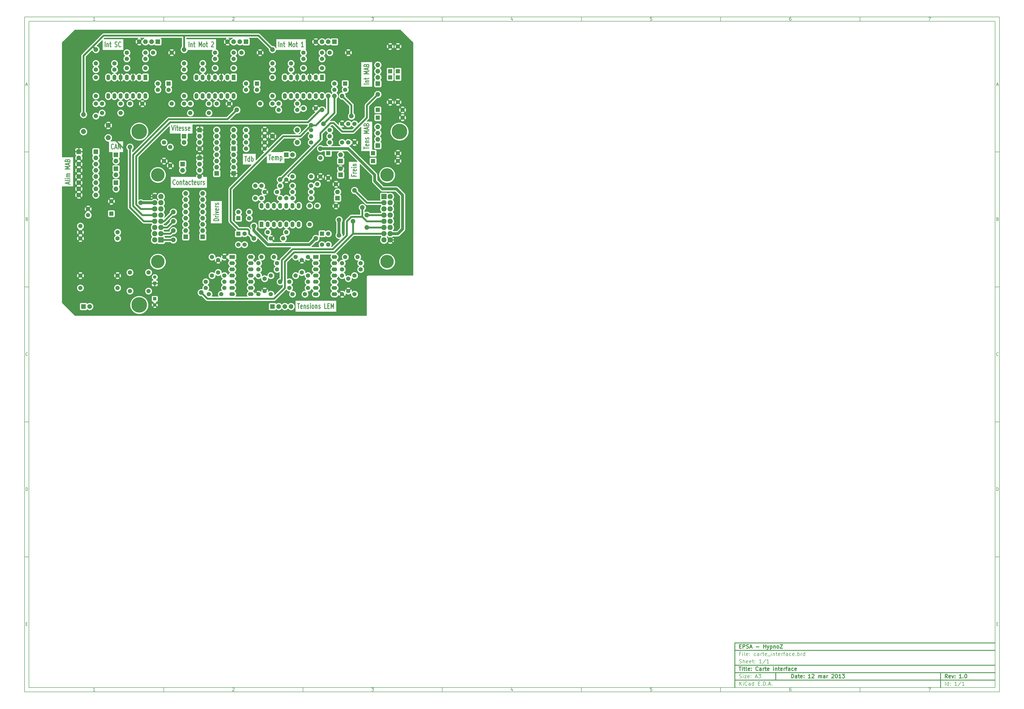
<source format=gtl>
G04 (created by PCBNEW-RS274X (2012-01-19 BZR 3256)-stable) date 12/03/2013 15:58:58*
G01*
G70*
G90*
%MOIN*%
G04 Gerber Fmt 3.4, Leading zero omitted, Abs format*
%FSLAX34Y34*%
G04 APERTURE LIST*
%ADD10C,0.006000*%
%ADD11C,0.012000*%
%ADD12C,0.070000*%
%ADD13R,0.070000X0.070000*%
%ADD14R,0.062000X0.090000*%
%ADD15O,0.062000X0.090000*%
%ADD16R,0.090000X0.062000*%
%ADD17O,0.090000X0.062000*%
%ADD18C,0.215000*%
%ADD19R,0.085000X0.085000*%
%ADD20C,0.085000*%
%ADD21R,0.075000X0.075000*%
%ADD22C,0.075000*%
%ADD23R,0.055000X0.055000*%
%ADD24C,0.055000*%
%ADD25C,0.080000*%
%ADD26C,0.250000*%
%ADD27C,0.045000*%
%ADD28C,0.030000*%
%ADD29C,0.024000*%
%ADD30C,0.010000*%
G04 APERTURE END LIST*
G54D10*
X04000Y-04000D02*
X161350Y-04000D01*
X161350Y-113000D01*
X04000Y-113000D01*
X04000Y-04000D01*
X04700Y-04700D02*
X160650Y-04700D01*
X160650Y-112300D01*
X04700Y-112300D01*
X04700Y-04700D01*
X26470Y-04000D02*
X26470Y-04700D01*
X15383Y-04552D02*
X15097Y-04552D01*
X15240Y-04552D02*
X15240Y-04052D01*
X15192Y-04124D01*
X15145Y-04171D01*
X15097Y-04195D01*
X26470Y-113000D02*
X26470Y-112300D01*
X15383Y-112852D02*
X15097Y-112852D01*
X15240Y-112852D02*
X15240Y-112352D01*
X15192Y-112424D01*
X15145Y-112471D01*
X15097Y-112495D01*
X48940Y-04000D02*
X48940Y-04700D01*
X37567Y-04100D02*
X37591Y-04076D01*
X37639Y-04052D01*
X37758Y-04052D01*
X37805Y-04076D01*
X37829Y-04100D01*
X37853Y-04148D01*
X37853Y-04195D01*
X37829Y-04267D01*
X37543Y-04552D01*
X37853Y-04552D01*
X48940Y-113000D02*
X48940Y-112300D01*
X37567Y-112400D02*
X37591Y-112376D01*
X37639Y-112352D01*
X37758Y-112352D01*
X37805Y-112376D01*
X37829Y-112400D01*
X37853Y-112448D01*
X37853Y-112495D01*
X37829Y-112567D01*
X37543Y-112852D01*
X37853Y-112852D01*
X71410Y-04000D02*
X71410Y-04700D01*
X60013Y-04052D02*
X60323Y-04052D01*
X60156Y-04243D01*
X60228Y-04243D01*
X60275Y-04267D01*
X60299Y-04290D01*
X60323Y-04338D01*
X60323Y-04457D01*
X60299Y-04505D01*
X60275Y-04529D01*
X60228Y-04552D01*
X60085Y-04552D01*
X60037Y-04529D01*
X60013Y-04505D01*
X71410Y-113000D02*
X71410Y-112300D01*
X60013Y-112352D02*
X60323Y-112352D01*
X60156Y-112543D01*
X60228Y-112543D01*
X60275Y-112567D01*
X60299Y-112590D01*
X60323Y-112638D01*
X60323Y-112757D01*
X60299Y-112805D01*
X60275Y-112829D01*
X60228Y-112852D01*
X60085Y-112852D01*
X60037Y-112829D01*
X60013Y-112805D01*
X93880Y-04000D02*
X93880Y-04700D01*
X82745Y-04219D02*
X82745Y-04552D01*
X82626Y-04029D02*
X82507Y-04386D01*
X82817Y-04386D01*
X93880Y-113000D02*
X93880Y-112300D01*
X82745Y-112519D02*
X82745Y-112852D01*
X82626Y-112329D02*
X82507Y-112686D01*
X82817Y-112686D01*
X116350Y-04000D02*
X116350Y-04700D01*
X105239Y-04052D02*
X105001Y-04052D01*
X104977Y-04290D01*
X105001Y-04267D01*
X105049Y-04243D01*
X105168Y-04243D01*
X105215Y-04267D01*
X105239Y-04290D01*
X105263Y-04338D01*
X105263Y-04457D01*
X105239Y-04505D01*
X105215Y-04529D01*
X105168Y-04552D01*
X105049Y-04552D01*
X105001Y-04529D01*
X104977Y-04505D01*
X116350Y-113000D02*
X116350Y-112300D01*
X105239Y-112352D02*
X105001Y-112352D01*
X104977Y-112590D01*
X105001Y-112567D01*
X105049Y-112543D01*
X105168Y-112543D01*
X105215Y-112567D01*
X105239Y-112590D01*
X105263Y-112638D01*
X105263Y-112757D01*
X105239Y-112805D01*
X105215Y-112829D01*
X105168Y-112852D01*
X105049Y-112852D01*
X105001Y-112829D01*
X104977Y-112805D01*
X138820Y-04000D02*
X138820Y-04700D01*
X127685Y-04052D02*
X127590Y-04052D01*
X127542Y-04076D01*
X127519Y-04100D01*
X127471Y-04171D01*
X127447Y-04267D01*
X127447Y-04457D01*
X127471Y-04505D01*
X127495Y-04529D01*
X127542Y-04552D01*
X127638Y-04552D01*
X127685Y-04529D01*
X127709Y-04505D01*
X127733Y-04457D01*
X127733Y-04338D01*
X127709Y-04290D01*
X127685Y-04267D01*
X127638Y-04243D01*
X127542Y-04243D01*
X127495Y-04267D01*
X127471Y-04290D01*
X127447Y-04338D01*
X138820Y-113000D02*
X138820Y-112300D01*
X127685Y-112352D02*
X127590Y-112352D01*
X127542Y-112376D01*
X127519Y-112400D01*
X127471Y-112471D01*
X127447Y-112567D01*
X127447Y-112757D01*
X127471Y-112805D01*
X127495Y-112829D01*
X127542Y-112852D01*
X127638Y-112852D01*
X127685Y-112829D01*
X127709Y-112805D01*
X127733Y-112757D01*
X127733Y-112638D01*
X127709Y-112590D01*
X127685Y-112567D01*
X127638Y-112543D01*
X127542Y-112543D01*
X127495Y-112567D01*
X127471Y-112590D01*
X127447Y-112638D01*
X149893Y-04052D02*
X150227Y-04052D01*
X150012Y-04552D01*
X149893Y-112352D02*
X150227Y-112352D01*
X150012Y-112852D01*
X04000Y-25800D02*
X04700Y-25800D01*
X04231Y-14960D02*
X04469Y-14960D01*
X04184Y-15102D02*
X04350Y-14602D01*
X04517Y-15102D01*
X161350Y-25800D02*
X160650Y-25800D01*
X160881Y-14960D02*
X161119Y-14960D01*
X160834Y-15102D02*
X161000Y-14602D01*
X161167Y-15102D01*
X04000Y-47600D02*
X04700Y-47600D01*
X04386Y-36640D02*
X04457Y-36664D01*
X04481Y-36688D01*
X04505Y-36736D01*
X04505Y-36807D01*
X04481Y-36855D01*
X04457Y-36879D01*
X04410Y-36902D01*
X04219Y-36902D01*
X04219Y-36402D01*
X04386Y-36402D01*
X04433Y-36426D01*
X04457Y-36450D01*
X04481Y-36498D01*
X04481Y-36545D01*
X04457Y-36593D01*
X04433Y-36617D01*
X04386Y-36640D01*
X04219Y-36640D01*
X161350Y-47600D02*
X160650Y-47600D01*
X161036Y-36640D02*
X161107Y-36664D01*
X161131Y-36688D01*
X161155Y-36736D01*
X161155Y-36807D01*
X161131Y-36855D01*
X161107Y-36879D01*
X161060Y-36902D01*
X160869Y-36902D01*
X160869Y-36402D01*
X161036Y-36402D01*
X161083Y-36426D01*
X161107Y-36450D01*
X161131Y-36498D01*
X161131Y-36545D01*
X161107Y-36593D01*
X161083Y-36617D01*
X161036Y-36640D01*
X160869Y-36640D01*
X04000Y-69400D02*
X04700Y-69400D01*
X04505Y-58655D02*
X04481Y-58679D01*
X04410Y-58702D01*
X04362Y-58702D01*
X04290Y-58679D01*
X04243Y-58631D01*
X04219Y-58583D01*
X04195Y-58488D01*
X04195Y-58417D01*
X04219Y-58321D01*
X04243Y-58274D01*
X04290Y-58226D01*
X04362Y-58202D01*
X04410Y-58202D01*
X04481Y-58226D01*
X04505Y-58250D01*
X161350Y-69400D02*
X160650Y-69400D01*
X161155Y-58655D02*
X161131Y-58679D01*
X161060Y-58702D01*
X161012Y-58702D01*
X160940Y-58679D01*
X160893Y-58631D01*
X160869Y-58583D01*
X160845Y-58488D01*
X160845Y-58417D01*
X160869Y-58321D01*
X160893Y-58274D01*
X160940Y-58226D01*
X161012Y-58202D01*
X161060Y-58202D01*
X161131Y-58226D01*
X161155Y-58250D01*
X04000Y-91200D02*
X04700Y-91200D01*
X04219Y-80502D02*
X04219Y-80002D01*
X04338Y-80002D01*
X04410Y-80026D01*
X04457Y-80074D01*
X04481Y-80121D01*
X04505Y-80217D01*
X04505Y-80288D01*
X04481Y-80383D01*
X04457Y-80431D01*
X04410Y-80479D01*
X04338Y-80502D01*
X04219Y-80502D01*
X161350Y-91200D02*
X160650Y-91200D01*
X160869Y-80502D02*
X160869Y-80002D01*
X160988Y-80002D01*
X161060Y-80026D01*
X161107Y-80074D01*
X161131Y-80121D01*
X161155Y-80217D01*
X161155Y-80288D01*
X161131Y-80383D01*
X161107Y-80431D01*
X161060Y-80479D01*
X160988Y-80502D01*
X160869Y-80502D01*
X04243Y-102040D02*
X04410Y-102040D01*
X04481Y-102302D02*
X04243Y-102302D01*
X04243Y-101802D01*
X04481Y-101802D01*
X160893Y-102040D02*
X161060Y-102040D01*
X161131Y-102302D02*
X160893Y-102302D01*
X160893Y-101802D01*
X161131Y-101802D01*
G54D11*
X127793Y-110743D02*
X127793Y-110143D01*
X127936Y-110143D01*
X128021Y-110171D01*
X128079Y-110229D01*
X128107Y-110286D01*
X128136Y-110400D01*
X128136Y-110486D01*
X128107Y-110600D01*
X128079Y-110657D01*
X128021Y-110714D01*
X127936Y-110743D01*
X127793Y-110743D01*
X128650Y-110743D02*
X128650Y-110429D01*
X128621Y-110371D01*
X128564Y-110343D01*
X128450Y-110343D01*
X128393Y-110371D01*
X128650Y-110714D02*
X128593Y-110743D01*
X128450Y-110743D01*
X128393Y-110714D01*
X128364Y-110657D01*
X128364Y-110600D01*
X128393Y-110543D01*
X128450Y-110514D01*
X128593Y-110514D01*
X128650Y-110486D01*
X128850Y-110343D02*
X129079Y-110343D01*
X128936Y-110143D02*
X128936Y-110657D01*
X128964Y-110714D01*
X129022Y-110743D01*
X129079Y-110743D01*
X129507Y-110714D02*
X129450Y-110743D01*
X129336Y-110743D01*
X129279Y-110714D01*
X129250Y-110657D01*
X129250Y-110429D01*
X129279Y-110371D01*
X129336Y-110343D01*
X129450Y-110343D01*
X129507Y-110371D01*
X129536Y-110429D01*
X129536Y-110486D01*
X129250Y-110543D01*
X129793Y-110686D02*
X129821Y-110714D01*
X129793Y-110743D01*
X129764Y-110714D01*
X129793Y-110686D01*
X129793Y-110743D01*
X129793Y-110371D02*
X129821Y-110400D01*
X129793Y-110429D01*
X129764Y-110400D01*
X129793Y-110371D01*
X129793Y-110429D01*
X130850Y-110743D02*
X130507Y-110743D01*
X130679Y-110743D02*
X130679Y-110143D01*
X130622Y-110229D01*
X130564Y-110286D01*
X130507Y-110314D01*
X131078Y-110200D02*
X131107Y-110171D01*
X131164Y-110143D01*
X131307Y-110143D01*
X131364Y-110171D01*
X131393Y-110200D01*
X131421Y-110257D01*
X131421Y-110314D01*
X131393Y-110400D01*
X131050Y-110743D01*
X131421Y-110743D01*
X132135Y-110743D02*
X132135Y-110343D01*
X132135Y-110400D02*
X132163Y-110371D01*
X132221Y-110343D01*
X132306Y-110343D01*
X132363Y-110371D01*
X132392Y-110429D01*
X132392Y-110743D01*
X132392Y-110429D02*
X132421Y-110371D01*
X132478Y-110343D01*
X132563Y-110343D01*
X132621Y-110371D01*
X132649Y-110429D01*
X132649Y-110743D01*
X133192Y-110743D02*
X133192Y-110429D01*
X133163Y-110371D01*
X133106Y-110343D01*
X132992Y-110343D01*
X132935Y-110371D01*
X133192Y-110714D02*
X133135Y-110743D01*
X132992Y-110743D01*
X132935Y-110714D01*
X132906Y-110657D01*
X132906Y-110600D01*
X132935Y-110543D01*
X132992Y-110514D01*
X133135Y-110514D01*
X133192Y-110486D01*
X133478Y-110743D02*
X133478Y-110343D01*
X133478Y-110457D02*
X133506Y-110400D01*
X133535Y-110371D01*
X133592Y-110343D01*
X133649Y-110343D01*
X134277Y-110200D02*
X134306Y-110171D01*
X134363Y-110143D01*
X134506Y-110143D01*
X134563Y-110171D01*
X134592Y-110200D01*
X134620Y-110257D01*
X134620Y-110314D01*
X134592Y-110400D01*
X134249Y-110743D01*
X134620Y-110743D01*
X134991Y-110143D02*
X135048Y-110143D01*
X135105Y-110171D01*
X135134Y-110200D01*
X135163Y-110257D01*
X135191Y-110371D01*
X135191Y-110514D01*
X135163Y-110629D01*
X135134Y-110686D01*
X135105Y-110714D01*
X135048Y-110743D01*
X134991Y-110743D01*
X134934Y-110714D01*
X134905Y-110686D01*
X134877Y-110629D01*
X134848Y-110514D01*
X134848Y-110371D01*
X134877Y-110257D01*
X134905Y-110200D01*
X134934Y-110171D01*
X134991Y-110143D01*
X135762Y-110743D02*
X135419Y-110743D01*
X135591Y-110743D02*
X135591Y-110143D01*
X135534Y-110229D01*
X135476Y-110286D01*
X135419Y-110314D01*
X135962Y-110143D02*
X136333Y-110143D01*
X136133Y-110371D01*
X136219Y-110371D01*
X136276Y-110400D01*
X136305Y-110429D01*
X136333Y-110486D01*
X136333Y-110629D01*
X136305Y-110686D01*
X136276Y-110714D01*
X136219Y-110743D01*
X136047Y-110743D01*
X135990Y-110714D01*
X135962Y-110686D01*
G54D10*
X119393Y-111943D02*
X119393Y-111343D01*
X119736Y-111943D02*
X119479Y-111600D01*
X119736Y-111343D02*
X119393Y-111686D01*
X119993Y-111943D02*
X119993Y-111543D01*
X119993Y-111343D02*
X119964Y-111371D01*
X119993Y-111400D01*
X120021Y-111371D01*
X119993Y-111343D01*
X119993Y-111400D01*
X120622Y-111886D02*
X120593Y-111914D01*
X120507Y-111943D01*
X120450Y-111943D01*
X120365Y-111914D01*
X120307Y-111857D01*
X120279Y-111800D01*
X120250Y-111686D01*
X120250Y-111600D01*
X120279Y-111486D01*
X120307Y-111429D01*
X120365Y-111371D01*
X120450Y-111343D01*
X120507Y-111343D01*
X120593Y-111371D01*
X120622Y-111400D01*
X121136Y-111943D02*
X121136Y-111629D01*
X121107Y-111571D01*
X121050Y-111543D01*
X120936Y-111543D01*
X120879Y-111571D01*
X121136Y-111914D02*
X121079Y-111943D01*
X120936Y-111943D01*
X120879Y-111914D01*
X120850Y-111857D01*
X120850Y-111800D01*
X120879Y-111743D01*
X120936Y-111714D01*
X121079Y-111714D01*
X121136Y-111686D01*
X121679Y-111943D02*
X121679Y-111343D01*
X121679Y-111914D02*
X121622Y-111943D01*
X121508Y-111943D01*
X121450Y-111914D01*
X121422Y-111886D01*
X121393Y-111829D01*
X121393Y-111657D01*
X121422Y-111600D01*
X121450Y-111571D01*
X121508Y-111543D01*
X121622Y-111543D01*
X121679Y-111571D01*
X122422Y-111629D02*
X122622Y-111629D01*
X122708Y-111943D02*
X122422Y-111943D01*
X122422Y-111343D01*
X122708Y-111343D01*
X122965Y-111886D02*
X122993Y-111914D01*
X122965Y-111943D01*
X122936Y-111914D01*
X122965Y-111886D01*
X122965Y-111943D01*
X123251Y-111943D02*
X123251Y-111343D01*
X123394Y-111343D01*
X123479Y-111371D01*
X123537Y-111429D01*
X123565Y-111486D01*
X123594Y-111600D01*
X123594Y-111686D01*
X123565Y-111800D01*
X123537Y-111857D01*
X123479Y-111914D01*
X123394Y-111943D01*
X123251Y-111943D01*
X123851Y-111886D02*
X123879Y-111914D01*
X123851Y-111943D01*
X123822Y-111914D01*
X123851Y-111886D01*
X123851Y-111943D01*
X124108Y-111771D02*
X124394Y-111771D01*
X124051Y-111943D02*
X124251Y-111343D01*
X124451Y-111943D01*
X124651Y-111886D02*
X124679Y-111914D01*
X124651Y-111943D01*
X124622Y-111914D01*
X124651Y-111886D01*
X124651Y-111943D01*
G54D11*
X152936Y-110743D02*
X152736Y-110457D01*
X152593Y-110743D02*
X152593Y-110143D01*
X152821Y-110143D01*
X152879Y-110171D01*
X152907Y-110200D01*
X152936Y-110257D01*
X152936Y-110343D01*
X152907Y-110400D01*
X152879Y-110429D01*
X152821Y-110457D01*
X152593Y-110457D01*
X153421Y-110714D02*
X153364Y-110743D01*
X153250Y-110743D01*
X153193Y-110714D01*
X153164Y-110657D01*
X153164Y-110429D01*
X153193Y-110371D01*
X153250Y-110343D01*
X153364Y-110343D01*
X153421Y-110371D01*
X153450Y-110429D01*
X153450Y-110486D01*
X153164Y-110543D01*
X153650Y-110343D02*
X153793Y-110743D01*
X153935Y-110343D01*
X154164Y-110686D02*
X154192Y-110714D01*
X154164Y-110743D01*
X154135Y-110714D01*
X154164Y-110686D01*
X154164Y-110743D01*
X154164Y-110371D02*
X154192Y-110400D01*
X154164Y-110429D01*
X154135Y-110400D01*
X154164Y-110371D01*
X154164Y-110429D01*
X155221Y-110743D02*
X154878Y-110743D01*
X155050Y-110743D02*
X155050Y-110143D01*
X154993Y-110229D01*
X154935Y-110286D01*
X154878Y-110314D01*
X155478Y-110686D02*
X155506Y-110714D01*
X155478Y-110743D01*
X155449Y-110714D01*
X155478Y-110686D01*
X155478Y-110743D01*
X155878Y-110143D02*
X155935Y-110143D01*
X155992Y-110171D01*
X156021Y-110200D01*
X156050Y-110257D01*
X156078Y-110371D01*
X156078Y-110514D01*
X156050Y-110629D01*
X156021Y-110686D01*
X155992Y-110714D01*
X155935Y-110743D01*
X155878Y-110743D01*
X155821Y-110714D01*
X155792Y-110686D01*
X155764Y-110629D01*
X155735Y-110514D01*
X155735Y-110371D01*
X155764Y-110257D01*
X155792Y-110200D01*
X155821Y-110171D01*
X155878Y-110143D01*
G54D10*
X119364Y-110714D02*
X119450Y-110743D01*
X119593Y-110743D01*
X119650Y-110714D01*
X119679Y-110686D01*
X119707Y-110629D01*
X119707Y-110571D01*
X119679Y-110514D01*
X119650Y-110486D01*
X119593Y-110457D01*
X119479Y-110429D01*
X119421Y-110400D01*
X119393Y-110371D01*
X119364Y-110314D01*
X119364Y-110257D01*
X119393Y-110200D01*
X119421Y-110171D01*
X119479Y-110143D01*
X119621Y-110143D01*
X119707Y-110171D01*
X119964Y-110743D02*
X119964Y-110343D01*
X119964Y-110143D02*
X119935Y-110171D01*
X119964Y-110200D01*
X119992Y-110171D01*
X119964Y-110143D01*
X119964Y-110200D01*
X120193Y-110343D02*
X120507Y-110343D01*
X120193Y-110743D01*
X120507Y-110743D01*
X120964Y-110714D02*
X120907Y-110743D01*
X120793Y-110743D01*
X120736Y-110714D01*
X120707Y-110657D01*
X120707Y-110429D01*
X120736Y-110371D01*
X120793Y-110343D01*
X120907Y-110343D01*
X120964Y-110371D01*
X120993Y-110429D01*
X120993Y-110486D01*
X120707Y-110543D01*
X121250Y-110686D02*
X121278Y-110714D01*
X121250Y-110743D01*
X121221Y-110714D01*
X121250Y-110686D01*
X121250Y-110743D01*
X121250Y-110371D02*
X121278Y-110400D01*
X121250Y-110429D01*
X121221Y-110400D01*
X121250Y-110371D01*
X121250Y-110429D01*
X121964Y-110571D02*
X122250Y-110571D01*
X121907Y-110743D02*
X122107Y-110143D01*
X122307Y-110743D01*
X122450Y-110143D02*
X122821Y-110143D01*
X122621Y-110371D01*
X122707Y-110371D01*
X122764Y-110400D01*
X122793Y-110429D01*
X122821Y-110486D01*
X122821Y-110629D01*
X122793Y-110686D01*
X122764Y-110714D01*
X122707Y-110743D01*
X122535Y-110743D01*
X122478Y-110714D01*
X122450Y-110686D01*
X152593Y-111943D02*
X152593Y-111343D01*
X153136Y-111943D02*
X153136Y-111343D01*
X153136Y-111914D02*
X153079Y-111943D01*
X152965Y-111943D01*
X152907Y-111914D01*
X152879Y-111886D01*
X152850Y-111829D01*
X152850Y-111657D01*
X152879Y-111600D01*
X152907Y-111571D01*
X152965Y-111543D01*
X153079Y-111543D01*
X153136Y-111571D01*
X153422Y-111886D02*
X153450Y-111914D01*
X153422Y-111943D01*
X153393Y-111914D01*
X153422Y-111886D01*
X153422Y-111943D01*
X153422Y-111571D02*
X153450Y-111600D01*
X153422Y-111629D01*
X153393Y-111600D01*
X153422Y-111571D01*
X153422Y-111629D01*
X154479Y-111943D02*
X154136Y-111943D01*
X154308Y-111943D02*
X154308Y-111343D01*
X154251Y-111429D01*
X154193Y-111486D01*
X154136Y-111514D01*
X155164Y-111314D02*
X154650Y-112086D01*
X155679Y-111943D02*
X155336Y-111943D01*
X155508Y-111943D02*
X155508Y-111343D01*
X155451Y-111429D01*
X155393Y-111486D01*
X155336Y-111514D01*
G54D11*
X119307Y-108943D02*
X119650Y-108943D01*
X119479Y-109543D02*
X119479Y-108943D01*
X119850Y-109543D02*
X119850Y-109143D01*
X119850Y-108943D02*
X119821Y-108971D01*
X119850Y-109000D01*
X119878Y-108971D01*
X119850Y-108943D01*
X119850Y-109000D01*
X120050Y-109143D02*
X120279Y-109143D01*
X120136Y-108943D02*
X120136Y-109457D01*
X120164Y-109514D01*
X120222Y-109543D01*
X120279Y-109543D01*
X120565Y-109543D02*
X120507Y-109514D01*
X120479Y-109457D01*
X120479Y-108943D01*
X121021Y-109514D02*
X120964Y-109543D01*
X120850Y-109543D01*
X120793Y-109514D01*
X120764Y-109457D01*
X120764Y-109229D01*
X120793Y-109171D01*
X120850Y-109143D01*
X120964Y-109143D01*
X121021Y-109171D01*
X121050Y-109229D01*
X121050Y-109286D01*
X120764Y-109343D01*
X121307Y-109486D02*
X121335Y-109514D01*
X121307Y-109543D01*
X121278Y-109514D01*
X121307Y-109486D01*
X121307Y-109543D01*
X121307Y-109171D02*
X121335Y-109200D01*
X121307Y-109229D01*
X121278Y-109200D01*
X121307Y-109171D01*
X121307Y-109229D01*
X122393Y-109486D02*
X122364Y-109514D01*
X122278Y-109543D01*
X122221Y-109543D01*
X122136Y-109514D01*
X122078Y-109457D01*
X122050Y-109400D01*
X122021Y-109286D01*
X122021Y-109200D01*
X122050Y-109086D01*
X122078Y-109029D01*
X122136Y-108971D01*
X122221Y-108943D01*
X122278Y-108943D01*
X122364Y-108971D01*
X122393Y-109000D01*
X122907Y-109543D02*
X122907Y-109229D01*
X122878Y-109171D01*
X122821Y-109143D01*
X122707Y-109143D01*
X122650Y-109171D01*
X122907Y-109514D02*
X122850Y-109543D01*
X122707Y-109543D01*
X122650Y-109514D01*
X122621Y-109457D01*
X122621Y-109400D01*
X122650Y-109343D01*
X122707Y-109314D01*
X122850Y-109314D01*
X122907Y-109286D01*
X123193Y-109543D02*
X123193Y-109143D01*
X123193Y-109257D02*
X123221Y-109200D01*
X123250Y-109171D01*
X123307Y-109143D01*
X123364Y-109143D01*
X123478Y-109143D02*
X123707Y-109143D01*
X123564Y-108943D02*
X123564Y-109457D01*
X123592Y-109514D01*
X123650Y-109543D01*
X123707Y-109543D01*
X124135Y-109514D02*
X124078Y-109543D01*
X123964Y-109543D01*
X123907Y-109514D01*
X123878Y-109457D01*
X123878Y-109229D01*
X123907Y-109171D01*
X123964Y-109143D01*
X124078Y-109143D01*
X124135Y-109171D01*
X124164Y-109229D01*
X124164Y-109286D01*
X123878Y-109343D01*
X124878Y-109543D02*
X124878Y-109143D01*
X124878Y-108943D02*
X124849Y-108971D01*
X124878Y-109000D01*
X124906Y-108971D01*
X124878Y-108943D01*
X124878Y-109000D01*
X125164Y-109143D02*
X125164Y-109543D01*
X125164Y-109200D02*
X125192Y-109171D01*
X125250Y-109143D01*
X125335Y-109143D01*
X125392Y-109171D01*
X125421Y-109229D01*
X125421Y-109543D01*
X125621Y-109143D02*
X125850Y-109143D01*
X125707Y-108943D02*
X125707Y-109457D01*
X125735Y-109514D01*
X125793Y-109543D01*
X125850Y-109543D01*
X126278Y-109514D02*
X126221Y-109543D01*
X126107Y-109543D01*
X126050Y-109514D01*
X126021Y-109457D01*
X126021Y-109229D01*
X126050Y-109171D01*
X126107Y-109143D01*
X126221Y-109143D01*
X126278Y-109171D01*
X126307Y-109229D01*
X126307Y-109286D01*
X126021Y-109343D01*
X126564Y-109543D02*
X126564Y-109143D01*
X126564Y-109257D02*
X126592Y-109200D01*
X126621Y-109171D01*
X126678Y-109143D01*
X126735Y-109143D01*
X126849Y-109143D02*
X127078Y-109143D01*
X126935Y-109543D02*
X126935Y-109029D01*
X126963Y-108971D01*
X127021Y-108943D01*
X127078Y-108943D01*
X127535Y-109543D02*
X127535Y-109229D01*
X127506Y-109171D01*
X127449Y-109143D01*
X127335Y-109143D01*
X127278Y-109171D01*
X127535Y-109514D02*
X127478Y-109543D01*
X127335Y-109543D01*
X127278Y-109514D01*
X127249Y-109457D01*
X127249Y-109400D01*
X127278Y-109343D01*
X127335Y-109314D01*
X127478Y-109314D01*
X127535Y-109286D01*
X128078Y-109514D02*
X128021Y-109543D01*
X127907Y-109543D01*
X127849Y-109514D01*
X127821Y-109486D01*
X127792Y-109429D01*
X127792Y-109257D01*
X127821Y-109200D01*
X127849Y-109171D01*
X127907Y-109143D01*
X128021Y-109143D01*
X128078Y-109171D01*
X128563Y-109514D02*
X128506Y-109543D01*
X128392Y-109543D01*
X128335Y-109514D01*
X128306Y-109457D01*
X128306Y-109229D01*
X128335Y-109171D01*
X128392Y-109143D01*
X128506Y-109143D01*
X128563Y-109171D01*
X128592Y-109229D01*
X128592Y-109286D01*
X128306Y-109343D01*
G54D10*
X119593Y-106829D02*
X119393Y-106829D01*
X119393Y-107143D02*
X119393Y-106543D01*
X119679Y-106543D01*
X119907Y-107143D02*
X119907Y-106743D01*
X119907Y-106543D02*
X119878Y-106571D01*
X119907Y-106600D01*
X119935Y-106571D01*
X119907Y-106543D01*
X119907Y-106600D01*
X120279Y-107143D02*
X120221Y-107114D01*
X120193Y-107057D01*
X120193Y-106543D01*
X120735Y-107114D02*
X120678Y-107143D01*
X120564Y-107143D01*
X120507Y-107114D01*
X120478Y-107057D01*
X120478Y-106829D01*
X120507Y-106771D01*
X120564Y-106743D01*
X120678Y-106743D01*
X120735Y-106771D01*
X120764Y-106829D01*
X120764Y-106886D01*
X120478Y-106943D01*
X121021Y-107086D02*
X121049Y-107114D01*
X121021Y-107143D01*
X120992Y-107114D01*
X121021Y-107086D01*
X121021Y-107143D01*
X121021Y-106771D02*
X121049Y-106800D01*
X121021Y-106829D01*
X120992Y-106800D01*
X121021Y-106771D01*
X121021Y-106829D01*
X122021Y-107114D02*
X121964Y-107143D01*
X121850Y-107143D01*
X121792Y-107114D01*
X121764Y-107086D01*
X121735Y-107029D01*
X121735Y-106857D01*
X121764Y-106800D01*
X121792Y-106771D01*
X121850Y-106743D01*
X121964Y-106743D01*
X122021Y-106771D01*
X122535Y-107143D02*
X122535Y-106829D01*
X122506Y-106771D01*
X122449Y-106743D01*
X122335Y-106743D01*
X122278Y-106771D01*
X122535Y-107114D02*
X122478Y-107143D01*
X122335Y-107143D01*
X122278Y-107114D01*
X122249Y-107057D01*
X122249Y-107000D01*
X122278Y-106943D01*
X122335Y-106914D01*
X122478Y-106914D01*
X122535Y-106886D01*
X122821Y-107143D02*
X122821Y-106743D01*
X122821Y-106857D02*
X122849Y-106800D01*
X122878Y-106771D01*
X122935Y-106743D01*
X122992Y-106743D01*
X123106Y-106743D02*
X123335Y-106743D01*
X123192Y-106543D02*
X123192Y-107057D01*
X123220Y-107114D01*
X123278Y-107143D01*
X123335Y-107143D01*
X123763Y-107114D02*
X123706Y-107143D01*
X123592Y-107143D01*
X123535Y-107114D01*
X123506Y-107057D01*
X123506Y-106829D01*
X123535Y-106771D01*
X123592Y-106743D01*
X123706Y-106743D01*
X123763Y-106771D01*
X123792Y-106829D01*
X123792Y-106886D01*
X123506Y-106943D01*
X123906Y-107200D02*
X124363Y-107200D01*
X124506Y-107143D02*
X124506Y-106743D01*
X124506Y-106543D02*
X124477Y-106571D01*
X124506Y-106600D01*
X124534Y-106571D01*
X124506Y-106543D01*
X124506Y-106600D01*
X124792Y-106743D02*
X124792Y-107143D01*
X124792Y-106800D02*
X124820Y-106771D01*
X124878Y-106743D01*
X124963Y-106743D01*
X125020Y-106771D01*
X125049Y-106829D01*
X125049Y-107143D01*
X125249Y-106743D02*
X125478Y-106743D01*
X125335Y-106543D02*
X125335Y-107057D01*
X125363Y-107114D01*
X125421Y-107143D01*
X125478Y-107143D01*
X125906Y-107114D02*
X125849Y-107143D01*
X125735Y-107143D01*
X125678Y-107114D01*
X125649Y-107057D01*
X125649Y-106829D01*
X125678Y-106771D01*
X125735Y-106743D01*
X125849Y-106743D01*
X125906Y-106771D01*
X125935Y-106829D01*
X125935Y-106886D01*
X125649Y-106943D01*
X126192Y-107143D02*
X126192Y-106743D01*
X126192Y-106857D02*
X126220Y-106800D01*
X126249Y-106771D01*
X126306Y-106743D01*
X126363Y-106743D01*
X126477Y-106743D02*
X126706Y-106743D01*
X126563Y-107143D02*
X126563Y-106629D01*
X126591Y-106571D01*
X126649Y-106543D01*
X126706Y-106543D01*
X127163Y-107143D02*
X127163Y-106829D01*
X127134Y-106771D01*
X127077Y-106743D01*
X126963Y-106743D01*
X126906Y-106771D01*
X127163Y-107114D02*
X127106Y-107143D01*
X126963Y-107143D01*
X126906Y-107114D01*
X126877Y-107057D01*
X126877Y-107000D01*
X126906Y-106943D01*
X126963Y-106914D01*
X127106Y-106914D01*
X127163Y-106886D01*
X127706Y-107114D02*
X127649Y-107143D01*
X127535Y-107143D01*
X127477Y-107114D01*
X127449Y-107086D01*
X127420Y-107029D01*
X127420Y-106857D01*
X127449Y-106800D01*
X127477Y-106771D01*
X127535Y-106743D01*
X127649Y-106743D01*
X127706Y-106771D01*
X128191Y-107114D02*
X128134Y-107143D01*
X128020Y-107143D01*
X127963Y-107114D01*
X127934Y-107057D01*
X127934Y-106829D01*
X127963Y-106771D01*
X128020Y-106743D01*
X128134Y-106743D01*
X128191Y-106771D01*
X128220Y-106829D01*
X128220Y-106886D01*
X127934Y-106943D01*
X128477Y-107086D02*
X128505Y-107114D01*
X128477Y-107143D01*
X128448Y-107114D01*
X128477Y-107086D01*
X128477Y-107143D01*
X128763Y-107143D02*
X128763Y-106543D01*
X128763Y-106771D02*
X128820Y-106743D01*
X128934Y-106743D01*
X128991Y-106771D01*
X129020Y-106800D01*
X129049Y-106857D01*
X129049Y-107029D01*
X129020Y-107086D01*
X128991Y-107114D01*
X128934Y-107143D01*
X128820Y-107143D01*
X128763Y-107114D01*
X129306Y-107143D02*
X129306Y-106743D01*
X129306Y-106857D02*
X129334Y-106800D01*
X129363Y-106771D01*
X129420Y-106743D01*
X129477Y-106743D01*
X129934Y-107143D02*
X129934Y-106543D01*
X129934Y-107114D02*
X129877Y-107143D01*
X129763Y-107143D01*
X129705Y-107114D01*
X129677Y-107086D01*
X129648Y-107029D01*
X129648Y-106857D01*
X129677Y-106800D01*
X129705Y-106771D01*
X129763Y-106743D01*
X129877Y-106743D01*
X129934Y-106771D01*
X119364Y-108314D02*
X119450Y-108343D01*
X119593Y-108343D01*
X119650Y-108314D01*
X119679Y-108286D01*
X119707Y-108229D01*
X119707Y-108171D01*
X119679Y-108114D01*
X119650Y-108086D01*
X119593Y-108057D01*
X119479Y-108029D01*
X119421Y-108000D01*
X119393Y-107971D01*
X119364Y-107914D01*
X119364Y-107857D01*
X119393Y-107800D01*
X119421Y-107771D01*
X119479Y-107743D01*
X119621Y-107743D01*
X119707Y-107771D01*
X119964Y-108343D02*
X119964Y-107743D01*
X120221Y-108343D02*
X120221Y-108029D01*
X120192Y-107971D01*
X120135Y-107943D01*
X120050Y-107943D01*
X119992Y-107971D01*
X119964Y-108000D01*
X120735Y-108314D02*
X120678Y-108343D01*
X120564Y-108343D01*
X120507Y-108314D01*
X120478Y-108257D01*
X120478Y-108029D01*
X120507Y-107971D01*
X120564Y-107943D01*
X120678Y-107943D01*
X120735Y-107971D01*
X120764Y-108029D01*
X120764Y-108086D01*
X120478Y-108143D01*
X121249Y-108314D02*
X121192Y-108343D01*
X121078Y-108343D01*
X121021Y-108314D01*
X120992Y-108257D01*
X120992Y-108029D01*
X121021Y-107971D01*
X121078Y-107943D01*
X121192Y-107943D01*
X121249Y-107971D01*
X121278Y-108029D01*
X121278Y-108086D01*
X120992Y-108143D01*
X121449Y-107943D02*
X121678Y-107943D01*
X121535Y-107743D02*
X121535Y-108257D01*
X121563Y-108314D01*
X121621Y-108343D01*
X121678Y-108343D01*
X121878Y-108286D02*
X121906Y-108314D01*
X121878Y-108343D01*
X121849Y-108314D01*
X121878Y-108286D01*
X121878Y-108343D01*
X121878Y-107971D02*
X121906Y-108000D01*
X121878Y-108029D01*
X121849Y-108000D01*
X121878Y-107971D01*
X121878Y-108029D01*
X122935Y-108343D02*
X122592Y-108343D01*
X122764Y-108343D02*
X122764Y-107743D01*
X122707Y-107829D01*
X122649Y-107886D01*
X122592Y-107914D01*
X123620Y-107714D02*
X123106Y-108486D01*
X124135Y-108343D02*
X123792Y-108343D01*
X123964Y-108343D02*
X123964Y-107743D01*
X123907Y-107829D01*
X123849Y-107886D01*
X123792Y-107914D01*
G54D11*
X119393Y-105629D02*
X119593Y-105629D01*
X119679Y-105943D02*
X119393Y-105943D01*
X119393Y-105343D01*
X119679Y-105343D01*
X119936Y-105943D02*
X119936Y-105343D01*
X120164Y-105343D01*
X120222Y-105371D01*
X120250Y-105400D01*
X120279Y-105457D01*
X120279Y-105543D01*
X120250Y-105600D01*
X120222Y-105629D01*
X120164Y-105657D01*
X119936Y-105657D01*
X120507Y-105914D02*
X120593Y-105943D01*
X120736Y-105943D01*
X120793Y-105914D01*
X120822Y-105886D01*
X120850Y-105829D01*
X120850Y-105771D01*
X120822Y-105714D01*
X120793Y-105686D01*
X120736Y-105657D01*
X120622Y-105629D01*
X120564Y-105600D01*
X120536Y-105571D01*
X120507Y-105514D01*
X120507Y-105457D01*
X120536Y-105400D01*
X120564Y-105371D01*
X120622Y-105343D01*
X120764Y-105343D01*
X120850Y-105371D01*
X121078Y-105771D02*
X121364Y-105771D01*
X121021Y-105943D02*
X121221Y-105343D01*
X121421Y-105943D01*
X122078Y-105714D02*
X122535Y-105714D01*
X123278Y-105943D02*
X123278Y-105343D01*
X123278Y-105629D02*
X123621Y-105629D01*
X123621Y-105943D02*
X123621Y-105343D01*
X123850Y-105543D02*
X123993Y-105943D01*
X124135Y-105543D02*
X123993Y-105943D01*
X123935Y-106086D01*
X123907Y-106114D01*
X123850Y-106143D01*
X124364Y-105543D02*
X124364Y-106143D01*
X124364Y-105571D02*
X124421Y-105543D01*
X124535Y-105543D01*
X124592Y-105571D01*
X124621Y-105600D01*
X124650Y-105657D01*
X124650Y-105829D01*
X124621Y-105886D01*
X124592Y-105914D01*
X124535Y-105943D01*
X124421Y-105943D01*
X124364Y-105914D01*
X124907Y-105543D02*
X124907Y-105943D01*
X124907Y-105600D02*
X124935Y-105571D01*
X124993Y-105543D01*
X125078Y-105543D01*
X125135Y-105571D01*
X125164Y-105629D01*
X125164Y-105943D01*
X125536Y-105943D02*
X125478Y-105914D01*
X125450Y-105886D01*
X125421Y-105829D01*
X125421Y-105657D01*
X125450Y-105600D01*
X125478Y-105571D01*
X125536Y-105543D01*
X125621Y-105543D01*
X125678Y-105571D01*
X125707Y-105600D01*
X125736Y-105657D01*
X125736Y-105829D01*
X125707Y-105886D01*
X125678Y-105914D01*
X125621Y-105943D01*
X125536Y-105943D01*
X125936Y-105343D02*
X126336Y-105343D01*
X125936Y-105943D01*
X126336Y-105943D01*
X118650Y-105100D02*
X118650Y-112300D01*
X118650Y-106300D02*
X160650Y-106300D01*
X118650Y-105100D02*
X160650Y-105100D01*
X118650Y-108700D02*
X160650Y-108700D01*
X151850Y-109900D02*
X151850Y-112300D01*
X118650Y-111100D02*
X160650Y-111100D01*
X118650Y-109900D02*
X160650Y-109900D01*
X125250Y-109900D02*
X125250Y-111100D01*
X18365Y-25248D02*
X18336Y-25286D01*
X18250Y-25324D01*
X18193Y-25324D01*
X18108Y-25286D01*
X18050Y-25210D01*
X18022Y-25133D01*
X17993Y-24981D01*
X17993Y-24867D01*
X18022Y-24714D01*
X18050Y-24638D01*
X18108Y-24562D01*
X18193Y-24524D01*
X18250Y-24524D01*
X18336Y-24562D01*
X18365Y-24600D01*
X18593Y-25095D02*
X18879Y-25095D01*
X18536Y-25324D02*
X18736Y-24524D01*
X18936Y-25324D01*
X19136Y-25324D02*
X19136Y-24524D01*
X19479Y-25324D01*
X19479Y-24524D01*
X35324Y-36899D02*
X34524Y-36899D01*
X34524Y-36756D01*
X34562Y-36671D01*
X34638Y-36613D01*
X34714Y-36585D01*
X34867Y-36556D01*
X34981Y-36556D01*
X35133Y-36585D01*
X35210Y-36613D01*
X35286Y-36671D01*
X35324Y-36756D01*
X35324Y-36899D01*
X35324Y-36299D02*
X34790Y-36299D01*
X34943Y-36299D02*
X34867Y-36271D01*
X34829Y-36242D01*
X34790Y-36185D01*
X34790Y-36128D01*
X35324Y-35928D02*
X34790Y-35928D01*
X34524Y-35928D02*
X34562Y-35957D01*
X34600Y-35928D01*
X34562Y-35900D01*
X34524Y-35928D01*
X34600Y-35928D01*
X34790Y-35699D02*
X35324Y-35556D01*
X34790Y-35414D01*
X35286Y-34957D02*
X35324Y-35014D01*
X35324Y-35128D01*
X35286Y-35185D01*
X35210Y-35214D01*
X34905Y-35214D01*
X34829Y-35185D01*
X34790Y-35128D01*
X34790Y-35014D01*
X34829Y-34957D01*
X34905Y-34928D01*
X34981Y-34928D01*
X35057Y-35214D01*
X35324Y-34671D02*
X34790Y-34671D01*
X34943Y-34671D02*
X34867Y-34643D01*
X34829Y-34614D01*
X34790Y-34557D01*
X34790Y-34500D01*
X35286Y-34329D02*
X35324Y-34272D01*
X35324Y-34157D01*
X35286Y-34100D01*
X35210Y-34072D01*
X35171Y-34072D01*
X35095Y-34100D01*
X35057Y-34157D01*
X35057Y-34243D01*
X35019Y-34300D01*
X34943Y-34329D01*
X34905Y-34329D01*
X34829Y-34300D01*
X34790Y-34243D01*
X34790Y-34157D01*
X34829Y-34100D01*
X16993Y-08824D02*
X16993Y-08024D01*
X17279Y-08290D02*
X17279Y-08824D01*
X17279Y-08367D02*
X17307Y-08329D01*
X17365Y-08290D01*
X17450Y-08290D01*
X17507Y-08329D01*
X17536Y-08405D01*
X17536Y-08824D01*
X17736Y-08290D02*
X17965Y-08290D01*
X17822Y-08024D02*
X17822Y-08710D01*
X17850Y-08786D01*
X17908Y-08824D01*
X17965Y-08824D01*
X18593Y-08786D02*
X18679Y-08824D01*
X18822Y-08824D01*
X18879Y-08786D01*
X18908Y-08748D01*
X18936Y-08671D01*
X18936Y-08595D01*
X18908Y-08519D01*
X18879Y-08481D01*
X18822Y-08443D01*
X18708Y-08405D01*
X18650Y-08367D01*
X18622Y-08329D01*
X18593Y-08252D01*
X18593Y-08176D01*
X18622Y-08100D01*
X18650Y-08062D01*
X18708Y-08024D01*
X18850Y-08024D01*
X18936Y-08062D01*
X19536Y-08748D02*
X19507Y-08786D01*
X19421Y-08824D01*
X19364Y-08824D01*
X19279Y-08786D01*
X19221Y-08710D01*
X19193Y-08633D01*
X19164Y-08481D01*
X19164Y-08367D01*
X19193Y-08214D01*
X19221Y-08138D01*
X19279Y-08062D01*
X19364Y-08024D01*
X19421Y-08024D01*
X19507Y-08062D01*
X19536Y-08100D01*
X30529Y-08824D02*
X30529Y-08024D01*
X30815Y-08290D02*
X30815Y-08824D01*
X30815Y-08367D02*
X30843Y-08329D01*
X30901Y-08290D01*
X30986Y-08290D01*
X31043Y-08329D01*
X31072Y-08405D01*
X31072Y-08824D01*
X31272Y-08290D02*
X31501Y-08290D01*
X31358Y-08024D02*
X31358Y-08710D01*
X31386Y-08786D01*
X31444Y-08824D01*
X31501Y-08824D01*
X32158Y-08824D02*
X32158Y-08024D01*
X32358Y-08595D01*
X32558Y-08024D01*
X32558Y-08824D01*
X32930Y-08824D02*
X32872Y-08786D01*
X32844Y-08748D01*
X32815Y-08671D01*
X32815Y-08443D01*
X32844Y-08367D01*
X32872Y-08329D01*
X32930Y-08290D01*
X33015Y-08290D01*
X33072Y-08329D01*
X33101Y-08367D01*
X33130Y-08443D01*
X33130Y-08671D01*
X33101Y-08748D01*
X33072Y-08786D01*
X33015Y-08824D01*
X32930Y-08824D01*
X33301Y-08290D02*
X33530Y-08290D01*
X33387Y-08024D02*
X33387Y-08710D01*
X33415Y-08786D01*
X33473Y-08824D01*
X33530Y-08824D01*
X34158Y-08100D02*
X34187Y-08062D01*
X34244Y-08024D01*
X34387Y-08024D01*
X34444Y-08062D01*
X34473Y-08100D01*
X34501Y-08176D01*
X34501Y-08252D01*
X34473Y-08367D01*
X34130Y-08824D01*
X34501Y-08824D01*
X45029Y-08824D02*
X45029Y-08024D01*
X45315Y-08290D02*
X45315Y-08824D01*
X45315Y-08367D02*
X45343Y-08329D01*
X45401Y-08290D01*
X45486Y-08290D01*
X45543Y-08329D01*
X45572Y-08405D01*
X45572Y-08824D01*
X45772Y-08290D02*
X46001Y-08290D01*
X45858Y-08024D02*
X45858Y-08710D01*
X45886Y-08786D01*
X45944Y-08824D01*
X46001Y-08824D01*
X46658Y-08824D02*
X46658Y-08024D01*
X46858Y-08595D01*
X47058Y-08024D01*
X47058Y-08824D01*
X47430Y-08824D02*
X47372Y-08786D01*
X47344Y-08748D01*
X47315Y-08671D01*
X47315Y-08443D01*
X47344Y-08367D01*
X47372Y-08329D01*
X47430Y-08290D01*
X47515Y-08290D01*
X47572Y-08329D01*
X47601Y-08367D01*
X47630Y-08443D01*
X47630Y-08671D01*
X47601Y-08748D01*
X47572Y-08786D01*
X47515Y-08824D01*
X47430Y-08824D01*
X47801Y-08290D02*
X48030Y-08290D01*
X47887Y-08024D02*
X47887Y-08710D01*
X47915Y-08786D01*
X47973Y-08824D01*
X48030Y-08824D01*
X49001Y-08824D02*
X48658Y-08824D01*
X48830Y-08824D02*
X48830Y-08024D01*
X48773Y-08138D01*
X48715Y-08214D01*
X48658Y-08252D01*
X59574Y-14821D02*
X58774Y-14821D01*
X59040Y-14535D02*
X59574Y-14535D01*
X59117Y-14535D02*
X59079Y-14507D01*
X59040Y-14449D01*
X59040Y-14364D01*
X59079Y-14307D01*
X59155Y-14278D01*
X59574Y-14278D01*
X59040Y-14078D02*
X59040Y-13849D01*
X58774Y-13992D02*
X59460Y-13992D01*
X59536Y-13964D01*
X59574Y-13906D01*
X59574Y-13849D01*
X59574Y-13192D02*
X58774Y-13192D01*
X59345Y-12992D01*
X58774Y-12792D01*
X59574Y-12792D01*
X59345Y-12535D02*
X59345Y-12249D01*
X59574Y-12592D02*
X58774Y-12392D01*
X59574Y-12192D01*
X59155Y-11792D02*
X59193Y-11706D01*
X59231Y-11678D01*
X59307Y-11649D01*
X59421Y-11649D01*
X59498Y-11678D01*
X59536Y-11706D01*
X59574Y-11764D01*
X59574Y-11992D01*
X58774Y-11992D01*
X58774Y-11792D01*
X58812Y-11735D01*
X58850Y-11706D01*
X58926Y-11678D01*
X59002Y-11678D01*
X59079Y-11706D01*
X59117Y-11735D01*
X59155Y-11792D01*
X59155Y-11992D01*
X58774Y-25321D02*
X58774Y-24978D01*
X59574Y-25149D02*
X58774Y-25149D01*
X59536Y-24550D02*
X59574Y-24607D01*
X59574Y-24721D01*
X59536Y-24778D01*
X59460Y-24807D01*
X59155Y-24807D01*
X59079Y-24778D01*
X59040Y-24721D01*
X59040Y-24607D01*
X59079Y-24550D01*
X59155Y-24521D01*
X59231Y-24521D01*
X59307Y-24807D01*
X59040Y-24264D02*
X59574Y-24264D01*
X59117Y-24264D02*
X59079Y-24236D01*
X59040Y-24178D01*
X59040Y-24093D01*
X59079Y-24036D01*
X59155Y-24007D01*
X59574Y-24007D01*
X59536Y-23750D02*
X59574Y-23693D01*
X59574Y-23578D01*
X59536Y-23521D01*
X59460Y-23493D01*
X59421Y-23493D01*
X59345Y-23521D01*
X59307Y-23578D01*
X59307Y-23664D01*
X59269Y-23721D01*
X59193Y-23750D01*
X59155Y-23750D01*
X59079Y-23721D01*
X59040Y-23664D01*
X59040Y-23578D01*
X59079Y-23521D01*
X59574Y-22778D02*
X58774Y-22778D01*
X59345Y-22578D01*
X58774Y-22378D01*
X59574Y-22378D01*
X59345Y-22121D02*
X59345Y-21835D01*
X59574Y-22178D02*
X58774Y-21978D01*
X59574Y-21778D01*
X59155Y-21378D02*
X59193Y-21292D01*
X59231Y-21264D01*
X59307Y-21235D01*
X59421Y-21235D01*
X59498Y-21264D01*
X59536Y-21292D01*
X59574Y-21350D01*
X59574Y-21578D01*
X58774Y-21578D01*
X58774Y-21378D01*
X58812Y-21321D01*
X58850Y-21292D01*
X58926Y-21264D01*
X59002Y-21264D01*
X59079Y-21292D01*
X59117Y-21321D01*
X59155Y-21378D01*
X59155Y-21578D01*
X57155Y-29521D02*
X57155Y-29721D01*
X57574Y-29721D02*
X56774Y-29721D01*
X56774Y-29435D01*
X57574Y-29207D02*
X57040Y-29207D01*
X57193Y-29207D02*
X57117Y-29179D01*
X57079Y-29150D01*
X57040Y-29093D01*
X57040Y-29036D01*
X57536Y-28608D02*
X57574Y-28665D01*
X57574Y-28779D01*
X57536Y-28836D01*
X57460Y-28865D01*
X57155Y-28865D01*
X57079Y-28836D01*
X57040Y-28779D01*
X57040Y-28665D01*
X57079Y-28608D01*
X57155Y-28579D01*
X57231Y-28579D01*
X57307Y-28865D01*
X57574Y-28322D02*
X57040Y-28322D01*
X56774Y-28322D02*
X56812Y-28351D01*
X56850Y-28322D01*
X56812Y-28294D01*
X56774Y-28322D01*
X56850Y-28322D01*
X57040Y-28036D02*
X57574Y-28036D01*
X57117Y-28036D02*
X57079Y-28008D01*
X57040Y-27950D01*
X57040Y-27865D01*
X57079Y-27808D01*
X57155Y-27779D01*
X57574Y-27779D01*
X43400Y-26274D02*
X43743Y-26274D01*
X43572Y-27074D02*
X43572Y-26274D01*
X44171Y-27036D02*
X44114Y-27074D01*
X44000Y-27074D01*
X43943Y-27036D01*
X43914Y-26960D01*
X43914Y-26655D01*
X43943Y-26579D01*
X44000Y-26540D01*
X44114Y-26540D01*
X44171Y-26579D01*
X44200Y-26655D01*
X44200Y-26731D01*
X43914Y-26807D01*
X44457Y-27074D02*
X44457Y-26540D01*
X44457Y-26617D02*
X44485Y-26579D01*
X44543Y-26540D01*
X44628Y-26540D01*
X44685Y-26579D01*
X44714Y-26655D01*
X44714Y-27074D01*
X44714Y-26655D02*
X44743Y-26579D01*
X44800Y-26540D01*
X44885Y-26540D01*
X44943Y-26579D01*
X44971Y-26655D01*
X44971Y-27074D01*
X45257Y-26540D02*
X45257Y-27340D01*
X45257Y-26579D02*
X45314Y-26540D01*
X45428Y-26540D01*
X45485Y-26579D01*
X45514Y-26617D01*
X45543Y-26693D01*
X45543Y-26921D01*
X45514Y-26998D01*
X45485Y-27036D01*
X45428Y-27074D01*
X45314Y-27074D01*
X45257Y-27036D01*
X39536Y-26524D02*
X39879Y-26524D01*
X39708Y-27324D02*
X39708Y-26524D01*
X40336Y-27324D02*
X40336Y-26524D01*
X40336Y-27286D02*
X40279Y-27324D01*
X40165Y-27324D01*
X40107Y-27286D01*
X40079Y-27248D01*
X40050Y-27171D01*
X40050Y-26943D01*
X40079Y-26867D01*
X40107Y-26829D01*
X40165Y-26790D01*
X40279Y-26790D01*
X40336Y-26829D01*
X40622Y-27324D02*
X40622Y-26524D01*
X40622Y-26829D02*
X40679Y-26790D01*
X40793Y-26790D01*
X40850Y-26829D01*
X40879Y-26867D01*
X40908Y-26943D01*
X40908Y-27171D01*
X40879Y-27248D01*
X40850Y-27286D01*
X40793Y-27324D01*
X40679Y-27324D01*
X40622Y-27286D01*
X28315Y-30998D02*
X28286Y-31036D01*
X28200Y-31074D01*
X28143Y-31074D01*
X28058Y-31036D01*
X28000Y-30960D01*
X27972Y-30883D01*
X27943Y-30731D01*
X27943Y-30617D01*
X27972Y-30464D01*
X28000Y-30388D01*
X28058Y-30312D01*
X28143Y-30274D01*
X28200Y-30274D01*
X28286Y-30312D01*
X28315Y-30350D01*
X28658Y-31074D02*
X28600Y-31036D01*
X28572Y-30998D01*
X28543Y-30921D01*
X28543Y-30693D01*
X28572Y-30617D01*
X28600Y-30579D01*
X28658Y-30540D01*
X28743Y-30540D01*
X28800Y-30579D01*
X28829Y-30617D01*
X28858Y-30693D01*
X28858Y-30921D01*
X28829Y-30998D01*
X28800Y-31036D01*
X28743Y-31074D01*
X28658Y-31074D01*
X29115Y-30540D02*
X29115Y-31074D01*
X29115Y-30617D02*
X29143Y-30579D01*
X29201Y-30540D01*
X29286Y-30540D01*
X29343Y-30579D01*
X29372Y-30655D01*
X29372Y-31074D01*
X29572Y-30540D02*
X29801Y-30540D01*
X29658Y-30274D02*
X29658Y-30960D01*
X29686Y-31036D01*
X29744Y-31074D01*
X29801Y-31074D01*
X30258Y-31074D02*
X30258Y-30655D01*
X30229Y-30579D01*
X30172Y-30540D01*
X30058Y-30540D01*
X30001Y-30579D01*
X30258Y-31036D02*
X30201Y-31074D01*
X30058Y-31074D01*
X30001Y-31036D01*
X29972Y-30960D01*
X29972Y-30883D01*
X30001Y-30807D01*
X30058Y-30769D01*
X30201Y-30769D01*
X30258Y-30731D01*
X30801Y-31036D02*
X30744Y-31074D01*
X30630Y-31074D01*
X30572Y-31036D01*
X30544Y-30998D01*
X30515Y-30921D01*
X30515Y-30693D01*
X30544Y-30617D01*
X30572Y-30579D01*
X30630Y-30540D01*
X30744Y-30540D01*
X30801Y-30579D01*
X30972Y-30540D02*
X31201Y-30540D01*
X31058Y-30274D02*
X31058Y-30960D01*
X31086Y-31036D01*
X31144Y-31074D01*
X31201Y-31074D01*
X31629Y-31036D02*
X31572Y-31074D01*
X31458Y-31074D01*
X31401Y-31036D01*
X31372Y-30960D01*
X31372Y-30655D01*
X31401Y-30579D01*
X31458Y-30540D01*
X31572Y-30540D01*
X31629Y-30579D01*
X31658Y-30655D01*
X31658Y-30731D01*
X31372Y-30807D01*
X32172Y-30540D02*
X32172Y-31074D01*
X31915Y-30540D02*
X31915Y-30960D01*
X31943Y-31036D01*
X32001Y-31074D01*
X32086Y-31074D01*
X32143Y-31036D01*
X32172Y-30998D01*
X32458Y-31074D02*
X32458Y-30540D01*
X32458Y-30693D02*
X32486Y-30617D01*
X32515Y-30579D01*
X32572Y-30540D01*
X32629Y-30540D01*
X32800Y-31036D02*
X32857Y-31074D01*
X32972Y-31074D01*
X33029Y-31036D01*
X33057Y-30960D01*
X33057Y-30921D01*
X33029Y-30845D01*
X32972Y-30807D01*
X32886Y-30807D01*
X32829Y-30769D01*
X32800Y-30693D01*
X32800Y-30655D01*
X32829Y-30579D01*
X32886Y-30540D01*
X32972Y-30540D01*
X33029Y-30579D01*
X27736Y-21524D02*
X27936Y-22324D01*
X28136Y-21524D01*
X28336Y-22324D02*
X28336Y-21790D01*
X28336Y-21524D02*
X28307Y-21562D01*
X28336Y-21600D01*
X28364Y-21562D01*
X28336Y-21524D01*
X28336Y-21600D01*
X28536Y-21790D02*
X28765Y-21790D01*
X28622Y-21524D02*
X28622Y-22210D01*
X28650Y-22286D01*
X28708Y-22324D01*
X28765Y-22324D01*
X29193Y-22286D02*
X29136Y-22324D01*
X29022Y-22324D01*
X28965Y-22286D01*
X28936Y-22210D01*
X28936Y-21905D01*
X28965Y-21829D01*
X29022Y-21790D01*
X29136Y-21790D01*
X29193Y-21829D01*
X29222Y-21905D01*
X29222Y-21981D01*
X28936Y-22057D01*
X29450Y-22286D02*
X29507Y-22324D01*
X29622Y-22324D01*
X29679Y-22286D01*
X29707Y-22210D01*
X29707Y-22171D01*
X29679Y-22095D01*
X29622Y-22057D01*
X29536Y-22057D01*
X29479Y-22019D01*
X29450Y-21943D01*
X29450Y-21905D01*
X29479Y-21829D01*
X29536Y-21790D01*
X29622Y-21790D01*
X29679Y-21829D01*
X29936Y-22286D02*
X29993Y-22324D01*
X30108Y-22324D01*
X30165Y-22286D01*
X30193Y-22210D01*
X30193Y-22171D01*
X30165Y-22095D01*
X30108Y-22057D01*
X30022Y-22057D01*
X29965Y-22019D01*
X29936Y-21943D01*
X29936Y-21905D01*
X29965Y-21829D01*
X30022Y-21790D01*
X30108Y-21790D01*
X30165Y-21829D01*
X30679Y-22286D02*
X30622Y-22324D01*
X30508Y-22324D01*
X30451Y-22286D01*
X30422Y-22210D01*
X30422Y-21905D01*
X30451Y-21829D01*
X30508Y-21790D01*
X30622Y-21790D01*
X30679Y-21829D01*
X30708Y-21905D01*
X30708Y-21981D01*
X30422Y-22057D01*
X11095Y-30971D02*
X11095Y-30685D01*
X11324Y-31028D02*
X10524Y-30828D01*
X11324Y-30628D01*
X11324Y-30342D02*
X11286Y-30400D01*
X11210Y-30428D01*
X10524Y-30428D01*
X11324Y-30114D02*
X10790Y-30114D01*
X10524Y-30114D02*
X10562Y-30143D01*
X10600Y-30114D01*
X10562Y-30086D01*
X10524Y-30114D01*
X10600Y-30114D01*
X11324Y-29828D02*
X10790Y-29828D01*
X10867Y-29828D02*
X10829Y-29800D01*
X10790Y-29742D01*
X10790Y-29657D01*
X10829Y-29600D01*
X10905Y-29571D01*
X11324Y-29571D01*
X10905Y-29571D02*
X10829Y-29542D01*
X10790Y-29485D01*
X10790Y-29400D01*
X10829Y-29342D01*
X10905Y-29314D01*
X11324Y-29314D01*
X11324Y-28571D02*
X10524Y-28571D01*
X11095Y-28371D01*
X10524Y-28171D01*
X11324Y-28171D01*
X11095Y-27914D02*
X11095Y-27628D01*
X11324Y-27971D02*
X10524Y-27771D01*
X11324Y-27571D01*
X10905Y-27171D02*
X10943Y-27085D01*
X10981Y-27057D01*
X11057Y-27028D01*
X11171Y-27028D01*
X11248Y-27057D01*
X11286Y-27085D01*
X11324Y-27143D01*
X11324Y-27371D01*
X10524Y-27371D01*
X10524Y-27171D01*
X10562Y-27114D01*
X10600Y-27085D01*
X10676Y-27057D01*
X10752Y-27057D01*
X10829Y-27085D01*
X10867Y-27114D01*
X10905Y-27171D01*
X10905Y-27371D01*
X48042Y-50274D02*
X48385Y-50274D01*
X48214Y-51074D02*
X48214Y-50274D01*
X48813Y-51036D02*
X48756Y-51074D01*
X48642Y-51074D01*
X48585Y-51036D01*
X48556Y-50960D01*
X48556Y-50655D01*
X48585Y-50579D01*
X48642Y-50540D01*
X48756Y-50540D01*
X48813Y-50579D01*
X48842Y-50655D01*
X48842Y-50731D01*
X48556Y-50807D01*
X49099Y-50540D02*
X49099Y-51074D01*
X49099Y-50617D02*
X49127Y-50579D01*
X49185Y-50540D01*
X49270Y-50540D01*
X49327Y-50579D01*
X49356Y-50655D01*
X49356Y-51074D01*
X49613Y-51036D02*
X49670Y-51074D01*
X49785Y-51074D01*
X49842Y-51036D01*
X49870Y-50960D01*
X49870Y-50921D01*
X49842Y-50845D01*
X49785Y-50807D01*
X49699Y-50807D01*
X49642Y-50769D01*
X49613Y-50693D01*
X49613Y-50655D01*
X49642Y-50579D01*
X49699Y-50540D01*
X49785Y-50540D01*
X49842Y-50579D01*
X50128Y-51074D02*
X50128Y-50540D01*
X50128Y-50274D02*
X50099Y-50312D01*
X50128Y-50350D01*
X50156Y-50312D01*
X50128Y-50274D01*
X50128Y-50350D01*
X50500Y-51074D02*
X50442Y-51036D01*
X50414Y-50998D01*
X50385Y-50921D01*
X50385Y-50693D01*
X50414Y-50617D01*
X50442Y-50579D01*
X50500Y-50540D01*
X50585Y-50540D01*
X50642Y-50579D01*
X50671Y-50617D01*
X50700Y-50693D01*
X50700Y-50921D01*
X50671Y-50998D01*
X50642Y-51036D01*
X50585Y-51074D01*
X50500Y-51074D01*
X50957Y-50540D02*
X50957Y-51074D01*
X50957Y-50617D02*
X50985Y-50579D01*
X51043Y-50540D01*
X51128Y-50540D01*
X51185Y-50579D01*
X51214Y-50655D01*
X51214Y-51074D01*
X51471Y-51036D02*
X51528Y-51074D01*
X51643Y-51074D01*
X51700Y-51036D01*
X51728Y-50960D01*
X51728Y-50921D01*
X51700Y-50845D01*
X51643Y-50807D01*
X51557Y-50807D01*
X51500Y-50769D01*
X51471Y-50693D01*
X51471Y-50655D01*
X51500Y-50579D01*
X51557Y-50540D01*
X51643Y-50540D01*
X51700Y-50579D01*
X52729Y-51074D02*
X52443Y-51074D01*
X52443Y-50274D01*
X52929Y-50655D02*
X53129Y-50655D01*
X53215Y-51074D02*
X52929Y-51074D01*
X52929Y-50274D01*
X53215Y-50274D01*
X53472Y-51074D02*
X53472Y-50274D01*
X53672Y-50845D01*
X53872Y-50274D01*
X53872Y-51074D01*
G54D12*
X14250Y-36000D03*
X14250Y-35000D03*
X25500Y-14750D03*
X25500Y-15750D03*
X40250Y-36500D03*
X40250Y-35500D03*
X38500Y-40750D03*
X39500Y-40750D03*
X39750Y-14750D03*
X39750Y-15750D03*
X52000Y-40750D03*
X53000Y-40750D03*
G54D13*
X27250Y-14750D03*
G54D12*
X27250Y-15750D03*
G54D13*
X38500Y-39000D03*
G54D12*
X39500Y-39000D03*
G54D13*
X52000Y-39000D03*
G54D12*
X53000Y-39000D03*
G54D13*
X41500Y-14750D03*
G54D12*
X41500Y-15750D03*
G54D13*
X38500Y-36500D03*
G54D12*
X38500Y-35500D03*
X49000Y-18750D03*
X51000Y-18750D03*
X27750Y-18000D03*
X29750Y-18000D03*
X35000Y-18000D03*
X37000Y-18000D03*
X42000Y-18000D03*
X44000Y-18000D03*
X44750Y-32250D03*
X42750Y-32250D03*
X49250Y-48750D03*
X47250Y-48750D03*
X41250Y-31250D03*
X41250Y-33250D03*
X42750Y-46250D03*
X42750Y-48250D03*
X45750Y-39750D03*
X43750Y-39750D03*
X42250Y-42750D03*
X44250Y-42750D03*
X48750Y-45250D03*
X48750Y-43250D03*
X35250Y-45250D03*
X35250Y-43250D03*
X15500Y-20000D03*
X15500Y-18000D03*
X35750Y-48750D03*
X33750Y-48750D03*
X21000Y-18000D03*
X23000Y-18000D03*
X55750Y-42750D03*
X57750Y-42750D03*
G54D13*
X18000Y-35750D03*
G54D12*
X18000Y-33750D03*
X65000Y-19000D03*
G54D13*
X61000Y-19000D03*
G54D12*
X65000Y-20250D03*
G54D13*
X61000Y-20250D03*
G54D12*
X64250Y-26000D03*
G54D13*
X60250Y-26000D03*
G54D12*
X63000Y-17750D03*
G54D13*
X63000Y-13750D03*
G54D12*
X64250Y-27250D03*
G54D13*
X60250Y-27250D03*
G54D12*
X53000Y-30000D03*
G54D13*
X53000Y-26000D03*
G54D12*
X64250Y-17750D03*
G54D13*
X64250Y-13750D03*
G54D12*
X64250Y-08750D03*
G54D13*
X64250Y-12750D03*
G54D12*
X63000Y-08750D03*
G54D13*
X63000Y-12750D03*
G54D14*
X37750Y-13750D03*
G54D15*
X36750Y-13750D03*
X35750Y-13750D03*
X34750Y-13750D03*
X33750Y-13750D03*
X32750Y-13750D03*
X31750Y-13750D03*
X31750Y-16750D03*
X32750Y-16750D03*
X33750Y-16750D03*
X34750Y-16750D03*
X35750Y-16750D03*
X36750Y-16750D03*
X37750Y-16750D03*
G54D14*
X52000Y-13750D03*
G54D15*
X51000Y-13750D03*
X50000Y-13750D03*
X49000Y-13750D03*
X48000Y-13750D03*
X47000Y-13750D03*
X46000Y-13750D03*
X46000Y-16750D03*
X47000Y-16750D03*
X48000Y-16750D03*
X49000Y-16750D03*
X50000Y-16750D03*
X51000Y-16750D03*
X52000Y-16750D03*
G54D14*
X42250Y-37500D03*
G54D15*
X43250Y-37500D03*
X44250Y-37500D03*
X45250Y-37500D03*
X46250Y-37500D03*
X47250Y-37500D03*
X48250Y-37500D03*
X48250Y-34500D03*
X47250Y-34500D03*
X46250Y-34500D03*
X45250Y-34500D03*
X44250Y-34500D03*
X43250Y-34500D03*
X42250Y-34500D03*
G54D16*
X37500Y-42750D03*
G54D17*
X37500Y-43750D03*
X37500Y-44750D03*
X37500Y-45750D03*
X37500Y-46750D03*
X37500Y-47750D03*
X37500Y-48750D03*
X40500Y-48750D03*
X40500Y-47750D03*
X40500Y-46750D03*
X40500Y-45750D03*
X40500Y-44750D03*
X40500Y-43750D03*
X40500Y-42750D03*
G54D14*
X23500Y-13750D03*
G54D15*
X22500Y-13750D03*
X21500Y-13750D03*
X20500Y-13750D03*
X19500Y-13750D03*
X18500Y-13750D03*
X17500Y-13750D03*
X17500Y-16750D03*
X18500Y-16750D03*
X19500Y-16750D03*
X20500Y-16750D03*
X21500Y-16750D03*
X22500Y-16750D03*
X23500Y-16750D03*
G54D16*
X51000Y-42750D03*
G54D17*
X51000Y-43750D03*
X51000Y-44750D03*
X51000Y-45750D03*
X51000Y-46750D03*
X51000Y-47750D03*
X51000Y-48750D03*
X54000Y-48750D03*
X54000Y-47750D03*
X54000Y-46750D03*
X54000Y-45750D03*
X54000Y-44750D03*
X54000Y-43750D03*
X54000Y-42750D03*
G54D18*
X62500Y-29500D03*
X62500Y-43500D03*
G54D19*
X62000Y-33000D03*
G54D20*
X63000Y-33000D03*
X62000Y-34000D03*
X63000Y-34000D03*
X62000Y-35000D03*
X63000Y-35000D03*
X62000Y-36000D03*
X63000Y-36000D03*
X62000Y-37000D03*
X63000Y-37000D03*
X62000Y-38000D03*
X63000Y-38000D03*
X62000Y-39000D03*
X63000Y-39000D03*
X62000Y-40000D03*
X63000Y-40000D03*
G54D18*
X25500Y-43500D03*
X25500Y-29500D03*
G54D19*
X26000Y-40000D03*
G54D20*
X25000Y-40000D03*
X26000Y-39000D03*
X25000Y-39000D03*
X26000Y-38000D03*
X25000Y-38000D03*
X26000Y-37000D03*
X25000Y-37000D03*
X26000Y-36000D03*
X25000Y-36000D03*
X26000Y-35000D03*
X25000Y-35000D03*
X26000Y-34000D03*
X25000Y-34000D03*
X26000Y-33000D03*
X25000Y-33000D03*
G54D21*
X46250Y-26250D03*
G54D22*
X47250Y-26250D03*
G54D21*
X29750Y-23250D03*
G54D22*
X29750Y-24250D03*
G54D21*
X55000Y-29500D03*
G54D22*
X55000Y-28500D03*
G54D21*
X29500Y-27750D03*
G54D22*
X29500Y-28750D03*
G54D21*
X54500Y-33250D03*
G54D22*
X54500Y-32250D03*
X32250Y-29750D03*
X32250Y-28750D03*
G54D21*
X32250Y-26750D03*
G54D22*
X32250Y-27750D03*
X32250Y-25250D03*
X32250Y-24250D03*
G54D21*
X32250Y-22250D03*
G54D22*
X32250Y-23250D03*
X61000Y-11750D03*
X61000Y-12750D03*
G54D21*
X61000Y-14750D03*
G54D22*
X61000Y-13750D03*
X47000Y-50750D03*
X46000Y-50750D03*
G54D21*
X44000Y-50750D03*
G54D22*
X45000Y-50750D03*
X37750Y-22250D03*
X37750Y-23250D03*
G54D21*
X37750Y-25250D03*
G54D22*
X37750Y-24250D03*
X37750Y-26250D03*
X37750Y-27250D03*
G54D21*
X37750Y-29250D03*
G54D22*
X37750Y-28250D03*
X51000Y-08000D03*
X52000Y-08000D03*
G54D21*
X54000Y-08000D03*
G54D22*
X53000Y-08000D03*
X36750Y-08000D03*
X37750Y-08000D03*
G54D21*
X39750Y-08000D03*
G54D22*
X38750Y-08000D03*
X61000Y-21750D03*
X61000Y-22750D03*
G54D21*
X61000Y-24750D03*
G54D22*
X61000Y-23750D03*
X15500Y-30750D03*
X15500Y-29750D03*
X15500Y-31750D03*
X15500Y-32750D03*
X15500Y-28750D03*
X15500Y-27750D03*
G54D21*
X15500Y-25750D03*
G54D22*
X15500Y-26750D03*
X32750Y-34500D03*
X32750Y-35500D03*
X32750Y-33500D03*
X32750Y-32500D03*
X32750Y-36500D03*
X32750Y-37500D03*
G54D21*
X32750Y-39500D03*
G54D22*
X32750Y-38500D03*
X30000Y-34500D03*
X30000Y-35500D03*
X30000Y-33500D03*
X30000Y-32500D03*
X30000Y-36500D03*
X30000Y-37500D03*
G54D21*
X30000Y-39500D03*
G54D22*
X30000Y-38500D03*
X12750Y-30750D03*
X12750Y-29750D03*
X12750Y-31750D03*
X12750Y-32750D03*
X12750Y-28750D03*
X12750Y-27750D03*
G54D21*
X12750Y-25750D03*
G54D22*
X12750Y-26750D03*
X35000Y-24250D03*
X35000Y-25250D03*
X35000Y-23250D03*
X35000Y-22250D03*
X35000Y-26250D03*
X35000Y-27250D03*
G54D21*
X35000Y-29250D03*
G54D22*
X35000Y-28250D03*
G54D23*
X25000Y-47000D03*
G54D24*
X25000Y-46000D03*
G54D23*
X25000Y-49500D03*
G54D24*
X25000Y-50500D03*
G54D12*
X46250Y-38750D03*
X43250Y-38750D03*
X50000Y-37500D03*
X50000Y-34500D03*
X57250Y-21250D03*
X57250Y-24250D03*
X27750Y-09750D03*
X24750Y-09750D03*
X56250Y-09750D03*
X53250Y-09750D03*
X42000Y-09750D03*
X39000Y-09750D03*
X51250Y-34500D03*
X54250Y-34500D03*
X46250Y-33250D03*
X46250Y-30250D03*
X47250Y-33250D03*
X50250Y-33250D03*
X47250Y-29750D03*
X50250Y-29750D03*
X45250Y-33250D03*
X42250Y-33250D03*
X50250Y-32250D03*
X47250Y-32250D03*
X42250Y-31250D03*
X45250Y-31250D03*
X54250Y-31000D03*
X51250Y-31000D03*
X50250Y-31250D03*
X47250Y-31250D03*
X47000Y-11500D03*
X44000Y-11500D03*
X49000Y-12250D03*
X52000Y-12250D03*
X45000Y-19000D03*
X48000Y-19000D03*
X52000Y-09750D03*
X49000Y-09750D03*
X52000Y-10750D03*
X49000Y-10750D03*
X44000Y-12500D03*
X47000Y-12500D03*
X32750Y-11500D03*
X29750Y-11500D03*
X29750Y-16750D03*
X29750Y-13750D03*
X33750Y-18000D03*
X30750Y-18000D03*
X34750Y-12250D03*
X37750Y-12250D03*
X21000Y-45250D03*
X24000Y-45250D03*
X21000Y-48250D03*
X24000Y-48250D03*
X30750Y-19500D03*
X33750Y-19500D03*
X37750Y-09750D03*
X34750Y-09750D03*
X37750Y-10750D03*
X34750Y-10750D03*
X29750Y-12500D03*
X32750Y-12500D03*
X18500Y-11500D03*
X15500Y-11500D03*
X15500Y-16750D03*
X15500Y-13750D03*
X19500Y-18000D03*
X16500Y-18000D03*
X20500Y-12250D03*
X23500Y-12250D03*
X16500Y-19500D03*
X19500Y-19500D03*
X23500Y-09750D03*
X20500Y-09750D03*
X23500Y-10750D03*
X20500Y-10750D03*
X15500Y-12500D03*
X18500Y-12500D03*
X34250Y-45750D03*
X34250Y-42750D03*
X36250Y-46750D03*
X33250Y-46750D03*
X36250Y-47750D03*
X33250Y-47750D03*
X36250Y-42750D03*
X36250Y-45750D03*
X43750Y-45750D03*
X43750Y-48750D03*
X41750Y-44750D03*
X44750Y-44750D03*
X41750Y-43750D03*
X44750Y-43750D03*
X41750Y-48750D03*
X41750Y-45750D03*
X47750Y-45750D03*
X47750Y-42750D03*
X49750Y-46750D03*
X46750Y-46750D03*
X49750Y-47750D03*
X46750Y-47750D03*
X49750Y-42750D03*
X49750Y-45750D03*
X57250Y-45750D03*
X57250Y-48750D03*
X55250Y-44750D03*
X58250Y-44750D03*
X55250Y-43750D03*
X58250Y-43750D03*
X48000Y-18000D03*
X45000Y-18000D03*
X44000Y-16750D03*
X44000Y-13750D03*
G54D25*
X17500Y-23500D03*
X13500Y-22500D03*
X17500Y-21500D03*
G54D12*
X13000Y-37750D03*
X13000Y-38750D03*
X13000Y-39750D03*
X13000Y-45750D03*
X13000Y-47750D03*
X19000Y-47750D03*
X19000Y-45750D03*
X19000Y-39750D03*
X19000Y-38750D03*
G54D13*
X55750Y-14750D03*
G54D12*
X55750Y-15750D03*
X55250Y-48750D03*
X55250Y-45750D03*
G54D22*
X22500Y-08000D03*
X23500Y-08000D03*
G54D21*
X25500Y-08000D03*
G54D22*
X24500Y-08000D03*
G54D21*
X55000Y-27250D03*
G54D22*
X55000Y-26250D03*
G54D12*
X54000Y-14750D03*
X54000Y-15750D03*
X56250Y-46250D03*
X56250Y-48250D03*
G54D21*
X13500Y-50750D03*
G54D22*
X14500Y-50750D03*
G54D21*
X18750Y-30750D03*
G54D22*
X18750Y-31750D03*
G54D21*
X18750Y-28500D03*
G54D22*
X18750Y-29500D03*
G54D12*
X42750Y-25250D03*
X39750Y-25250D03*
X26500Y-27250D03*
X26500Y-24250D03*
X42750Y-23250D03*
X39750Y-23250D03*
X42750Y-22250D03*
X39750Y-22250D03*
X51750Y-29750D03*
X51750Y-26750D03*
X42750Y-24250D03*
X39750Y-24250D03*
X27500Y-28000D03*
X27500Y-25000D03*
G54D21*
X18750Y-26250D03*
G54D22*
X18750Y-27250D03*
G54D25*
X48000Y-24250D03*
X44000Y-23250D03*
X48000Y-22250D03*
G54D12*
X53250Y-24250D03*
X50250Y-24250D03*
X56250Y-24250D03*
X56250Y-21250D03*
X50250Y-23250D03*
X53250Y-23250D03*
X55250Y-24250D03*
X55250Y-21250D03*
X53250Y-22250D03*
X50250Y-22250D03*
G54D26*
X64500Y-22500D03*
X22500Y-22500D03*
X22500Y-50500D03*
G54D22*
X51750Y-25250D03*
X22750Y-34000D03*
X54750Y-39250D03*
X54750Y-36750D03*
X29750Y-09250D03*
X15500Y-09250D03*
X13500Y-19750D03*
X44000Y-09250D03*
X45250Y-30250D03*
X61000Y-16500D03*
X28000Y-38500D03*
X28000Y-35500D03*
X28000Y-40000D03*
X28000Y-37000D03*
X52000Y-19000D03*
X38250Y-19000D03*
X21000Y-25000D03*
X57250Y-32000D03*
X58500Y-34750D03*
X45250Y-46750D03*
X57000Y-37000D03*
X32500Y-48500D03*
X59250Y-38000D03*
X59250Y-36000D03*
X36250Y-41000D03*
X39500Y-37500D03*
X39500Y-32750D03*
X42250Y-50250D03*
X28500Y-13250D03*
X49250Y-39750D03*
X23250Y-33000D03*
X65250Y-28250D03*
X55500Y-34250D03*
X49750Y-08000D03*
X54000Y-16750D03*
X52250Y-21250D03*
X56750Y-20000D03*
X55250Y-16750D03*
X53000Y-16750D03*
X41000Y-39750D03*
X50250Y-21500D03*
X41000Y-37750D03*
X51000Y-39750D03*
G54D27*
X65000Y-38250D02*
X64250Y-39000D01*
X56250Y-25250D02*
X60500Y-29500D01*
X60500Y-29500D02*
X60500Y-30500D01*
X65000Y-32750D02*
X65000Y-38250D01*
X25000Y-34000D02*
X22750Y-34000D01*
X60500Y-30500D02*
X61750Y-31750D01*
X64000Y-31750D02*
X65000Y-32750D01*
X64250Y-39000D02*
X63000Y-39000D01*
X51750Y-25250D02*
X56250Y-25250D01*
X61750Y-31750D02*
X64000Y-31750D01*
X54750Y-39250D02*
X54750Y-36750D01*
G54D28*
X13500Y-10250D02*
X15000Y-08750D01*
X15000Y-08750D02*
X16750Y-07000D01*
X29750Y-07000D02*
X41750Y-07000D01*
X16750Y-07000D02*
X29750Y-07000D01*
X13500Y-19750D02*
X13500Y-10250D01*
X15000Y-08750D02*
X15500Y-09250D01*
X41750Y-07000D02*
X44000Y-09250D01*
X29750Y-09250D02*
X29750Y-07000D01*
X51750Y-23750D02*
X51750Y-22750D01*
X59250Y-20250D02*
X59250Y-18250D01*
X53875Y-21125D02*
X55250Y-22500D01*
X57000Y-22500D02*
X59250Y-20250D01*
X53375Y-21125D02*
X53875Y-21125D01*
X59250Y-18250D02*
X61000Y-16500D01*
X55250Y-22500D02*
X57000Y-22500D01*
X45250Y-30250D02*
X46750Y-28750D01*
X46750Y-28750D02*
X51500Y-24000D01*
X51750Y-22750D02*
X53375Y-21125D01*
X51500Y-24000D02*
X51750Y-23750D01*
X26000Y-39000D02*
X27500Y-39000D01*
X27500Y-39000D02*
X28000Y-38500D01*
X26000Y-37000D02*
X26500Y-37000D01*
X26500Y-37000D02*
X28000Y-35500D01*
X28000Y-40000D02*
X26000Y-40000D01*
X26000Y-38000D02*
X27000Y-38000D01*
X27000Y-38000D02*
X28000Y-37000D01*
X27500Y-21000D02*
X49500Y-21000D01*
X49500Y-21000D02*
X49750Y-21000D01*
X52000Y-19000D02*
X51750Y-19000D01*
X51750Y-19000D02*
X49750Y-21000D01*
X22000Y-26500D02*
X22000Y-34250D01*
X22000Y-34250D02*
X22750Y-35000D01*
X27500Y-21000D02*
X22000Y-26500D01*
X25000Y-35000D02*
X22750Y-35000D01*
X27250Y-20500D02*
X21500Y-26250D01*
X23000Y-36000D02*
X25000Y-36000D01*
X21500Y-26250D02*
X21500Y-34500D01*
X23000Y-36000D02*
X21500Y-34500D01*
X27250Y-20500D02*
X36750Y-20500D01*
X36750Y-20500D02*
X38250Y-19000D01*
X25000Y-37000D02*
X23250Y-37000D01*
X21000Y-34750D02*
X21000Y-25000D01*
X23250Y-37000D02*
X21000Y-34750D01*
X59250Y-34000D02*
X57250Y-32000D01*
X59250Y-34000D02*
X62000Y-34000D01*
X45500Y-43250D02*
X47250Y-41500D01*
X58500Y-36250D02*
X56750Y-36250D01*
X53750Y-41500D02*
X56000Y-39250D01*
X45500Y-46500D02*
X45500Y-43250D01*
X56000Y-37000D02*
X56750Y-36250D01*
X62000Y-37000D02*
X59250Y-37000D01*
X53750Y-41500D02*
X47250Y-41500D01*
X45250Y-46750D02*
X45500Y-46500D01*
X56000Y-39250D02*
X56000Y-37000D01*
X59250Y-37000D02*
X58500Y-36250D01*
X58500Y-36250D02*
X58500Y-34750D01*
X32500Y-48500D02*
X33500Y-49500D01*
X54000Y-42000D02*
X57000Y-39000D01*
X46000Y-47750D02*
X44250Y-49500D01*
X62000Y-39000D02*
X57000Y-39000D01*
X44250Y-49500D02*
X33500Y-49500D01*
X54000Y-42000D02*
X47500Y-42000D01*
X57000Y-39000D02*
X57000Y-37000D01*
X46000Y-43500D02*
X46000Y-47750D01*
X47500Y-42000D02*
X46000Y-43500D01*
X59250Y-38000D02*
X62000Y-38000D01*
X62000Y-36000D02*
X59250Y-36000D01*
G54D29*
X49750Y-06500D02*
X49750Y-08000D01*
X31500Y-41500D02*
X23500Y-41500D01*
X66000Y-39500D02*
X66000Y-28250D01*
X18500Y-23750D02*
X18500Y-22250D01*
X23500Y-41500D02*
X20250Y-38250D01*
X27500Y-31750D02*
X27250Y-31500D01*
X31000Y-31750D02*
X31500Y-32250D01*
X65500Y-40000D02*
X66000Y-39500D01*
X15000Y-06500D02*
X11250Y-10250D01*
X15250Y-22250D02*
X14000Y-21000D01*
X14000Y-21000D02*
X12000Y-21000D01*
X12000Y-21000D02*
X11250Y-20250D01*
X49750Y-06500D02*
X15000Y-06500D01*
X18500Y-22250D02*
X15250Y-22250D01*
X11250Y-20250D02*
X11250Y-10250D01*
X24000Y-32000D02*
X24000Y-33000D01*
X19250Y-22250D02*
X18500Y-22250D01*
X49750Y-06500D02*
X63500Y-06500D01*
X63000Y-40000D02*
X65000Y-40000D01*
X33000Y-51250D02*
X31500Y-49750D01*
X54750Y-35750D02*
X55500Y-35000D01*
X24000Y-33000D02*
X23250Y-33000D01*
X66250Y-23500D02*
X66250Y-09250D01*
X31500Y-49750D02*
X31500Y-41500D01*
X27500Y-31750D02*
X31000Y-31750D01*
X23250Y-20000D02*
X21500Y-20000D01*
X28500Y-13250D02*
X28500Y-16500D01*
X21500Y-20000D02*
X19250Y-22250D01*
X28500Y-16500D02*
X28000Y-17000D01*
X28000Y-17000D02*
X26250Y-17000D01*
X26250Y-17000D02*
X23250Y-20000D01*
X41250Y-51250D02*
X33000Y-51250D01*
X55500Y-35000D02*
X55500Y-34250D01*
X31500Y-32250D02*
X31500Y-41500D01*
X36250Y-41000D02*
X35750Y-41500D01*
X39500Y-37500D02*
X39500Y-32750D01*
X65250Y-28250D02*
X66000Y-28250D01*
X49250Y-39750D02*
X53250Y-35750D01*
X66250Y-09250D02*
X63500Y-06500D01*
X25000Y-33000D02*
X24000Y-33000D01*
X24500Y-31500D02*
X24000Y-32000D01*
X66000Y-23750D02*
X66250Y-23500D01*
X65000Y-40000D02*
X65500Y-40000D01*
X42250Y-50250D02*
X41250Y-51250D01*
X20250Y-38250D02*
X20250Y-25500D01*
X35750Y-41500D02*
X31500Y-41500D01*
X66000Y-28250D02*
X66000Y-23750D01*
X53250Y-35750D02*
X54750Y-35750D01*
X20250Y-25500D02*
X18500Y-23750D01*
X27250Y-31500D02*
X24500Y-31500D01*
G54D28*
X54000Y-16750D02*
X54000Y-18000D01*
X52250Y-21250D02*
X54000Y-19500D01*
X54000Y-19500D02*
X54000Y-18000D01*
X56500Y-18000D02*
X55250Y-16750D01*
X56750Y-18250D02*
X56500Y-18000D01*
X56750Y-20000D02*
X56750Y-18250D01*
X50250Y-21500D02*
X48500Y-23250D01*
X40250Y-39000D02*
X40250Y-38500D01*
X40250Y-38500D02*
X40000Y-38250D01*
X48500Y-23250D02*
X46750Y-23250D01*
X53000Y-18750D02*
X53000Y-17000D01*
X53000Y-19500D02*
X51000Y-21500D01*
X53000Y-17000D02*
X53000Y-16750D01*
X40000Y-38250D02*
X38500Y-38250D01*
X38500Y-38250D02*
X37500Y-37250D01*
X41000Y-39750D02*
X40250Y-39000D01*
X42250Y-26750D02*
X41500Y-27500D01*
X51000Y-21500D02*
X50250Y-21500D01*
X43500Y-25500D02*
X45750Y-23250D01*
X45750Y-23250D02*
X46750Y-23250D01*
X43000Y-26000D02*
X43500Y-25500D01*
X53000Y-18750D02*
X53000Y-19500D01*
X41500Y-27500D02*
X37250Y-31750D01*
X37250Y-31750D02*
X37250Y-37000D01*
X37250Y-37000D02*
X37500Y-37250D01*
X42250Y-26750D02*
X43000Y-26000D01*
G54D27*
X41000Y-38500D02*
X43250Y-40750D01*
X43250Y-40750D02*
X50000Y-40750D01*
X51000Y-39750D02*
X50000Y-40750D01*
X41000Y-38500D02*
X41000Y-37750D01*
G54D10*
G36*
X46076Y-38174D02*
X45971Y-38217D01*
X45873Y-38281D01*
X45789Y-38363D01*
X45722Y-38460D01*
X45676Y-38568D01*
X45652Y-38683D01*
X45650Y-38801D01*
X45671Y-38916D01*
X45715Y-39025D01*
X45778Y-39124D01*
X45804Y-39151D01*
X45695Y-39151D01*
X45580Y-39173D01*
X45471Y-39217D01*
X45373Y-39281D01*
X45289Y-39363D01*
X45222Y-39460D01*
X45176Y-39568D01*
X45152Y-39683D01*
X45150Y-39801D01*
X45171Y-39916D01*
X45215Y-40025D01*
X45278Y-40124D01*
X45360Y-40209D01*
X45455Y-40275D01*
X44349Y-40275D01*
X44349Y-39725D01*
X44333Y-39610D01*
X44294Y-39500D01*
X44263Y-39440D01*
X44164Y-39407D01*
X43821Y-39750D01*
X44164Y-40093D01*
X44263Y-40060D01*
X44313Y-39955D01*
X44343Y-39842D01*
X44349Y-39725D01*
X44349Y-40275D01*
X44036Y-40275D01*
X44060Y-40263D01*
X44093Y-40164D01*
X43785Y-39856D01*
X43750Y-39821D01*
X43679Y-39750D01*
X43750Y-39679D01*
X43785Y-39644D01*
X44093Y-39336D01*
X44060Y-39237D01*
X43955Y-39187D01*
X43842Y-39157D01*
X43725Y-39151D01*
X43692Y-39155D01*
X43706Y-39143D01*
X43773Y-39047D01*
X43821Y-38940D01*
X43847Y-38825D01*
X43849Y-38691D01*
X43826Y-38576D01*
X43781Y-38467D01*
X43716Y-38369D01*
X43633Y-38286D01*
X43536Y-38220D01*
X43428Y-38175D01*
X43423Y-38173D01*
X43510Y-38139D01*
X43601Y-38079D01*
X43679Y-38002D01*
X43741Y-37912D01*
X43749Y-37891D01*
X43756Y-37906D01*
X43816Y-37997D01*
X43894Y-38075D01*
X43984Y-38136D01*
X44085Y-38178D01*
X44192Y-38200D01*
X44301Y-38200D01*
X44408Y-38180D01*
X44510Y-38139D01*
X44601Y-38079D01*
X44679Y-38002D01*
X44741Y-37912D01*
X44749Y-37891D01*
X44756Y-37906D01*
X44816Y-37997D01*
X44894Y-38075D01*
X44984Y-38136D01*
X45085Y-38178D01*
X45192Y-38200D01*
X45301Y-38200D01*
X45408Y-38180D01*
X45510Y-38139D01*
X45601Y-38079D01*
X45679Y-38002D01*
X45741Y-37912D01*
X45749Y-37891D01*
X45756Y-37906D01*
X45816Y-37997D01*
X45894Y-38075D01*
X45984Y-38136D01*
X46076Y-38174D01*
X46076Y-38174D01*
G37*
G54D30*
X46076Y-38174D02*
X45971Y-38217D01*
X45873Y-38281D01*
X45789Y-38363D01*
X45722Y-38460D01*
X45676Y-38568D01*
X45652Y-38683D01*
X45650Y-38801D01*
X45671Y-38916D01*
X45715Y-39025D01*
X45778Y-39124D01*
X45804Y-39151D01*
X45695Y-39151D01*
X45580Y-39173D01*
X45471Y-39217D01*
X45373Y-39281D01*
X45289Y-39363D01*
X45222Y-39460D01*
X45176Y-39568D01*
X45152Y-39683D01*
X45150Y-39801D01*
X45171Y-39916D01*
X45215Y-40025D01*
X45278Y-40124D01*
X45360Y-40209D01*
X45455Y-40275D01*
X44349Y-40275D01*
X44349Y-39725D01*
X44333Y-39610D01*
X44294Y-39500D01*
X44263Y-39440D01*
X44164Y-39407D01*
X43821Y-39750D01*
X44164Y-40093D01*
X44263Y-40060D01*
X44313Y-39955D01*
X44343Y-39842D01*
X44349Y-39725D01*
X44349Y-40275D01*
X44036Y-40275D01*
X44060Y-40263D01*
X44093Y-40164D01*
X43785Y-39856D01*
X43750Y-39821D01*
X43679Y-39750D01*
X43750Y-39679D01*
X43785Y-39644D01*
X44093Y-39336D01*
X44060Y-39237D01*
X43955Y-39187D01*
X43842Y-39157D01*
X43725Y-39151D01*
X43692Y-39155D01*
X43706Y-39143D01*
X43773Y-39047D01*
X43821Y-38940D01*
X43847Y-38825D01*
X43849Y-38691D01*
X43826Y-38576D01*
X43781Y-38467D01*
X43716Y-38369D01*
X43633Y-38286D01*
X43536Y-38220D01*
X43428Y-38175D01*
X43423Y-38173D01*
X43510Y-38139D01*
X43601Y-38079D01*
X43679Y-38002D01*
X43741Y-37912D01*
X43749Y-37891D01*
X43756Y-37906D01*
X43816Y-37997D01*
X43894Y-38075D01*
X43984Y-38136D01*
X44085Y-38178D01*
X44192Y-38200D01*
X44301Y-38200D01*
X44408Y-38180D01*
X44510Y-38139D01*
X44601Y-38079D01*
X44679Y-38002D01*
X44741Y-37912D01*
X44749Y-37891D01*
X44756Y-37906D01*
X44816Y-37997D01*
X44894Y-38075D01*
X44984Y-38136D01*
X45085Y-38178D01*
X45192Y-38200D01*
X45301Y-38200D01*
X45408Y-38180D01*
X45510Y-38139D01*
X45601Y-38079D01*
X45679Y-38002D01*
X45741Y-37912D01*
X45749Y-37891D01*
X45756Y-37906D01*
X45816Y-37997D01*
X45894Y-38075D01*
X45984Y-38136D01*
X46076Y-38174D01*
G54D10*
G36*
X64525Y-38053D02*
X64053Y-38525D01*
X63479Y-38525D01*
X63453Y-38499D01*
X63513Y-38443D01*
X63590Y-38335D01*
X63643Y-38214D01*
X63673Y-38085D01*
X63675Y-37934D01*
X63649Y-37804D01*
X63599Y-37682D01*
X63526Y-37571D01*
X63453Y-37499D01*
X63513Y-37443D01*
X63590Y-37335D01*
X63643Y-37214D01*
X63673Y-37085D01*
X63675Y-36934D01*
X63649Y-36804D01*
X63599Y-36682D01*
X63526Y-36571D01*
X63453Y-36499D01*
X63513Y-36443D01*
X63590Y-36335D01*
X63643Y-36214D01*
X63673Y-36085D01*
X63675Y-35934D01*
X63649Y-35804D01*
X63599Y-35682D01*
X63526Y-35571D01*
X63453Y-35499D01*
X63513Y-35443D01*
X63590Y-35335D01*
X63643Y-35214D01*
X63673Y-35085D01*
X63675Y-34934D01*
X63649Y-34804D01*
X63599Y-34682D01*
X63526Y-34571D01*
X63453Y-34499D01*
X63513Y-34443D01*
X63590Y-34335D01*
X63643Y-34214D01*
X63673Y-34085D01*
X63675Y-33934D01*
X63649Y-33804D01*
X63599Y-33682D01*
X63526Y-33571D01*
X63453Y-33499D01*
X63513Y-33443D01*
X63590Y-33335D01*
X63643Y-33214D01*
X63673Y-33085D01*
X63675Y-32934D01*
X63649Y-32804D01*
X63599Y-32682D01*
X63526Y-32571D01*
X63432Y-32478D01*
X63323Y-32403D01*
X63201Y-32352D01*
X63071Y-32326D01*
X62939Y-32325D01*
X62809Y-32349D01*
X62686Y-32399D01*
X62631Y-32434D01*
X62620Y-32417D01*
X62585Y-32382D01*
X62545Y-32354D01*
X62500Y-32335D01*
X62452Y-32325D01*
X62403Y-32325D01*
X61551Y-32325D01*
X61503Y-32334D01*
X61458Y-32353D01*
X61417Y-32380D01*
X61382Y-32415D01*
X61354Y-32455D01*
X61335Y-32500D01*
X61325Y-32548D01*
X61325Y-32597D01*
X61325Y-33449D01*
X61334Y-33497D01*
X61353Y-33542D01*
X61380Y-33583D01*
X61397Y-33600D01*
X59416Y-33600D01*
X57873Y-32057D01*
X57875Y-31939D01*
X57851Y-31819D01*
X57805Y-31705D01*
X57737Y-31603D01*
X57650Y-31516D01*
X57549Y-31448D01*
X57436Y-31400D01*
X57316Y-31375D01*
X57193Y-31375D01*
X57073Y-31398D01*
X56959Y-31443D01*
X56857Y-31510D01*
X56769Y-31596D01*
X56700Y-31697D01*
X56652Y-31810D01*
X56626Y-31930D01*
X56624Y-32052D01*
X56646Y-32173D01*
X56691Y-32287D01*
X56758Y-32390D01*
X56843Y-32478D01*
X56943Y-32548D01*
X57056Y-32597D01*
X57175Y-32624D01*
X57298Y-32626D01*
X57308Y-32624D01*
X58964Y-34280D01*
X58967Y-34283D01*
X58983Y-34296D01*
X59024Y-34330D01*
X59028Y-34332D01*
X59092Y-34368D01*
X59096Y-34369D01*
X59167Y-34391D01*
X59171Y-34391D01*
X59244Y-34400D01*
X59248Y-34400D01*
X59250Y-34400D01*
X61454Y-34400D01*
X61468Y-34421D01*
X61545Y-34500D01*
X61481Y-34564D01*
X61406Y-34673D01*
X61354Y-34795D01*
X61326Y-34924D01*
X61324Y-35057D01*
X61348Y-35187D01*
X61397Y-35310D01*
X61468Y-35421D01*
X61545Y-35500D01*
X61481Y-35564D01*
X61456Y-35600D01*
X59734Y-35600D01*
X59650Y-35516D01*
X59549Y-35448D01*
X59436Y-35400D01*
X59316Y-35375D01*
X59193Y-35375D01*
X59073Y-35398D01*
X58959Y-35443D01*
X58900Y-35481D01*
X58900Y-35231D01*
X58975Y-35161D01*
X59046Y-35060D01*
X59096Y-34948D01*
X59123Y-34829D01*
X59125Y-34689D01*
X59101Y-34569D01*
X59055Y-34455D01*
X58987Y-34353D01*
X58900Y-34266D01*
X58799Y-34198D01*
X58686Y-34150D01*
X58566Y-34125D01*
X58443Y-34125D01*
X58323Y-34148D01*
X58209Y-34193D01*
X58107Y-34260D01*
X58019Y-34346D01*
X57950Y-34447D01*
X57902Y-34560D01*
X57876Y-34680D01*
X57874Y-34802D01*
X57896Y-34923D01*
X57941Y-35037D01*
X58008Y-35140D01*
X58093Y-35228D01*
X58100Y-35232D01*
X58100Y-35850D01*
X56754Y-35850D01*
X56750Y-35850D01*
X56722Y-35852D01*
X56676Y-35857D01*
X56672Y-35857D01*
X56672Y-35858D01*
X56628Y-35871D01*
X56601Y-35879D01*
X56600Y-35879D01*
X56598Y-35880D01*
X56559Y-35900D01*
X56532Y-35915D01*
X56530Y-35916D01*
X56529Y-35917D01*
X56507Y-35934D01*
X56471Y-35963D01*
X56469Y-35964D01*
X56468Y-35966D01*
X56463Y-35971D01*
X55720Y-36713D01*
X55720Y-36714D01*
X55719Y-36714D01*
X55717Y-36717D01*
X55703Y-36733D01*
X55670Y-36774D01*
X55632Y-36842D01*
X55625Y-36864D01*
X55625Y-29902D01*
X55625Y-29853D01*
X55625Y-29101D01*
X55624Y-29095D01*
X55616Y-29053D01*
X55597Y-29008D01*
X55570Y-28967D01*
X55535Y-28932D01*
X55495Y-28904D01*
X55486Y-28900D01*
X55514Y-28873D01*
X55483Y-28842D01*
X55533Y-28825D01*
X55586Y-28716D01*
X55617Y-28598D01*
X55624Y-28476D01*
X55607Y-28355D01*
X55567Y-28240D01*
X55533Y-28175D01*
X55431Y-28139D01*
X55361Y-28209D01*
X55361Y-28069D01*
X55325Y-27967D01*
X55216Y-27914D01*
X55098Y-27883D01*
X54976Y-27876D01*
X54855Y-27893D01*
X54740Y-27933D01*
X54675Y-27967D01*
X54639Y-28069D01*
X55000Y-28429D01*
X55361Y-28069D01*
X55361Y-28209D01*
X55071Y-28500D01*
X55000Y-28571D01*
X54929Y-28500D01*
X54894Y-28465D01*
X54569Y-28139D01*
X54467Y-28175D01*
X54414Y-28284D01*
X54383Y-28402D01*
X54376Y-28524D01*
X54393Y-28645D01*
X54433Y-28760D01*
X54467Y-28825D01*
X54516Y-28842D01*
X54486Y-28873D01*
X54513Y-28900D01*
X54508Y-28903D01*
X54467Y-28930D01*
X54432Y-28965D01*
X54404Y-29005D01*
X54385Y-29050D01*
X54375Y-29098D01*
X54375Y-29147D01*
X54375Y-29899D01*
X54384Y-29947D01*
X54403Y-29992D01*
X54430Y-30033D01*
X54465Y-30068D01*
X54505Y-30096D01*
X54550Y-30115D01*
X54598Y-30125D01*
X54647Y-30125D01*
X55399Y-30125D01*
X55447Y-30116D01*
X55492Y-30097D01*
X55533Y-30070D01*
X55568Y-30035D01*
X55596Y-29995D01*
X55615Y-29950D01*
X55625Y-29902D01*
X55625Y-36864D01*
X55609Y-36917D01*
X55608Y-36918D01*
X55608Y-36921D01*
X55604Y-36958D01*
X55600Y-36994D01*
X55600Y-36999D01*
X55600Y-37000D01*
X55600Y-39084D01*
X55373Y-39310D01*
X55375Y-39189D01*
X55351Y-39069D01*
X55305Y-38955D01*
X55237Y-38853D01*
X55225Y-38841D01*
X55225Y-37161D01*
X55296Y-37060D01*
X55346Y-36948D01*
X55373Y-36829D01*
X55375Y-36689D01*
X55351Y-36569D01*
X55305Y-36455D01*
X55237Y-36353D01*
X55150Y-36266D01*
X55125Y-36249D01*
X55125Y-33652D01*
X55125Y-33603D01*
X55125Y-32851D01*
X55116Y-32803D01*
X55097Y-32758D01*
X55070Y-32717D01*
X55035Y-32682D01*
X54995Y-32654D01*
X54983Y-32649D01*
X55046Y-32560D01*
X55096Y-32448D01*
X55123Y-32329D01*
X55125Y-32189D01*
X55101Y-32069D01*
X55055Y-31955D01*
X54987Y-31853D01*
X54900Y-31766D01*
X54849Y-31731D01*
X54849Y-30975D01*
X54833Y-30860D01*
X54794Y-30750D01*
X54763Y-30690D01*
X54664Y-30657D01*
X54593Y-30728D01*
X54593Y-30586D01*
X54560Y-30487D01*
X54455Y-30437D01*
X54342Y-30407D01*
X54225Y-30401D01*
X54110Y-30417D01*
X54000Y-30456D01*
X53940Y-30487D01*
X53907Y-30586D01*
X54250Y-30929D01*
X54593Y-30586D01*
X54593Y-30728D01*
X54321Y-31000D01*
X54664Y-31343D01*
X54763Y-31310D01*
X54813Y-31205D01*
X54843Y-31092D01*
X54849Y-30975D01*
X54849Y-31731D01*
X54799Y-31698D01*
X54686Y-31650D01*
X54593Y-31630D01*
X54593Y-31414D01*
X54250Y-31071D01*
X54179Y-31142D01*
X54179Y-31000D01*
X53836Y-30657D01*
X53737Y-30690D01*
X53687Y-30795D01*
X53657Y-30908D01*
X53651Y-31025D01*
X53667Y-31140D01*
X53706Y-31250D01*
X53737Y-31310D01*
X53836Y-31343D01*
X54179Y-31000D01*
X54179Y-31142D01*
X53907Y-31414D01*
X53940Y-31513D01*
X54045Y-31563D01*
X54158Y-31593D01*
X54275Y-31599D01*
X54390Y-31583D01*
X54500Y-31544D01*
X54560Y-31513D01*
X54593Y-31414D01*
X54593Y-31630D01*
X54566Y-31625D01*
X54443Y-31625D01*
X54323Y-31648D01*
X54209Y-31693D01*
X54107Y-31760D01*
X54019Y-31846D01*
X53950Y-31947D01*
X53902Y-32060D01*
X53876Y-32180D01*
X53874Y-32302D01*
X53896Y-32423D01*
X53941Y-32537D01*
X54008Y-32640D01*
X54016Y-32649D01*
X54008Y-32653D01*
X53967Y-32680D01*
X53932Y-32715D01*
X53904Y-32755D01*
X53885Y-32800D01*
X53875Y-32848D01*
X53875Y-32897D01*
X53875Y-33649D01*
X53884Y-33697D01*
X53903Y-33742D01*
X53930Y-33783D01*
X53965Y-33818D01*
X54005Y-33846D01*
X54050Y-33865D01*
X54098Y-33875D01*
X54147Y-33875D01*
X54899Y-33875D01*
X54947Y-33866D01*
X54992Y-33847D01*
X55033Y-33820D01*
X55068Y-33785D01*
X55096Y-33745D01*
X55115Y-33700D01*
X55125Y-33652D01*
X55125Y-36249D01*
X55049Y-36198D01*
X54936Y-36150D01*
X54849Y-36131D01*
X54849Y-34475D01*
X54833Y-34360D01*
X54794Y-34250D01*
X54763Y-34190D01*
X54664Y-34157D01*
X54593Y-34228D01*
X54593Y-34086D01*
X54560Y-33987D01*
X54455Y-33937D01*
X54342Y-33907D01*
X54225Y-33901D01*
X54110Y-33917D01*
X54000Y-33956D01*
X53940Y-33987D01*
X53907Y-34086D01*
X54250Y-34429D01*
X54593Y-34086D01*
X54593Y-34228D01*
X54321Y-34500D01*
X54664Y-34843D01*
X54763Y-34810D01*
X54813Y-34705D01*
X54843Y-34592D01*
X54849Y-34475D01*
X54849Y-36131D01*
X54816Y-36125D01*
X54693Y-36125D01*
X54593Y-36144D01*
X54593Y-34914D01*
X54250Y-34571D01*
X54179Y-34642D01*
X54179Y-34500D01*
X53836Y-34157D01*
X53737Y-34190D01*
X53687Y-34295D01*
X53657Y-34408D01*
X53651Y-34525D01*
X53667Y-34640D01*
X53706Y-34750D01*
X53737Y-34810D01*
X53836Y-34843D01*
X54179Y-34500D01*
X54179Y-34642D01*
X53907Y-34914D01*
X53940Y-35013D01*
X54045Y-35063D01*
X54158Y-35093D01*
X54275Y-35099D01*
X54390Y-35083D01*
X54500Y-35044D01*
X54560Y-35013D01*
X54593Y-34914D01*
X54593Y-36144D01*
X54573Y-36148D01*
X54459Y-36193D01*
X54357Y-36260D01*
X54269Y-36346D01*
X54200Y-36447D01*
X54152Y-36560D01*
X54126Y-36680D01*
X54124Y-36802D01*
X54146Y-36923D01*
X54191Y-37037D01*
X54258Y-37140D01*
X54275Y-37157D01*
X54275Y-38840D01*
X54269Y-38846D01*
X54200Y-38947D01*
X54152Y-39060D01*
X54126Y-39180D01*
X54124Y-39302D01*
X54146Y-39423D01*
X54191Y-39537D01*
X54258Y-39640D01*
X54343Y-39728D01*
X54443Y-39798D01*
X54556Y-39847D01*
X54675Y-39874D01*
X54798Y-39876D01*
X54810Y-39873D01*
X53584Y-41100D01*
X53486Y-41100D01*
X53523Y-41047D01*
X53571Y-40940D01*
X53597Y-40825D01*
X53599Y-40691D01*
X53576Y-40576D01*
X53531Y-40467D01*
X53466Y-40369D01*
X53383Y-40286D01*
X53286Y-40220D01*
X53178Y-40175D01*
X53063Y-40151D01*
X52945Y-40151D01*
X52830Y-40173D01*
X52721Y-40217D01*
X52623Y-40281D01*
X52539Y-40363D01*
X52499Y-40419D01*
X52466Y-40369D01*
X52383Y-40286D01*
X52286Y-40220D01*
X52178Y-40175D01*
X52063Y-40151D01*
X51945Y-40151D01*
X51830Y-40173D01*
X51721Y-40217D01*
X51623Y-40281D01*
X51539Y-40363D01*
X51472Y-40460D01*
X51426Y-40568D01*
X51402Y-40683D01*
X51400Y-40801D01*
X51421Y-40916D01*
X51465Y-41025D01*
X51512Y-41100D01*
X50319Y-41100D01*
X50331Y-41091D01*
X50335Y-41087D01*
X50336Y-41086D01*
X51046Y-40375D01*
X51048Y-40376D01*
X51169Y-40355D01*
X51283Y-40311D01*
X51386Y-40245D01*
X51475Y-40161D01*
X51546Y-40060D01*
X51596Y-39948D01*
X51623Y-39829D01*
X51625Y-39689D01*
X51606Y-39596D01*
X51623Y-39600D01*
X51672Y-39600D01*
X52374Y-39600D01*
X52422Y-39591D01*
X52467Y-39572D01*
X52508Y-39545D01*
X52543Y-39510D01*
X52571Y-39470D01*
X52586Y-39434D01*
X52610Y-39459D01*
X52707Y-39526D01*
X52814Y-39573D01*
X52929Y-39598D01*
X53046Y-39600D01*
X53162Y-39580D01*
X53272Y-39537D01*
X53371Y-39474D01*
X53456Y-39393D01*
X53523Y-39297D01*
X53571Y-39190D01*
X53597Y-39075D01*
X53599Y-38941D01*
X53599Y-29975D01*
X53583Y-29860D01*
X53544Y-29750D01*
X53513Y-29690D01*
X53414Y-29657D01*
X53343Y-29728D01*
X53343Y-29586D01*
X53310Y-29487D01*
X53205Y-29437D01*
X53092Y-29407D01*
X52975Y-29401D01*
X52860Y-29417D01*
X52750Y-29456D01*
X52690Y-29487D01*
X52657Y-29586D01*
X53000Y-29929D01*
X53343Y-29586D01*
X53343Y-29728D01*
X53071Y-30000D01*
X53414Y-30343D01*
X53513Y-30310D01*
X53563Y-30205D01*
X53593Y-30092D01*
X53599Y-29975D01*
X53599Y-38941D01*
X53576Y-38826D01*
X53531Y-38717D01*
X53466Y-38619D01*
X53383Y-38536D01*
X53343Y-38508D01*
X53343Y-30414D01*
X53000Y-30071D01*
X52929Y-30142D01*
X52929Y-30000D01*
X52586Y-29657D01*
X52487Y-29690D01*
X52437Y-29795D01*
X52407Y-29908D01*
X52401Y-30025D01*
X52417Y-30140D01*
X52456Y-30250D01*
X52487Y-30310D01*
X52586Y-30343D01*
X52929Y-30000D01*
X52929Y-30142D01*
X52657Y-30414D01*
X52690Y-30513D01*
X52795Y-30563D01*
X52908Y-30593D01*
X53025Y-30599D01*
X53140Y-30583D01*
X53250Y-30544D01*
X53310Y-30513D01*
X53343Y-30414D01*
X53343Y-38508D01*
X53286Y-38470D01*
X53178Y-38425D01*
X53063Y-38401D01*
X52945Y-38401D01*
X52830Y-38423D01*
X52721Y-38467D01*
X52623Y-38531D01*
X52586Y-38566D01*
X52572Y-38533D01*
X52545Y-38492D01*
X52510Y-38457D01*
X52470Y-38429D01*
X52425Y-38410D01*
X52377Y-38400D01*
X52349Y-38400D01*
X52349Y-29725D01*
X52349Y-26691D01*
X52326Y-26576D01*
X52281Y-26467D01*
X52216Y-26369D01*
X52133Y-26286D01*
X52036Y-26220D01*
X51928Y-26175D01*
X51813Y-26151D01*
X51695Y-26151D01*
X51580Y-26173D01*
X51471Y-26217D01*
X51373Y-26281D01*
X51289Y-26363D01*
X51222Y-26460D01*
X51176Y-26568D01*
X51152Y-26683D01*
X51150Y-26801D01*
X51171Y-26916D01*
X51215Y-27025D01*
X51278Y-27124D01*
X51360Y-27209D01*
X51457Y-27276D01*
X51564Y-27323D01*
X51679Y-27348D01*
X51796Y-27350D01*
X51912Y-27330D01*
X52022Y-27287D01*
X52121Y-27224D01*
X52206Y-27143D01*
X52273Y-27047D01*
X52321Y-26940D01*
X52347Y-26825D01*
X52349Y-26691D01*
X52349Y-29725D01*
X52333Y-29610D01*
X52294Y-29500D01*
X52263Y-29440D01*
X52164Y-29407D01*
X52093Y-29478D01*
X52093Y-29336D01*
X52060Y-29237D01*
X51955Y-29187D01*
X51842Y-29157D01*
X51725Y-29151D01*
X51610Y-29167D01*
X51500Y-29206D01*
X51440Y-29237D01*
X51407Y-29336D01*
X51750Y-29679D01*
X52093Y-29336D01*
X52093Y-29478D01*
X51821Y-29750D01*
X52164Y-30093D01*
X52263Y-30060D01*
X52313Y-29955D01*
X52343Y-29842D01*
X52349Y-29725D01*
X52349Y-38400D01*
X52328Y-38400D01*
X52093Y-38400D01*
X52093Y-30164D01*
X51750Y-29821D01*
X51679Y-29892D01*
X51679Y-29750D01*
X51336Y-29407D01*
X51237Y-29440D01*
X51187Y-29545D01*
X51157Y-29658D01*
X51151Y-29775D01*
X51167Y-29890D01*
X51206Y-30000D01*
X51237Y-30060D01*
X51336Y-30093D01*
X51679Y-29750D01*
X51679Y-29892D01*
X51407Y-30164D01*
X51440Y-30263D01*
X51545Y-30313D01*
X51658Y-30343D01*
X51775Y-30349D01*
X51890Y-30333D01*
X52000Y-30294D01*
X52060Y-30263D01*
X52093Y-30164D01*
X52093Y-38400D01*
X51849Y-38400D01*
X51849Y-34441D01*
X51849Y-30941D01*
X51826Y-30826D01*
X51781Y-30717D01*
X51716Y-30619D01*
X51633Y-30536D01*
X51536Y-30470D01*
X51428Y-30425D01*
X51313Y-30401D01*
X51195Y-30401D01*
X51080Y-30423D01*
X50971Y-30467D01*
X50873Y-30531D01*
X50849Y-30554D01*
X50849Y-29691D01*
X50826Y-29576D01*
X50781Y-29467D01*
X50716Y-29369D01*
X50633Y-29286D01*
X50536Y-29220D01*
X50428Y-29175D01*
X50313Y-29151D01*
X50195Y-29151D01*
X50080Y-29173D01*
X49971Y-29217D01*
X49873Y-29281D01*
X49789Y-29363D01*
X49722Y-29460D01*
X49676Y-29568D01*
X49652Y-29683D01*
X49650Y-29801D01*
X49671Y-29916D01*
X49715Y-30025D01*
X49778Y-30124D01*
X49860Y-30209D01*
X49957Y-30276D01*
X50064Y-30323D01*
X50179Y-30348D01*
X50296Y-30350D01*
X50412Y-30330D01*
X50522Y-30287D01*
X50621Y-30224D01*
X50706Y-30143D01*
X50773Y-30047D01*
X50821Y-29940D01*
X50847Y-29825D01*
X50849Y-29691D01*
X50849Y-30554D01*
X50789Y-30613D01*
X50722Y-30710D01*
X50676Y-30818D01*
X50674Y-30827D01*
X50633Y-30786D01*
X50536Y-30720D01*
X50428Y-30675D01*
X50313Y-30651D01*
X50195Y-30651D01*
X50080Y-30673D01*
X49971Y-30717D01*
X49873Y-30781D01*
X49789Y-30863D01*
X49722Y-30960D01*
X49676Y-31068D01*
X49652Y-31183D01*
X49650Y-31301D01*
X49671Y-31416D01*
X49715Y-31525D01*
X49778Y-31624D01*
X49860Y-31709D01*
X49919Y-31750D01*
X49873Y-31781D01*
X49789Y-31863D01*
X49722Y-31960D01*
X49676Y-32068D01*
X49652Y-32183D01*
X49650Y-32301D01*
X49671Y-32416D01*
X49715Y-32525D01*
X49778Y-32624D01*
X49860Y-32709D01*
X49919Y-32750D01*
X49873Y-32781D01*
X49789Y-32863D01*
X49722Y-32960D01*
X49676Y-33068D01*
X49652Y-33183D01*
X49650Y-33301D01*
X49671Y-33416D01*
X49715Y-33525D01*
X49778Y-33624D01*
X49860Y-33709D01*
X49957Y-33776D01*
X50064Y-33823D01*
X50179Y-33848D01*
X50296Y-33850D01*
X50412Y-33830D01*
X50522Y-33787D01*
X50621Y-33724D01*
X50706Y-33643D01*
X50773Y-33547D01*
X50821Y-33440D01*
X50847Y-33325D01*
X50849Y-33191D01*
X50826Y-33076D01*
X50781Y-32967D01*
X50716Y-32869D01*
X50633Y-32786D01*
X50580Y-32750D01*
X50621Y-32724D01*
X50706Y-32643D01*
X50773Y-32547D01*
X50821Y-32440D01*
X50847Y-32325D01*
X50849Y-32191D01*
X50826Y-32076D01*
X50781Y-31967D01*
X50716Y-31869D01*
X50633Y-31786D01*
X50580Y-31750D01*
X50621Y-31724D01*
X50706Y-31643D01*
X50773Y-31547D01*
X50821Y-31440D01*
X50824Y-31422D01*
X50860Y-31459D01*
X50957Y-31526D01*
X51064Y-31573D01*
X51179Y-31598D01*
X51296Y-31600D01*
X51412Y-31580D01*
X51522Y-31537D01*
X51621Y-31474D01*
X51706Y-31393D01*
X51773Y-31297D01*
X51821Y-31190D01*
X51847Y-31075D01*
X51849Y-30941D01*
X51849Y-34441D01*
X51826Y-34326D01*
X51781Y-34217D01*
X51716Y-34119D01*
X51633Y-34036D01*
X51536Y-33970D01*
X51428Y-33925D01*
X51313Y-33901D01*
X51195Y-33901D01*
X51080Y-33923D01*
X50971Y-33967D01*
X50873Y-34031D01*
X50789Y-34113D01*
X50722Y-34210D01*
X50676Y-34318D01*
X50652Y-34433D01*
X50650Y-34551D01*
X50671Y-34666D01*
X50715Y-34775D01*
X50778Y-34874D01*
X50860Y-34959D01*
X50957Y-35026D01*
X51064Y-35073D01*
X51179Y-35098D01*
X51296Y-35100D01*
X51412Y-35080D01*
X51522Y-35037D01*
X51621Y-34974D01*
X51706Y-34893D01*
X51773Y-34797D01*
X51821Y-34690D01*
X51847Y-34575D01*
X51849Y-34441D01*
X51849Y-38400D01*
X51626Y-38400D01*
X51578Y-38409D01*
X51533Y-38428D01*
X51492Y-38455D01*
X51457Y-38490D01*
X51429Y-38530D01*
X51410Y-38575D01*
X51400Y-38623D01*
X51400Y-38672D01*
X51400Y-39266D01*
X51299Y-39198D01*
X51186Y-39150D01*
X51066Y-39125D01*
X50943Y-39125D01*
X50823Y-39148D01*
X50709Y-39193D01*
X50607Y-39260D01*
X50599Y-39267D01*
X50599Y-37441D01*
X50599Y-34441D01*
X50576Y-34326D01*
X50531Y-34217D01*
X50466Y-34119D01*
X50383Y-34036D01*
X50286Y-33970D01*
X50178Y-33925D01*
X50063Y-33901D01*
X49945Y-33901D01*
X49830Y-33923D01*
X49721Y-33967D01*
X49623Y-34031D01*
X49539Y-34113D01*
X49472Y-34210D01*
X49426Y-34318D01*
X49402Y-34433D01*
X49400Y-34551D01*
X49421Y-34666D01*
X49465Y-34775D01*
X49528Y-34874D01*
X49610Y-34959D01*
X49707Y-35026D01*
X49814Y-35073D01*
X49929Y-35098D01*
X50046Y-35100D01*
X50162Y-35080D01*
X50272Y-35037D01*
X50371Y-34974D01*
X50456Y-34893D01*
X50523Y-34797D01*
X50571Y-34690D01*
X50597Y-34575D01*
X50599Y-34441D01*
X50599Y-37441D01*
X50576Y-37326D01*
X50531Y-37217D01*
X50466Y-37119D01*
X50383Y-37036D01*
X50286Y-36970D01*
X50178Y-36925D01*
X50063Y-36901D01*
X49945Y-36901D01*
X49830Y-36923D01*
X49721Y-36967D01*
X49623Y-37031D01*
X49539Y-37113D01*
X49472Y-37210D01*
X49426Y-37318D01*
X49402Y-37433D01*
X49400Y-37551D01*
X49421Y-37666D01*
X49465Y-37775D01*
X49528Y-37874D01*
X49610Y-37959D01*
X49707Y-38026D01*
X49814Y-38073D01*
X49929Y-38098D01*
X50046Y-38100D01*
X50162Y-38080D01*
X50272Y-38037D01*
X50371Y-37974D01*
X50456Y-37893D01*
X50523Y-37797D01*
X50571Y-37690D01*
X50597Y-37575D01*
X50599Y-37441D01*
X50599Y-39267D01*
X50519Y-39346D01*
X50450Y-39447D01*
X50402Y-39560D01*
X50376Y-39680D01*
X50375Y-39702D01*
X49803Y-40275D01*
X46040Y-40275D01*
X46121Y-40224D01*
X46206Y-40143D01*
X46273Y-40047D01*
X46321Y-39940D01*
X46347Y-39825D01*
X46349Y-39691D01*
X46326Y-39576D01*
X46281Y-39467D01*
X46216Y-39369D01*
X46195Y-39348D01*
X46296Y-39350D01*
X46412Y-39330D01*
X46522Y-39287D01*
X46621Y-39224D01*
X46706Y-39143D01*
X46773Y-39047D01*
X46821Y-38940D01*
X46847Y-38825D01*
X46849Y-38691D01*
X46826Y-38576D01*
X46781Y-38467D01*
X46716Y-38369D01*
X46633Y-38286D01*
X46536Y-38220D01*
X46428Y-38175D01*
X46423Y-38173D01*
X46510Y-38139D01*
X46601Y-38079D01*
X46679Y-38002D01*
X46741Y-37912D01*
X46749Y-37891D01*
X46756Y-37906D01*
X46816Y-37997D01*
X46894Y-38075D01*
X46984Y-38136D01*
X47085Y-38178D01*
X47192Y-38200D01*
X47301Y-38200D01*
X47408Y-38180D01*
X47510Y-38139D01*
X47601Y-38079D01*
X47679Y-38002D01*
X47741Y-37912D01*
X47749Y-37891D01*
X47756Y-37906D01*
X47816Y-37997D01*
X47894Y-38075D01*
X47984Y-38136D01*
X48085Y-38178D01*
X48192Y-38200D01*
X48301Y-38200D01*
X48408Y-38180D01*
X48510Y-38139D01*
X48601Y-38079D01*
X48679Y-38002D01*
X48741Y-37912D01*
X48784Y-37812D01*
X48806Y-37705D01*
X48808Y-37596D01*
X48807Y-37302D01*
X48786Y-37195D01*
X48744Y-37094D01*
X48684Y-37003D01*
X48606Y-36925D01*
X48516Y-36864D01*
X48415Y-36822D01*
X48308Y-36800D01*
X48199Y-36800D01*
X48092Y-36820D01*
X47990Y-36861D01*
X47899Y-36921D01*
X47821Y-36998D01*
X47759Y-37088D01*
X47750Y-37108D01*
X47744Y-37094D01*
X47684Y-37003D01*
X47606Y-36925D01*
X47516Y-36864D01*
X47415Y-36822D01*
X47308Y-36800D01*
X47199Y-36800D01*
X47092Y-36820D01*
X46990Y-36861D01*
X46899Y-36921D01*
X46821Y-36998D01*
X46759Y-37088D01*
X46750Y-37108D01*
X46744Y-37094D01*
X46684Y-37003D01*
X46606Y-36925D01*
X46516Y-36864D01*
X46415Y-36822D01*
X46308Y-36800D01*
X46199Y-36800D01*
X46092Y-36820D01*
X45990Y-36861D01*
X45899Y-36921D01*
X45821Y-36998D01*
X45759Y-37088D01*
X45750Y-37108D01*
X45744Y-37094D01*
X45684Y-37003D01*
X45606Y-36925D01*
X45516Y-36864D01*
X45415Y-36822D01*
X45308Y-36800D01*
X45199Y-36800D01*
X45092Y-36820D01*
X44990Y-36861D01*
X44899Y-36921D01*
X44821Y-36998D01*
X44759Y-37088D01*
X44750Y-37108D01*
X44744Y-37094D01*
X44684Y-37003D01*
X44606Y-36925D01*
X44516Y-36864D01*
X44415Y-36822D01*
X44308Y-36800D01*
X44199Y-36800D01*
X44092Y-36820D01*
X43990Y-36861D01*
X43899Y-36921D01*
X43821Y-36998D01*
X43759Y-37088D01*
X43750Y-37108D01*
X43744Y-37094D01*
X43684Y-37003D01*
X43606Y-36925D01*
X43516Y-36864D01*
X43415Y-36822D01*
X43308Y-36800D01*
X43199Y-36800D01*
X43092Y-36820D01*
X42990Y-36861D01*
X42899Y-36921D01*
X42821Y-36998D01*
X42808Y-37016D01*
X42801Y-36978D01*
X42782Y-36933D01*
X42755Y-36892D01*
X42720Y-36857D01*
X42680Y-36829D01*
X42635Y-36810D01*
X42587Y-36800D01*
X42538Y-36800D01*
X41916Y-36800D01*
X41868Y-36809D01*
X41823Y-36828D01*
X41782Y-36855D01*
X41747Y-36890D01*
X41719Y-36930D01*
X41700Y-36975D01*
X41690Y-37023D01*
X41690Y-37072D01*
X41690Y-37974D01*
X41699Y-38022D01*
X41718Y-38067D01*
X41745Y-38108D01*
X41780Y-38143D01*
X41820Y-38171D01*
X41865Y-38190D01*
X41913Y-38200D01*
X41962Y-38200D01*
X42584Y-38200D01*
X42632Y-38191D01*
X42677Y-38172D01*
X42718Y-38145D01*
X42753Y-38110D01*
X42781Y-38070D01*
X42800Y-38025D01*
X42808Y-37985D01*
X42816Y-37997D01*
X42894Y-38075D01*
X42984Y-38136D01*
X43076Y-38174D01*
X42971Y-38217D01*
X42873Y-38281D01*
X42789Y-38363D01*
X42722Y-38460D01*
X42676Y-38568D01*
X42652Y-38683D01*
X42650Y-38801D01*
X42671Y-38916D01*
X42715Y-39025D01*
X42778Y-39124D01*
X42860Y-39209D01*
X42957Y-39276D01*
X43064Y-39323D01*
X43179Y-39348D01*
X43296Y-39350D01*
X43299Y-39349D01*
X43254Y-39395D01*
X43283Y-39424D01*
X43237Y-39440D01*
X43187Y-39545D01*
X43157Y-39658D01*
X43151Y-39775D01*
X43167Y-39890D01*
X43206Y-40000D01*
X43237Y-40060D01*
X43283Y-40075D01*
X43265Y-40093D01*
X41475Y-38303D01*
X41475Y-38161D01*
X41546Y-38060D01*
X41596Y-37948D01*
X41623Y-37829D01*
X41625Y-37689D01*
X41601Y-37569D01*
X41555Y-37455D01*
X41487Y-37353D01*
X41400Y-37266D01*
X41299Y-37198D01*
X41186Y-37150D01*
X41066Y-37125D01*
X40943Y-37125D01*
X40849Y-37143D01*
X40849Y-36441D01*
X40826Y-36326D01*
X40781Y-36217D01*
X40716Y-36119D01*
X40633Y-36036D01*
X40580Y-36000D01*
X40621Y-35974D01*
X40706Y-35893D01*
X40773Y-35797D01*
X40821Y-35690D01*
X40847Y-35575D01*
X40849Y-35441D01*
X40826Y-35326D01*
X40781Y-35217D01*
X40716Y-35119D01*
X40633Y-35036D01*
X40536Y-34970D01*
X40428Y-34925D01*
X40313Y-34901D01*
X40195Y-34901D01*
X40080Y-34923D01*
X39971Y-34967D01*
X39873Y-35031D01*
X39789Y-35113D01*
X39722Y-35210D01*
X39676Y-35318D01*
X39652Y-35433D01*
X39650Y-35551D01*
X39671Y-35666D01*
X39715Y-35775D01*
X39778Y-35874D01*
X39860Y-35959D01*
X39919Y-36000D01*
X39873Y-36031D01*
X39789Y-36113D01*
X39722Y-36210D01*
X39676Y-36318D01*
X39652Y-36433D01*
X39650Y-36551D01*
X39671Y-36666D01*
X39715Y-36775D01*
X39778Y-36874D01*
X39860Y-36959D01*
X39957Y-37026D01*
X40064Y-37073D01*
X40179Y-37098D01*
X40296Y-37100D01*
X40412Y-37080D01*
X40522Y-37037D01*
X40621Y-36974D01*
X40706Y-36893D01*
X40773Y-36797D01*
X40821Y-36690D01*
X40847Y-36575D01*
X40849Y-36441D01*
X40849Y-37143D01*
X40823Y-37148D01*
X40709Y-37193D01*
X40607Y-37260D01*
X40519Y-37346D01*
X40450Y-37447D01*
X40402Y-37560D01*
X40376Y-37680D01*
X40374Y-37802D01*
X40396Y-37923D01*
X40441Y-38037D01*
X40508Y-38140D01*
X40525Y-38157D01*
X40525Y-38209D01*
X40286Y-37970D01*
X40285Y-37969D01*
X40283Y-37967D01*
X40266Y-37953D01*
X40226Y-37920D01*
X40222Y-37918D01*
X40158Y-37882D01*
X40154Y-37881D01*
X40083Y-37859D01*
X40081Y-37858D01*
X40079Y-37858D01*
X40041Y-37854D01*
X40006Y-37850D01*
X40001Y-37850D01*
X40000Y-37850D01*
X39100Y-37850D01*
X39100Y-36877D01*
X39100Y-36828D01*
X39100Y-36126D01*
X39091Y-36078D01*
X39072Y-36033D01*
X39045Y-35992D01*
X39010Y-35957D01*
X38970Y-35929D01*
X38934Y-35913D01*
X38956Y-35893D01*
X39023Y-35797D01*
X39071Y-35690D01*
X39097Y-35575D01*
X39099Y-35441D01*
X39076Y-35326D01*
X39031Y-35217D01*
X38966Y-35119D01*
X38883Y-35036D01*
X38786Y-34970D01*
X38678Y-34925D01*
X38563Y-34901D01*
X38445Y-34901D01*
X38330Y-34923D01*
X38221Y-34967D01*
X38123Y-35031D01*
X38039Y-35113D01*
X37972Y-35210D01*
X37926Y-35318D01*
X37902Y-35433D01*
X37900Y-35551D01*
X37921Y-35666D01*
X37965Y-35775D01*
X38028Y-35874D01*
X38066Y-35913D01*
X38033Y-35928D01*
X37992Y-35955D01*
X37957Y-35990D01*
X37929Y-36030D01*
X37910Y-36075D01*
X37900Y-36123D01*
X37900Y-36172D01*
X37900Y-36874D01*
X37909Y-36922D01*
X37928Y-36967D01*
X37955Y-37008D01*
X37990Y-37043D01*
X38030Y-37071D01*
X38075Y-37090D01*
X38123Y-37100D01*
X38172Y-37100D01*
X38874Y-37100D01*
X38922Y-37091D01*
X38967Y-37072D01*
X39008Y-37045D01*
X39043Y-37010D01*
X39071Y-36970D01*
X39090Y-36925D01*
X39100Y-36877D01*
X39100Y-37850D01*
X38666Y-37850D01*
X37787Y-36971D01*
X37783Y-36967D01*
X37777Y-36962D01*
X37650Y-36834D01*
X37650Y-31916D01*
X41779Y-27787D01*
X41783Y-27783D01*
X42524Y-27040D01*
X42529Y-27037D01*
X42532Y-27033D01*
X42533Y-27033D01*
X43033Y-26532D01*
X43033Y-27620D01*
X45967Y-27620D01*
X45967Y-26875D01*
X46649Y-26875D01*
X46697Y-26866D01*
X46742Y-26847D01*
X46783Y-26820D01*
X46818Y-26785D01*
X46846Y-26745D01*
X46850Y-26733D01*
X46943Y-26798D01*
X47056Y-26847D01*
X47175Y-26874D01*
X47298Y-26876D01*
X47419Y-26855D01*
X47533Y-26811D01*
X47636Y-26745D01*
X47725Y-26661D01*
X47796Y-26560D01*
X47846Y-26448D01*
X47873Y-26329D01*
X47875Y-26189D01*
X47851Y-26069D01*
X47805Y-25955D01*
X47737Y-25853D01*
X47650Y-25766D01*
X47549Y-25698D01*
X47436Y-25650D01*
X47316Y-25625D01*
X47193Y-25625D01*
X47073Y-25648D01*
X46959Y-25693D01*
X46857Y-25760D01*
X46850Y-25766D01*
X46847Y-25758D01*
X46820Y-25717D01*
X46785Y-25682D01*
X46745Y-25654D01*
X46700Y-25635D01*
X46652Y-25625D01*
X46603Y-25625D01*
X45851Y-25625D01*
X45803Y-25634D01*
X45758Y-25653D01*
X45717Y-25680D01*
X45682Y-25715D01*
X45654Y-25755D01*
X45651Y-25760D01*
X43806Y-25760D01*
X45916Y-23650D01*
X46744Y-23650D01*
X46750Y-23650D01*
X47749Y-23650D01*
X47697Y-23671D01*
X47591Y-23741D01*
X47499Y-23830D01*
X47428Y-23936D01*
X47377Y-24053D01*
X47351Y-24177D01*
X47349Y-24305D01*
X47372Y-24430D01*
X47419Y-24549D01*
X47488Y-24656D01*
X47577Y-24748D01*
X47682Y-24820D01*
X47798Y-24871D01*
X47923Y-24899D01*
X48050Y-24901D01*
X48176Y-24879D01*
X48295Y-24833D01*
X48402Y-24765D01*
X48495Y-24677D01*
X48568Y-24572D01*
X48620Y-24456D01*
X48648Y-24332D01*
X48650Y-24186D01*
X48625Y-24061D01*
X48577Y-23943D01*
X48506Y-23837D01*
X48416Y-23747D01*
X48310Y-23675D01*
X48250Y-23650D01*
X48496Y-23650D01*
X48500Y-23650D01*
X48528Y-23647D01*
X48574Y-23643D01*
X48577Y-23642D01*
X48578Y-23642D01*
X48588Y-23639D01*
X48648Y-23622D01*
X48651Y-23620D01*
X48652Y-23620D01*
X48666Y-23612D01*
X48718Y-23585D01*
X48719Y-23583D01*
X48721Y-23583D01*
X48743Y-23565D01*
X48779Y-23537D01*
X48782Y-23534D01*
X48783Y-23533D01*
X49744Y-22571D01*
X49778Y-22624D01*
X49860Y-22709D01*
X49919Y-22750D01*
X49873Y-22781D01*
X49789Y-22863D01*
X49722Y-22960D01*
X49676Y-23068D01*
X49652Y-23183D01*
X49650Y-23301D01*
X49671Y-23416D01*
X49715Y-23525D01*
X49778Y-23624D01*
X49860Y-23709D01*
X49919Y-23750D01*
X49873Y-23781D01*
X49789Y-23863D01*
X49722Y-23960D01*
X49676Y-24068D01*
X49652Y-24183D01*
X49650Y-24301D01*
X49671Y-24416D01*
X49715Y-24525D01*
X49778Y-24624D01*
X49860Y-24709D01*
X49957Y-24776D01*
X50064Y-24823D01*
X50103Y-24831D01*
X46471Y-28462D01*
X46471Y-28463D01*
X46467Y-28467D01*
X45309Y-29625D01*
X45193Y-29625D01*
X45073Y-29648D01*
X44959Y-29693D01*
X44857Y-29760D01*
X44769Y-29846D01*
X44700Y-29947D01*
X44652Y-30060D01*
X44626Y-30180D01*
X44624Y-30302D01*
X44646Y-30423D01*
X44691Y-30537D01*
X44758Y-30640D01*
X44843Y-30728D01*
X44896Y-30765D01*
X44873Y-30781D01*
X44789Y-30863D01*
X44722Y-30960D01*
X44676Y-31068D01*
X44652Y-31183D01*
X44650Y-31301D01*
X44671Y-31416D01*
X44715Y-31525D01*
X44778Y-31624D01*
X44804Y-31651D01*
X44695Y-31651D01*
X44580Y-31673D01*
X44471Y-31717D01*
X44373Y-31781D01*
X44289Y-31863D01*
X44222Y-31960D01*
X44176Y-32068D01*
X44152Y-32183D01*
X44150Y-32301D01*
X44171Y-32416D01*
X44215Y-32525D01*
X44278Y-32624D01*
X44360Y-32709D01*
X44457Y-32776D01*
X44564Y-32823D01*
X44679Y-32848D01*
X44796Y-32850D01*
X44803Y-32848D01*
X44789Y-32863D01*
X44722Y-32960D01*
X44676Y-33068D01*
X44652Y-33183D01*
X44650Y-33301D01*
X44671Y-33416D01*
X44715Y-33525D01*
X44778Y-33624D01*
X44860Y-33709D01*
X44957Y-33776D01*
X45064Y-33823D01*
X45077Y-33825D01*
X44990Y-33861D01*
X44899Y-33921D01*
X44821Y-33998D01*
X44759Y-34088D01*
X44750Y-34108D01*
X44744Y-34094D01*
X44684Y-34003D01*
X44606Y-33925D01*
X44516Y-33864D01*
X44415Y-33822D01*
X44308Y-33800D01*
X44199Y-33800D01*
X44092Y-33820D01*
X43990Y-33861D01*
X43899Y-33921D01*
X43821Y-33998D01*
X43759Y-34088D01*
X43750Y-34108D01*
X43744Y-34094D01*
X43684Y-34003D01*
X43606Y-33925D01*
X43516Y-33864D01*
X43415Y-33822D01*
X43349Y-33808D01*
X43349Y-32225D01*
X43333Y-32110D01*
X43294Y-32000D01*
X43263Y-31940D01*
X43164Y-31907D01*
X43093Y-31978D01*
X42821Y-32250D01*
X43164Y-32593D01*
X43263Y-32560D01*
X43313Y-32455D01*
X43343Y-32342D01*
X43349Y-32225D01*
X43349Y-33808D01*
X43308Y-33800D01*
X43199Y-33800D01*
X43092Y-33820D01*
X42990Y-33861D01*
X42899Y-33921D01*
X42821Y-33998D01*
X42759Y-34088D01*
X42750Y-34108D01*
X42744Y-34094D01*
X42684Y-34003D01*
X42606Y-33925D01*
X42516Y-33864D01*
X42423Y-33825D01*
X42522Y-33787D01*
X42621Y-33724D01*
X42706Y-33643D01*
X42773Y-33547D01*
X42821Y-33440D01*
X42847Y-33325D01*
X42849Y-33191D01*
X42826Y-33076D01*
X42781Y-32967D01*
X42716Y-32869D01*
X42691Y-32844D01*
X42775Y-32849D01*
X42890Y-32833D01*
X43000Y-32794D01*
X43060Y-32763D01*
X43093Y-32664D01*
X42785Y-32356D01*
X42750Y-32321D01*
X42679Y-32250D01*
X42750Y-32179D01*
X42785Y-32144D01*
X43093Y-31836D01*
X43060Y-31737D01*
X42955Y-31687D01*
X42842Y-31657D01*
X42725Y-31651D01*
X42692Y-31655D01*
X42706Y-31643D01*
X42773Y-31547D01*
X42821Y-31440D01*
X42847Y-31325D01*
X42849Y-31191D01*
X42826Y-31076D01*
X42781Y-30967D01*
X42716Y-30869D01*
X42633Y-30786D01*
X42536Y-30720D01*
X42428Y-30675D01*
X42313Y-30651D01*
X42195Y-30651D01*
X42080Y-30673D01*
X41971Y-30717D01*
X41873Y-30781D01*
X41789Y-30863D01*
X41749Y-30919D01*
X41716Y-30869D01*
X41633Y-30786D01*
X41536Y-30720D01*
X41428Y-30675D01*
X41313Y-30651D01*
X41195Y-30651D01*
X41080Y-30673D01*
X40971Y-30717D01*
X40873Y-30781D01*
X40789Y-30863D01*
X40722Y-30960D01*
X40676Y-31068D01*
X40652Y-31183D01*
X40650Y-31301D01*
X40671Y-31416D01*
X40715Y-31525D01*
X40778Y-31624D01*
X40860Y-31709D01*
X40957Y-31776D01*
X41064Y-31823D01*
X41179Y-31848D01*
X41296Y-31850D01*
X41412Y-31830D01*
X41522Y-31787D01*
X41621Y-31724D01*
X41706Y-31643D01*
X41749Y-31579D01*
X41778Y-31624D01*
X41860Y-31709D01*
X41957Y-31776D01*
X42064Y-31823D01*
X42179Y-31848D01*
X42296Y-31850D01*
X42299Y-31849D01*
X42254Y-31895D01*
X42283Y-31924D01*
X42237Y-31940D01*
X42187Y-32045D01*
X42157Y-32158D01*
X42151Y-32275D01*
X42167Y-32390D01*
X42206Y-32500D01*
X42237Y-32560D01*
X42283Y-32575D01*
X42254Y-32605D01*
X42300Y-32651D01*
X42195Y-32651D01*
X42080Y-32673D01*
X41971Y-32717D01*
X41873Y-32781D01*
X41789Y-32863D01*
X41749Y-32919D01*
X41716Y-32869D01*
X41633Y-32786D01*
X41536Y-32720D01*
X41428Y-32675D01*
X41313Y-32651D01*
X41195Y-32651D01*
X41080Y-32673D01*
X40971Y-32717D01*
X40873Y-32781D01*
X40789Y-32863D01*
X40722Y-32960D01*
X40676Y-33068D01*
X40652Y-33183D01*
X40650Y-33301D01*
X40671Y-33416D01*
X40715Y-33525D01*
X40778Y-33624D01*
X40860Y-33709D01*
X40957Y-33776D01*
X41064Y-33823D01*
X41179Y-33848D01*
X41296Y-33850D01*
X41412Y-33830D01*
X41522Y-33787D01*
X41621Y-33724D01*
X41706Y-33643D01*
X41749Y-33579D01*
X41778Y-33624D01*
X41860Y-33709D01*
X41957Y-33776D01*
X42064Y-33823D01*
X42077Y-33825D01*
X41990Y-33861D01*
X41899Y-33921D01*
X41821Y-33998D01*
X41759Y-34088D01*
X41716Y-34188D01*
X41694Y-34295D01*
X41692Y-34404D01*
X41693Y-34698D01*
X41714Y-34805D01*
X41756Y-34906D01*
X41816Y-34997D01*
X41894Y-35075D01*
X41984Y-35136D01*
X42085Y-35178D01*
X42192Y-35200D01*
X42301Y-35200D01*
X42408Y-35180D01*
X42510Y-35139D01*
X42601Y-35079D01*
X42679Y-35002D01*
X42741Y-34912D01*
X42749Y-34891D01*
X42756Y-34906D01*
X42816Y-34997D01*
X42894Y-35075D01*
X42984Y-35136D01*
X43085Y-35178D01*
X43192Y-35200D01*
X43301Y-35200D01*
X43408Y-35180D01*
X43510Y-35139D01*
X43601Y-35079D01*
X43679Y-35002D01*
X43741Y-34912D01*
X43749Y-34891D01*
X43756Y-34906D01*
X43816Y-34997D01*
X43894Y-35075D01*
X43984Y-35136D01*
X44085Y-35178D01*
X44192Y-35200D01*
X44301Y-35200D01*
X44408Y-35180D01*
X44510Y-35139D01*
X44601Y-35079D01*
X44679Y-35002D01*
X44741Y-34912D01*
X44749Y-34891D01*
X44756Y-34906D01*
X44816Y-34997D01*
X44894Y-35075D01*
X44984Y-35136D01*
X45085Y-35178D01*
X45192Y-35200D01*
X45301Y-35200D01*
X45408Y-35180D01*
X45510Y-35139D01*
X45601Y-35079D01*
X45679Y-35002D01*
X45741Y-34912D01*
X45749Y-34891D01*
X45756Y-34906D01*
X45816Y-34997D01*
X45894Y-35075D01*
X45984Y-35136D01*
X46085Y-35178D01*
X46192Y-35200D01*
X46301Y-35200D01*
X46408Y-35180D01*
X46510Y-35139D01*
X46601Y-35079D01*
X46679Y-35002D01*
X46741Y-34912D01*
X46749Y-34891D01*
X46756Y-34906D01*
X46816Y-34997D01*
X46894Y-35075D01*
X46984Y-35136D01*
X47085Y-35178D01*
X47192Y-35200D01*
X47301Y-35200D01*
X47408Y-35180D01*
X47510Y-35139D01*
X47601Y-35079D01*
X47679Y-35002D01*
X47741Y-34912D01*
X47749Y-34891D01*
X47756Y-34906D01*
X47816Y-34997D01*
X47894Y-35075D01*
X47984Y-35136D01*
X48085Y-35178D01*
X48192Y-35200D01*
X48301Y-35200D01*
X48408Y-35180D01*
X48510Y-35139D01*
X48601Y-35079D01*
X48679Y-35002D01*
X48741Y-34912D01*
X48784Y-34812D01*
X48806Y-34705D01*
X48808Y-34596D01*
X48807Y-34302D01*
X48786Y-34195D01*
X48744Y-34094D01*
X48684Y-34003D01*
X48606Y-33925D01*
X48516Y-33864D01*
X48415Y-33822D01*
X48308Y-33800D01*
X48199Y-33800D01*
X48092Y-33820D01*
X47990Y-33861D01*
X47899Y-33921D01*
X47821Y-33998D01*
X47759Y-34088D01*
X47750Y-34108D01*
X47744Y-34094D01*
X47684Y-34003D01*
X47606Y-33925D01*
X47516Y-33864D01*
X47423Y-33825D01*
X47522Y-33787D01*
X47621Y-33724D01*
X47706Y-33643D01*
X47773Y-33547D01*
X47821Y-33440D01*
X47847Y-33325D01*
X47849Y-33191D01*
X47826Y-33076D01*
X47781Y-32967D01*
X47716Y-32869D01*
X47633Y-32786D01*
X47580Y-32750D01*
X47621Y-32724D01*
X47706Y-32643D01*
X47773Y-32547D01*
X47821Y-32440D01*
X47847Y-32325D01*
X47849Y-32191D01*
X47826Y-32076D01*
X47781Y-31967D01*
X47716Y-31869D01*
X47633Y-31786D01*
X47580Y-31750D01*
X47621Y-31724D01*
X47706Y-31643D01*
X47773Y-31547D01*
X47821Y-31440D01*
X47847Y-31325D01*
X47849Y-31191D01*
X47826Y-31076D01*
X47781Y-30967D01*
X47716Y-30869D01*
X47633Y-30786D01*
X47536Y-30720D01*
X47428Y-30675D01*
X47313Y-30651D01*
X47195Y-30651D01*
X47080Y-30673D01*
X46971Y-30717D01*
X46873Y-30781D01*
X46789Y-30863D01*
X46722Y-30960D01*
X46676Y-31068D01*
X46652Y-31183D01*
X46650Y-31301D01*
X46671Y-31416D01*
X46715Y-31525D01*
X46778Y-31624D01*
X46860Y-31709D01*
X46919Y-31750D01*
X46873Y-31781D01*
X46789Y-31863D01*
X46722Y-31960D01*
X46676Y-32068D01*
X46652Y-32183D01*
X46650Y-32301D01*
X46671Y-32416D01*
X46715Y-32525D01*
X46778Y-32624D01*
X46860Y-32709D01*
X46919Y-32750D01*
X46873Y-32781D01*
X46789Y-32863D01*
X46749Y-32919D01*
X46716Y-32869D01*
X46633Y-32786D01*
X46593Y-32758D01*
X46593Y-30664D01*
X46250Y-30321D01*
X45907Y-30664D01*
X45940Y-30763D01*
X46045Y-30813D01*
X46158Y-30843D01*
X46275Y-30849D01*
X46390Y-30833D01*
X46500Y-30794D01*
X46560Y-30763D01*
X46593Y-30664D01*
X46593Y-32758D01*
X46536Y-32720D01*
X46428Y-32675D01*
X46313Y-32651D01*
X46195Y-32651D01*
X46080Y-32673D01*
X45971Y-32717D01*
X45873Y-32781D01*
X45789Y-32863D01*
X45749Y-32919D01*
X45716Y-32869D01*
X45633Y-32786D01*
X45536Y-32720D01*
X45428Y-32675D01*
X45313Y-32651D01*
X45197Y-32651D01*
X45206Y-32643D01*
X45273Y-32547D01*
X45321Y-32440D01*
X45347Y-32325D01*
X45349Y-32191D01*
X45326Y-32076D01*
X45281Y-31967D01*
X45216Y-31869D01*
X45195Y-31848D01*
X45296Y-31850D01*
X45412Y-31830D01*
X45522Y-31787D01*
X45621Y-31724D01*
X45706Y-31643D01*
X45773Y-31547D01*
X45821Y-31440D01*
X45847Y-31325D01*
X45849Y-31191D01*
X45826Y-31076D01*
X45781Y-30967D01*
X45716Y-30869D01*
X45633Y-30786D01*
X45603Y-30765D01*
X45636Y-30745D01*
X45725Y-30661D01*
X45784Y-30575D01*
X45836Y-30593D01*
X46144Y-30285D01*
X46179Y-30250D01*
X46250Y-30179D01*
X46321Y-30250D01*
X46356Y-30285D01*
X46664Y-30593D01*
X46763Y-30560D01*
X46813Y-30455D01*
X46843Y-30342D01*
X46849Y-30225D01*
X46844Y-30192D01*
X46860Y-30209D01*
X46957Y-30276D01*
X47064Y-30323D01*
X47179Y-30348D01*
X47296Y-30350D01*
X47412Y-30330D01*
X47522Y-30287D01*
X47621Y-30224D01*
X47706Y-30143D01*
X47773Y-30047D01*
X47821Y-29940D01*
X47847Y-29825D01*
X47849Y-29691D01*
X47826Y-29576D01*
X47781Y-29467D01*
X47716Y-29369D01*
X47633Y-29286D01*
X47536Y-29220D01*
X47428Y-29175D01*
X47313Y-29151D01*
X47195Y-29151D01*
X47080Y-29173D01*
X46971Y-29217D01*
X46873Y-29281D01*
X46789Y-29363D01*
X46722Y-29460D01*
X46676Y-29568D01*
X46652Y-29683D01*
X46650Y-29799D01*
X46605Y-29754D01*
X46575Y-29783D01*
X46560Y-29737D01*
X46455Y-29687D01*
X46394Y-29671D01*
X47029Y-29037D01*
X47033Y-29033D01*
X51774Y-24290D01*
X51779Y-24287D01*
X51782Y-24283D01*
X51783Y-24283D01*
X52025Y-24039D01*
X52030Y-24036D01*
X52032Y-24033D01*
X52080Y-23976D01*
X52082Y-23972D01*
X52118Y-23908D01*
X52118Y-23905D01*
X52119Y-23905D01*
X52120Y-23899D01*
X52141Y-23833D01*
X52141Y-23830D01*
X52150Y-23756D01*
X52150Y-23752D01*
X52150Y-23750D01*
X52150Y-22916D01*
X52667Y-22398D01*
X52671Y-22416D01*
X52715Y-22525D01*
X52778Y-22624D01*
X52860Y-22709D01*
X52919Y-22750D01*
X52873Y-22781D01*
X52789Y-22863D01*
X52722Y-22960D01*
X52676Y-23068D01*
X52652Y-23183D01*
X52650Y-23301D01*
X52671Y-23416D01*
X52715Y-23525D01*
X52778Y-23624D01*
X52860Y-23709D01*
X52919Y-23750D01*
X52873Y-23781D01*
X52789Y-23863D01*
X52722Y-23960D01*
X52676Y-24068D01*
X52652Y-24183D01*
X52650Y-24301D01*
X52671Y-24416D01*
X52715Y-24525D01*
X52778Y-24624D01*
X52860Y-24709D01*
X52955Y-24775D01*
X52159Y-24775D01*
X52150Y-24766D01*
X52049Y-24698D01*
X51936Y-24650D01*
X51816Y-24625D01*
X51693Y-24625D01*
X51573Y-24648D01*
X51459Y-24693D01*
X51357Y-24760D01*
X51269Y-24846D01*
X51200Y-24947D01*
X51152Y-25060D01*
X51126Y-25180D01*
X51124Y-25302D01*
X51146Y-25423D01*
X51191Y-25537D01*
X51258Y-25640D01*
X51343Y-25728D01*
X51443Y-25798D01*
X51556Y-25847D01*
X51675Y-25874D01*
X51798Y-25876D01*
X51919Y-25855D01*
X52033Y-25811D01*
X52136Y-25745D01*
X52157Y-25725D01*
X52400Y-25725D01*
X52400Y-26374D01*
X52409Y-26422D01*
X52428Y-26467D01*
X52455Y-26508D01*
X52490Y-26543D01*
X52530Y-26571D01*
X52575Y-26590D01*
X52623Y-26600D01*
X52672Y-26600D01*
X53374Y-26600D01*
X53422Y-26591D01*
X53467Y-26572D01*
X53508Y-26545D01*
X53543Y-26510D01*
X53571Y-26470D01*
X53590Y-26425D01*
X53600Y-26377D01*
X53600Y-26328D01*
X53600Y-25725D01*
X54660Y-25725D01*
X54607Y-25760D01*
X54519Y-25846D01*
X54450Y-25947D01*
X54402Y-26060D01*
X54376Y-26180D01*
X54374Y-26302D01*
X54396Y-26423D01*
X54441Y-26537D01*
X54508Y-26640D01*
X54516Y-26649D01*
X54508Y-26653D01*
X54467Y-26680D01*
X54432Y-26715D01*
X54404Y-26755D01*
X54385Y-26800D01*
X54375Y-26848D01*
X54375Y-26897D01*
X54375Y-27649D01*
X54384Y-27697D01*
X54403Y-27742D01*
X54430Y-27783D01*
X54465Y-27818D01*
X54505Y-27846D01*
X54550Y-27865D01*
X54598Y-27875D01*
X54647Y-27875D01*
X55399Y-27875D01*
X55447Y-27866D01*
X55492Y-27847D01*
X55533Y-27820D01*
X55568Y-27785D01*
X55596Y-27745D01*
X55615Y-27700D01*
X55625Y-27652D01*
X55625Y-27603D01*
X55625Y-26851D01*
X55616Y-26803D01*
X55597Y-26758D01*
X55570Y-26717D01*
X55535Y-26682D01*
X55495Y-26654D01*
X55483Y-26649D01*
X55546Y-26560D01*
X55596Y-26448D01*
X55623Y-26329D01*
X55625Y-26189D01*
X55601Y-26069D01*
X55555Y-25955D01*
X55487Y-25853D01*
X55400Y-25766D01*
X55339Y-25725D01*
X56053Y-25725D01*
X57654Y-27326D01*
X56260Y-27326D01*
X56260Y-30174D01*
X58120Y-30174D01*
X58120Y-27792D01*
X60025Y-29697D01*
X60025Y-30500D01*
X60030Y-30561D01*
X60033Y-30588D01*
X60033Y-30591D01*
X60034Y-30592D01*
X60038Y-30607D01*
X60059Y-30677D01*
X60060Y-30680D01*
X60061Y-30681D01*
X60063Y-30685D01*
X60101Y-30759D01*
X60103Y-30762D01*
X60104Y-30763D01*
X60117Y-30779D01*
X60159Y-30831D01*
X60163Y-30835D01*
X60164Y-30836D01*
X61411Y-32082D01*
X61414Y-32085D01*
X61447Y-32112D01*
X61482Y-32142D01*
X61483Y-32142D01*
X61485Y-32144D01*
X61502Y-32153D01*
X61563Y-32187D01*
X61567Y-32188D01*
X61651Y-32215D01*
X61655Y-32215D01*
X61743Y-32225D01*
X61748Y-32225D01*
X61750Y-32225D01*
X63803Y-32225D01*
X64525Y-32947D01*
X64525Y-38053D01*
X64525Y-38053D01*
G37*
G54D30*
X64525Y-38053D02*
X64053Y-38525D01*
X63479Y-38525D01*
X63453Y-38499D01*
X63513Y-38443D01*
X63590Y-38335D01*
X63643Y-38214D01*
X63673Y-38085D01*
X63675Y-37934D01*
X63649Y-37804D01*
X63599Y-37682D01*
X63526Y-37571D01*
X63453Y-37499D01*
X63513Y-37443D01*
X63590Y-37335D01*
X63643Y-37214D01*
X63673Y-37085D01*
X63675Y-36934D01*
X63649Y-36804D01*
X63599Y-36682D01*
X63526Y-36571D01*
X63453Y-36499D01*
X63513Y-36443D01*
X63590Y-36335D01*
X63643Y-36214D01*
X63673Y-36085D01*
X63675Y-35934D01*
X63649Y-35804D01*
X63599Y-35682D01*
X63526Y-35571D01*
X63453Y-35499D01*
X63513Y-35443D01*
X63590Y-35335D01*
X63643Y-35214D01*
X63673Y-35085D01*
X63675Y-34934D01*
X63649Y-34804D01*
X63599Y-34682D01*
X63526Y-34571D01*
X63453Y-34499D01*
X63513Y-34443D01*
X63590Y-34335D01*
X63643Y-34214D01*
X63673Y-34085D01*
X63675Y-33934D01*
X63649Y-33804D01*
X63599Y-33682D01*
X63526Y-33571D01*
X63453Y-33499D01*
X63513Y-33443D01*
X63590Y-33335D01*
X63643Y-33214D01*
X63673Y-33085D01*
X63675Y-32934D01*
X63649Y-32804D01*
X63599Y-32682D01*
X63526Y-32571D01*
X63432Y-32478D01*
X63323Y-32403D01*
X63201Y-32352D01*
X63071Y-32326D01*
X62939Y-32325D01*
X62809Y-32349D01*
X62686Y-32399D01*
X62631Y-32434D01*
X62620Y-32417D01*
X62585Y-32382D01*
X62545Y-32354D01*
X62500Y-32335D01*
X62452Y-32325D01*
X62403Y-32325D01*
X61551Y-32325D01*
X61503Y-32334D01*
X61458Y-32353D01*
X61417Y-32380D01*
X61382Y-32415D01*
X61354Y-32455D01*
X61335Y-32500D01*
X61325Y-32548D01*
X61325Y-32597D01*
X61325Y-33449D01*
X61334Y-33497D01*
X61353Y-33542D01*
X61380Y-33583D01*
X61397Y-33600D01*
X59416Y-33600D01*
X57873Y-32057D01*
X57875Y-31939D01*
X57851Y-31819D01*
X57805Y-31705D01*
X57737Y-31603D01*
X57650Y-31516D01*
X57549Y-31448D01*
X57436Y-31400D01*
X57316Y-31375D01*
X57193Y-31375D01*
X57073Y-31398D01*
X56959Y-31443D01*
X56857Y-31510D01*
X56769Y-31596D01*
X56700Y-31697D01*
X56652Y-31810D01*
X56626Y-31930D01*
X56624Y-32052D01*
X56646Y-32173D01*
X56691Y-32287D01*
X56758Y-32390D01*
X56843Y-32478D01*
X56943Y-32548D01*
X57056Y-32597D01*
X57175Y-32624D01*
X57298Y-32626D01*
X57308Y-32624D01*
X58964Y-34280D01*
X58967Y-34283D01*
X58983Y-34296D01*
X59024Y-34330D01*
X59028Y-34332D01*
X59092Y-34368D01*
X59096Y-34369D01*
X59167Y-34391D01*
X59171Y-34391D01*
X59244Y-34400D01*
X59248Y-34400D01*
X59250Y-34400D01*
X61454Y-34400D01*
X61468Y-34421D01*
X61545Y-34500D01*
X61481Y-34564D01*
X61406Y-34673D01*
X61354Y-34795D01*
X61326Y-34924D01*
X61324Y-35057D01*
X61348Y-35187D01*
X61397Y-35310D01*
X61468Y-35421D01*
X61545Y-35500D01*
X61481Y-35564D01*
X61456Y-35600D01*
X59734Y-35600D01*
X59650Y-35516D01*
X59549Y-35448D01*
X59436Y-35400D01*
X59316Y-35375D01*
X59193Y-35375D01*
X59073Y-35398D01*
X58959Y-35443D01*
X58900Y-35481D01*
X58900Y-35231D01*
X58975Y-35161D01*
X59046Y-35060D01*
X59096Y-34948D01*
X59123Y-34829D01*
X59125Y-34689D01*
X59101Y-34569D01*
X59055Y-34455D01*
X58987Y-34353D01*
X58900Y-34266D01*
X58799Y-34198D01*
X58686Y-34150D01*
X58566Y-34125D01*
X58443Y-34125D01*
X58323Y-34148D01*
X58209Y-34193D01*
X58107Y-34260D01*
X58019Y-34346D01*
X57950Y-34447D01*
X57902Y-34560D01*
X57876Y-34680D01*
X57874Y-34802D01*
X57896Y-34923D01*
X57941Y-35037D01*
X58008Y-35140D01*
X58093Y-35228D01*
X58100Y-35232D01*
X58100Y-35850D01*
X56754Y-35850D01*
X56750Y-35850D01*
X56722Y-35852D01*
X56676Y-35857D01*
X56672Y-35857D01*
X56672Y-35858D01*
X56628Y-35871D01*
X56601Y-35879D01*
X56600Y-35879D01*
X56598Y-35880D01*
X56559Y-35900D01*
X56532Y-35915D01*
X56530Y-35916D01*
X56529Y-35917D01*
X56507Y-35934D01*
X56471Y-35963D01*
X56469Y-35964D01*
X56468Y-35966D01*
X56463Y-35971D01*
X55720Y-36713D01*
X55720Y-36714D01*
X55719Y-36714D01*
X55717Y-36717D01*
X55703Y-36733D01*
X55670Y-36774D01*
X55632Y-36842D01*
X55625Y-36864D01*
X55625Y-29902D01*
X55625Y-29853D01*
X55625Y-29101D01*
X55624Y-29095D01*
X55616Y-29053D01*
X55597Y-29008D01*
X55570Y-28967D01*
X55535Y-28932D01*
X55495Y-28904D01*
X55486Y-28900D01*
X55514Y-28873D01*
X55483Y-28842D01*
X55533Y-28825D01*
X55586Y-28716D01*
X55617Y-28598D01*
X55624Y-28476D01*
X55607Y-28355D01*
X55567Y-28240D01*
X55533Y-28175D01*
X55431Y-28139D01*
X55361Y-28209D01*
X55361Y-28069D01*
X55325Y-27967D01*
X55216Y-27914D01*
X55098Y-27883D01*
X54976Y-27876D01*
X54855Y-27893D01*
X54740Y-27933D01*
X54675Y-27967D01*
X54639Y-28069D01*
X55000Y-28429D01*
X55361Y-28069D01*
X55361Y-28209D01*
X55071Y-28500D01*
X55000Y-28571D01*
X54929Y-28500D01*
X54894Y-28465D01*
X54569Y-28139D01*
X54467Y-28175D01*
X54414Y-28284D01*
X54383Y-28402D01*
X54376Y-28524D01*
X54393Y-28645D01*
X54433Y-28760D01*
X54467Y-28825D01*
X54516Y-28842D01*
X54486Y-28873D01*
X54513Y-28900D01*
X54508Y-28903D01*
X54467Y-28930D01*
X54432Y-28965D01*
X54404Y-29005D01*
X54385Y-29050D01*
X54375Y-29098D01*
X54375Y-29147D01*
X54375Y-29899D01*
X54384Y-29947D01*
X54403Y-29992D01*
X54430Y-30033D01*
X54465Y-30068D01*
X54505Y-30096D01*
X54550Y-30115D01*
X54598Y-30125D01*
X54647Y-30125D01*
X55399Y-30125D01*
X55447Y-30116D01*
X55492Y-30097D01*
X55533Y-30070D01*
X55568Y-30035D01*
X55596Y-29995D01*
X55615Y-29950D01*
X55625Y-29902D01*
X55625Y-36864D01*
X55609Y-36917D01*
X55608Y-36918D01*
X55608Y-36921D01*
X55604Y-36958D01*
X55600Y-36994D01*
X55600Y-36999D01*
X55600Y-37000D01*
X55600Y-39084D01*
X55373Y-39310D01*
X55375Y-39189D01*
X55351Y-39069D01*
X55305Y-38955D01*
X55237Y-38853D01*
X55225Y-38841D01*
X55225Y-37161D01*
X55296Y-37060D01*
X55346Y-36948D01*
X55373Y-36829D01*
X55375Y-36689D01*
X55351Y-36569D01*
X55305Y-36455D01*
X55237Y-36353D01*
X55150Y-36266D01*
X55125Y-36249D01*
X55125Y-33652D01*
X55125Y-33603D01*
X55125Y-32851D01*
X55116Y-32803D01*
X55097Y-32758D01*
X55070Y-32717D01*
X55035Y-32682D01*
X54995Y-32654D01*
X54983Y-32649D01*
X55046Y-32560D01*
X55096Y-32448D01*
X55123Y-32329D01*
X55125Y-32189D01*
X55101Y-32069D01*
X55055Y-31955D01*
X54987Y-31853D01*
X54900Y-31766D01*
X54849Y-31731D01*
X54849Y-30975D01*
X54833Y-30860D01*
X54794Y-30750D01*
X54763Y-30690D01*
X54664Y-30657D01*
X54593Y-30728D01*
X54593Y-30586D01*
X54560Y-30487D01*
X54455Y-30437D01*
X54342Y-30407D01*
X54225Y-30401D01*
X54110Y-30417D01*
X54000Y-30456D01*
X53940Y-30487D01*
X53907Y-30586D01*
X54250Y-30929D01*
X54593Y-30586D01*
X54593Y-30728D01*
X54321Y-31000D01*
X54664Y-31343D01*
X54763Y-31310D01*
X54813Y-31205D01*
X54843Y-31092D01*
X54849Y-30975D01*
X54849Y-31731D01*
X54799Y-31698D01*
X54686Y-31650D01*
X54593Y-31630D01*
X54593Y-31414D01*
X54250Y-31071D01*
X54179Y-31142D01*
X54179Y-31000D01*
X53836Y-30657D01*
X53737Y-30690D01*
X53687Y-30795D01*
X53657Y-30908D01*
X53651Y-31025D01*
X53667Y-31140D01*
X53706Y-31250D01*
X53737Y-31310D01*
X53836Y-31343D01*
X54179Y-31000D01*
X54179Y-31142D01*
X53907Y-31414D01*
X53940Y-31513D01*
X54045Y-31563D01*
X54158Y-31593D01*
X54275Y-31599D01*
X54390Y-31583D01*
X54500Y-31544D01*
X54560Y-31513D01*
X54593Y-31414D01*
X54593Y-31630D01*
X54566Y-31625D01*
X54443Y-31625D01*
X54323Y-31648D01*
X54209Y-31693D01*
X54107Y-31760D01*
X54019Y-31846D01*
X53950Y-31947D01*
X53902Y-32060D01*
X53876Y-32180D01*
X53874Y-32302D01*
X53896Y-32423D01*
X53941Y-32537D01*
X54008Y-32640D01*
X54016Y-32649D01*
X54008Y-32653D01*
X53967Y-32680D01*
X53932Y-32715D01*
X53904Y-32755D01*
X53885Y-32800D01*
X53875Y-32848D01*
X53875Y-32897D01*
X53875Y-33649D01*
X53884Y-33697D01*
X53903Y-33742D01*
X53930Y-33783D01*
X53965Y-33818D01*
X54005Y-33846D01*
X54050Y-33865D01*
X54098Y-33875D01*
X54147Y-33875D01*
X54899Y-33875D01*
X54947Y-33866D01*
X54992Y-33847D01*
X55033Y-33820D01*
X55068Y-33785D01*
X55096Y-33745D01*
X55115Y-33700D01*
X55125Y-33652D01*
X55125Y-36249D01*
X55049Y-36198D01*
X54936Y-36150D01*
X54849Y-36131D01*
X54849Y-34475D01*
X54833Y-34360D01*
X54794Y-34250D01*
X54763Y-34190D01*
X54664Y-34157D01*
X54593Y-34228D01*
X54593Y-34086D01*
X54560Y-33987D01*
X54455Y-33937D01*
X54342Y-33907D01*
X54225Y-33901D01*
X54110Y-33917D01*
X54000Y-33956D01*
X53940Y-33987D01*
X53907Y-34086D01*
X54250Y-34429D01*
X54593Y-34086D01*
X54593Y-34228D01*
X54321Y-34500D01*
X54664Y-34843D01*
X54763Y-34810D01*
X54813Y-34705D01*
X54843Y-34592D01*
X54849Y-34475D01*
X54849Y-36131D01*
X54816Y-36125D01*
X54693Y-36125D01*
X54593Y-36144D01*
X54593Y-34914D01*
X54250Y-34571D01*
X54179Y-34642D01*
X54179Y-34500D01*
X53836Y-34157D01*
X53737Y-34190D01*
X53687Y-34295D01*
X53657Y-34408D01*
X53651Y-34525D01*
X53667Y-34640D01*
X53706Y-34750D01*
X53737Y-34810D01*
X53836Y-34843D01*
X54179Y-34500D01*
X54179Y-34642D01*
X53907Y-34914D01*
X53940Y-35013D01*
X54045Y-35063D01*
X54158Y-35093D01*
X54275Y-35099D01*
X54390Y-35083D01*
X54500Y-35044D01*
X54560Y-35013D01*
X54593Y-34914D01*
X54593Y-36144D01*
X54573Y-36148D01*
X54459Y-36193D01*
X54357Y-36260D01*
X54269Y-36346D01*
X54200Y-36447D01*
X54152Y-36560D01*
X54126Y-36680D01*
X54124Y-36802D01*
X54146Y-36923D01*
X54191Y-37037D01*
X54258Y-37140D01*
X54275Y-37157D01*
X54275Y-38840D01*
X54269Y-38846D01*
X54200Y-38947D01*
X54152Y-39060D01*
X54126Y-39180D01*
X54124Y-39302D01*
X54146Y-39423D01*
X54191Y-39537D01*
X54258Y-39640D01*
X54343Y-39728D01*
X54443Y-39798D01*
X54556Y-39847D01*
X54675Y-39874D01*
X54798Y-39876D01*
X54810Y-39873D01*
X53584Y-41100D01*
X53486Y-41100D01*
X53523Y-41047D01*
X53571Y-40940D01*
X53597Y-40825D01*
X53599Y-40691D01*
X53576Y-40576D01*
X53531Y-40467D01*
X53466Y-40369D01*
X53383Y-40286D01*
X53286Y-40220D01*
X53178Y-40175D01*
X53063Y-40151D01*
X52945Y-40151D01*
X52830Y-40173D01*
X52721Y-40217D01*
X52623Y-40281D01*
X52539Y-40363D01*
X52499Y-40419D01*
X52466Y-40369D01*
X52383Y-40286D01*
X52286Y-40220D01*
X52178Y-40175D01*
X52063Y-40151D01*
X51945Y-40151D01*
X51830Y-40173D01*
X51721Y-40217D01*
X51623Y-40281D01*
X51539Y-40363D01*
X51472Y-40460D01*
X51426Y-40568D01*
X51402Y-40683D01*
X51400Y-40801D01*
X51421Y-40916D01*
X51465Y-41025D01*
X51512Y-41100D01*
X50319Y-41100D01*
X50331Y-41091D01*
X50335Y-41087D01*
X50336Y-41086D01*
X51046Y-40375D01*
X51048Y-40376D01*
X51169Y-40355D01*
X51283Y-40311D01*
X51386Y-40245D01*
X51475Y-40161D01*
X51546Y-40060D01*
X51596Y-39948D01*
X51623Y-39829D01*
X51625Y-39689D01*
X51606Y-39596D01*
X51623Y-39600D01*
X51672Y-39600D01*
X52374Y-39600D01*
X52422Y-39591D01*
X52467Y-39572D01*
X52508Y-39545D01*
X52543Y-39510D01*
X52571Y-39470D01*
X52586Y-39434D01*
X52610Y-39459D01*
X52707Y-39526D01*
X52814Y-39573D01*
X52929Y-39598D01*
X53046Y-39600D01*
X53162Y-39580D01*
X53272Y-39537D01*
X53371Y-39474D01*
X53456Y-39393D01*
X53523Y-39297D01*
X53571Y-39190D01*
X53597Y-39075D01*
X53599Y-38941D01*
X53599Y-29975D01*
X53583Y-29860D01*
X53544Y-29750D01*
X53513Y-29690D01*
X53414Y-29657D01*
X53343Y-29728D01*
X53343Y-29586D01*
X53310Y-29487D01*
X53205Y-29437D01*
X53092Y-29407D01*
X52975Y-29401D01*
X52860Y-29417D01*
X52750Y-29456D01*
X52690Y-29487D01*
X52657Y-29586D01*
X53000Y-29929D01*
X53343Y-29586D01*
X53343Y-29728D01*
X53071Y-30000D01*
X53414Y-30343D01*
X53513Y-30310D01*
X53563Y-30205D01*
X53593Y-30092D01*
X53599Y-29975D01*
X53599Y-38941D01*
X53576Y-38826D01*
X53531Y-38717D01*
X53466Y-38619D01*
X53383Y-38536D01*
X53343Y-38508D01*
X53343Y-30414D01*
X53000Y-30071D01*
X52929Y-30142D01*
X52929Y-30000D01*
X52586Y-29657D01*
X52487Y-29690D01*
X52437Y-29795D01*
X52407Y-29908D01*
X52401Y-30025D01*
X52417Y-30140D01*
X52456Y-30250D01*
X52487Y-30310D01*
X52586Y-30343D01*
X52929Y-30000D01*
X52929Y-30142D01*
X52657Y-30414D01*
X52690Y-30513D01*
X52795Y-30563D01*
X52908Y-30593D01*
X53025Y-30599D01*
X53140Y-30583D01*
X53250Y-30544D01*
X53310Y-30513D01*
X53343Y-30414D01*
X53343Y-38508D01*
X53286Y-38470D01*
X53178Y-38425D01*
X53063Y-38401D01*
X52945Y-38401D01*
X52830Y-38423D01*
X52721Y-38467D01*
X52623Y-38531D01*
X52586Y-38566D01*
X52572Y-38533D01*
X52545Y-38492D01*
X52510Y-38457D01*
X52470Y-38429D01*
X52425Y-38410D01*
X52377Y-38400D01*
X52349Y-38400D01*
X52349Y-29725D01*
X52349Y-26691D01*
X52326Y-26576D01*
X52281Y-26467D01*
X52216Y-26369D01*
X52133Y-26286D01*
X52036Y-26220D01*
X51928Y-26175D01*
X51813Y-26151D01*
X51695Y-26151D01*
X51580Y-26173D01*
X51471Y-26217D01*
X51373Y-26281D01*
X51289Y-26363D01*
X51222Y-26460D01*
X51176Y-26568D01*
X51152Y-26683D01*
X51150Y-26801D01*
X51171Y-26916D01*
X51215Y-27025D01*
X51278Y-27124D01*
X51360Y-27209D01*
X51457Y-27276D01*
X51564Y-27323D01*
X51679Y-27348D01*
X51796Y-27350D01*
X51912Y-27330D01*
X52022Y-27287D01*
X52121Y-27224D01*
X52206Y-27143D01*
X52273Y-27047D01*
X52321Y-26940D01*
X52347Y-26825D01*
X52349Y-26691D01*
X52349Y-29725D01*
X52333Y-29610D01*
X52294Y-29500D01*
X52263Y-29440D01*
X52164Y-29407D01*
X52093Y-29478D01*
X52093Y-29336D01*
X52060Y-29237D01*
X51955Y-29187D01*
X51842Y-29157D01*
X51725Y-29151D01*
X51610Y-29167D01*
X51500Y-29206D01*
X51440Y-29237D01*
X51407Y-29336D01*
X51750Y-29679D01*
X52093Y-29336D01*
X52093Y-29478D01*
X51821Y-29750D01*
X52164Y-30093D01*
X52263Y-30060D01*
X52313Y-29955D01*
X52343Y-29842D01*
X52349Y-29725D01*
X52349Y-38400D01*
X52328Y-38400D01*
X52093Y-38400D01*
X52093Y-30164D01*
X51750Y-29821D01*
X51679Y-29892D01*
X51679Y-29750D01*
X51336Y-29407D01*
X51237Y-29440D01*
X51187Y-29545D01*
X51157Y-29658D01*
X51151Y-29775D01*
X51167Y-29890D01*
X51206Y-30000D01*
X51237Y-30060D01*
X51336Y-30093D01*
X51679Y-29750D01*
X51679Y-29892D01*
X51407Y-30164D01*
X51440Y-30263D01*
X51545Y-30313D01*
X51658Y-30343D01*
X51775Y-30349D01*
X51890Y-30333D01*
X52000Y-30294D01*
X52060Y-30263D01*
X52093Y-30164D01*
X52093Y-38400D01*
X51849Y-38400D01*
X51849Y-34441D01*
X51849Y-30941D01*
X51826Y-30826D01*
X51781Y-30717D01*
X51716Y-30619D01*
X51633Y-30536D01*
X51536Y-30470D01*
X51428Y-30425D01*
X51313Y-30401D01*
X51195Y-30401D01*
X51080Y-30423D01*
X50971Y-30467D01*
X50873Y-30531D01*
X50849Y-30554D01*
X50849Y-29691D01*
X50826Y-29576D01*
X50781Y-29467D01*
X50716Y-29369D01*
X50633Y-29286D01*
X50536Y-29220D01*
X50428Y-29175D01*
X50313Y-29151D01*
X50195Y-29151D01*
X50080Y-29173D01*
X49971Y-29217D01*
X49873Y-29281D01*
X49789Y-29363D01*
X49722Y-29460D01*
X49676Y-29568D01*
X49652Y-29683D01*
X49650Y-29801D01*
X49671Y-29916D01*
X49715Y-30025D01*
X49778Y-30124D01*
X49860Y-30209D01*
X49957Y-30276D01*
X50064Y-30323D01*
X50179Y-30348D01*
X50296Y-30350D01*
X50412Y-30330D01*
X50522Y-30287D01*
X50621Y-30224D01*
X50706Y-30143D01*
X50773Y-30047D01*
X50821Y-29940D01*
X50847Y-29825D01*
X50849Y-29691D01*
X50849Y-30554D01*
X50789Y-30613D01*
X50722Y-30710D01*
X50676Y-30818D01*
X50674Y-30827D01*
X50633Y-30786D01*
X50536Y-30720D01*
X50428Y-30675D01*
X50313Y-30651D01*
X50195Y-30651D01*
X50080Y-30673D01*
X49971Y-30717D01*
X49873Y-30781D01*
X49789Y-30863D01*
X49722Y-30960D01*
X49676Y-31068D01*
X49652Y-31183D01*
X49650Y-31301D01*
X49671Y-31416D01*
X49715Y-31525D01*
X49778Y-31624D01*
X49860Y-31709D01*
X49919Y-31750D01*
X49873Y-31781D01*
X49789Y-31863D01*
X49722Y-31960D01*
X49676Y-32068D01*
X49652Y-32183D01*
X49650Y-32301D01*
X49671Y-32416D01*
X49715Y-32525D01*
X49778Y-32624D01*
X49860Y-32709D01*
X49919Y-32750D01*
X49873Y-32781D01*
X49789Y-32863D01*
X49722Y-32960D01*
X49676Y-33068D01*
X49652Y-33183D01*
X49650Y-33301D01*
X49671Y-33416D01*
X49715Y-33525D01*
X49778Y-33624D01*
X49860Y-33709D01*
X49957Y-33776D01*
X50064Y-33823D01*
X50179Y-33848D01*
X50296Y-33850D01*
X50412Y-33830D01*
X50522Y-33787D01*
X50621Y-33724D01*
X50706Y-33643D01*
X50773Y-33547D01*
X50821Y-33440D01*
X50847Y-33325D01*
X50849Y-33191D01*
X50826Y-33076D01*
X50781Y-32967D01*
X50716Y-32869D01*
X50633Y-32786D01*
X50580Y-32750D01*
X50621Y-32724D01*
X50706Y-32643D01*
X50773Y-32547D01*
X50821Y-32440D01*
X50847Y-32325D01*
X50849Y-32191D01*
X50826Y-32076D01*
X50781Y-31967D01*
X50716Y-31869D01*
X50633Y-31786D01*
X50580Y-31750D01*
X50621Y-31724D01*
X50706Y-31643D01*
X50773Y-31547D01*
X50821Y-31440D01*
X50824Y-31422D01*
X50860Y-31459D01*
X50957Y-31526D01*
X51064Y-31573D01*
X51179Y-31598D01*
X51296Y-31600D01*
X51412Y-31580D01*
X51522Y-31537D01*
X51621Y-31474D01*
X51706Y-31393D01*
X51773Y-31297D01*
X51821Y-31190D01*
X51847Y-31075D01*
X51849Y-30941D01*
X51849Y-34441D01*
X51826Y-34326D01*
X51781Y-34217D01*
X51716Y-34119D01*
X51633Y-34036D01*
X51536Y-33970D01*
X51428Y-33925D01*
X51313Y-33901D01*
X51195Y-33901D01*
X51080Y-33923D01*
X50971Y-33967D01*
X50873Y-34031D01*
X50789Y-34113D01*
X50722Y-34210D01*
X50676Y-34318D01*
X50652Y-34433D01*
X50650Y-34551D01*
X50671Y-34666D01*
X50715Y-34775D01*
X50778Y-34874D01*
X50860Y-34959D01*
X50957Y-35026D01*
X51064Y-35073D01*
X51179Y-35098D01*
X51296Y-35100D01*
X51412Y-35080D01*
X51522Y-35037D01*
X51621Y-34974D01*
X51706Y-34893D01*
X51773Y-34797D01*
X51821Y-34690D01*
X51847Y-34575D01*
X51849Y-34441D01*
X51849Y-38400D01*
X51626Y-38400D01*
X51578Y-38409D01*
X51533Y-38428D01*
X51492Y-38455D01*
X51457Y-38490D01*
X51429Y-38530D01*
X51410Y-38575D01*
X51400Y-38623D01*
X51400Y-38672D01*
X51400Y-39266D01*
X51299Y-39198D01*
X51186Y-39150D01*
X51066Y-39125D01*
X50943Y-39125D01*
X50823Y-39148D01*
X50709Y-39193D01*
X50607Y-39260D01*
X50599Y-39267D01*
X50599Y-37441D01*
X50599Y-34441D01*
X50576Y-34326D01*
X50531Y-34217D01*
X50466Y-34119D01*
X50383Y-34036D01*
X50286Y-33970D01*
X50178Y-33925D01*
X50063Y-33901D01*
X49945Y-33901D01*
X49830Y-33923D01*
X49721Y-33967D01*
X49623Y-34031D01*
X49539Y-34113D01*
X49472Y-34210D01*
X49426Y-34318D01*
X49402Y-34433D01*
X49400Y-34551D01*
X49421Y-34666D01*
X49465Y-34775D01*
X49528Y-34874D01*
X49610Y-34959D01*
X49707Y-35026D01*
X49814Y-35073D01*
X49929Y-35098D01*
X50046Y-35100D01*
X50162Y-35080D01*
X50272Y-35037D01*
X50371Y-34974D01*
X50456Y-34893D01*
X50523Y-34797D01*
X50571Y-34690D01*
X50597Y-34575D01*
X50599Y-34441D01*
X50599Y-37441D01*
X50576Y-37326D01*
X50531Y-37217D01*
X50466Y-37119D01*
X50383Y-37036D01*
X50286Y-36970D01*
X50178Y-36925D01*
X50063Y-36901D01*
X49945Y-36901D01*
X49830Y-36923D01*
X49721Y-36967D01*
X49623Y-37031D01*
X49539Y-37113D01*
X49472Y-37210D01*
X49426Y-37318D01*
X49402Y-37433D01*
X49400Y-37551D01*
X49421Y-37666D01*
X49465Y-37775D01*
X49528Y-37874D01*
X49610Y-37959D01*
X49707Y-38026D01*
X49814Y-38073D01*
X49929Y-38098D01*
X50046Y-38100D01*
X50162Y-38080D01*
X50272Y-38037D01*
X50371Y-37974D01*
X50456Y-37893D01*
X50523Y-37797D01*
X50571Y-37690D01*
X50597Y-37575D01*
X50599Y-37441D01*
X50599Y-39267D01*
X50519Y-39346D01*
X50450Y-39447D01*
X50402Y-39560D01*
X50376Y-39680D01*
X50375Y-39702D01*
X49803Y-40275D01*
X46040Y-40275D01*
X46121Y-40224D01*
X46206Y-40143D01*
X46273Y-40047D01*
X46321Y-39940D01*
X46347Y-39825D01*
X46349Y-39691D01*
X46326Y-39576D01*
X46281Y-39467D01*
X46216Y-39369D01*
X46195Y-39348D01*
X46296Y-39350D01*
X46412Y-39330D01*
X46522Y-39287D01*
X46621Y-39224D01*
X46706Y-39143D01*
X46773Y-39047D01*
X46821Y-38940D01*
X46847Y-38825D01*
X46849Y-38691D01*
X46826Y-38576D01*
X46781Y-38467D01*
X46716Y-38369D01*
X46633Y-38286D01*
X46536Y-38220D01*
X46428Y-38175D01*
X46423Y-38173D01*
X46510Y-38139D01*
X46601Y-38079D01*
X46679Y-38002D01*
X46741Y-37912D01*
X46749Y-37891D01*
X46756Y-37906D01*
X46816Y-37997D01*
X46894Y-38075D01*
X46984Y-38136D01*
X47085Y-38178D01*
X47192Y-38200D01*
X47301Y-38200D01*
X47408Y-38180D01*
X47510Y-38139D01*
X47601Y-38079D01*
X47679Y-38002D01*
X47741Y-37912D01*
X47749Y-37891D01*
X47756Y-37906D01*
X47816Y-37997D01*
X47894Y-38075D01*
X47984Y-38136D01*
X48085Y-38178D01*
X48192Y-38200D01*
X48301Y-38200D01*
X48408Y-38180D01*
X48510Y-38139D01*
X48601Y-38079D01*
X48679Y-38002D01*
X48741Y-37912D01*
X48784Y-37812D01*
X48806Y-37705D01*
X48808Y-37596D01*
X48807Y-37302D01*
X48786Y-37195D01*
X48744Y-37094D01*
X48684Y-37003D01*
X48606Y-36925D01*
X48516Y-36864D01*
X48415Y-36822D01*
X48308Y-36800D01*
X48199Y-36800D01*
X48092Y-36820D01*
X47990Y-36861D01*
X47899Y-36921D01*
X47821Y-36998D01*
X47759Y-37088D01*
X47750Y-37108D01*
X47744Y-37094D01*
X47684Y-37003D01*
X47606Y-36925D01*
X47516Y-36864D01*
X47415Y-36822D01*
X47308Y-36800D01*
X47199Y-36800D01*
X47092Y-36820D01*
X46990Y-36861D01*
X46899Y-36921D01*
X46821Y-36998D01*
X46759Y-37088D01*
X46750Y-37108D01*
X46744Y-37094D01*
X46684Y-37003D01*
X46606Y-36925D01*
X46516Y-36864D01*
X46415Y-36822D01*
X46308Y-36800D01*
X46199Y-36800D01*
X46092Y-36820D01*
X45990Y-36861D01*
X45899Y-36921D01*
X45821Y-36998D01*
X45759Y-37088D01*
X45750Y-37108D01*
X45744Y-37094D01*
X45684Y-37003D01*
X45606Y-36925D01*
X45516Y-36864D01*
X45415Y-36822D01*
X45308Y-36800D01*
X45199Y-36800D01*
X45092Y-36820D01*
X44990Y-36861D01*
X44899Y-36921D01*
X44821Y-36998D01*
X44759Y-37088D01*
X44750Y-37108D01*
X44744Y-37094D01*
X44684Y-37003D01*
X44606Y-36925D01*
X44516Y-36864D01*
X44415Y-36822D01*
X44308Y-36800D01*
X44199Y-36800D01*
X44092Y-36820D01*
X43990Y-36861D01*
X43899Y-36921D01*
X43821Y-36998D01*
X43759Y-37088D01*
X43750Y-37108D01*
X43744Y-37094D01*
X43684Y-37003D01*
X43606Y-36925D01*
X43516Y-36864D01*
X43415Y-36822D01*
X43308Y-36800D01*
X43199Y-36800D01*
X43092Y-36820D01*
X42990Y-36861D01*
X42899Y-36921D01*
X42821Y-36998D01*
X42808Y-37016D01*
X42801Y-36978D01*
X42782Y-36933D01*
X42755Y-36892D01*
X42720Y-36857D01*
X42680Y-36829D01*
X42635Y-36810D01*
X42587Y-36800D01*
X42538Y-36800D01*
X41916Y-36800D01*
X41868Y-36809D01*
X41823Y-36828D01*
X41782Y-36855D01*
X41747Y-36890D01*
X41719Y-36930D01*
X41700Y-36975D01*
X41690Y-37023D01*
X41690Y-37072D01*
X41690Y-37974D01*
X41699Y-38022D01*
X41718Y-38067D01*
X41745Y-38108D01*
X41780Y-38143D01*
X41820Y-38171D01*
X41865Y-38190D01*
X41913Y-38200D01*
X41962Y-38200D01*
X42584Y-38200D01*
X42632Y-38191D01*
X42677Y-38172D01*
X42718Y-38145D01*
X42753Y-38110D01*
X42781Y-38070D01*
X42800Y-38025D01*
X42808Y-37985D01*
X42816Y-37997D01*
X42894Y-38075D01*
X42984Y-38136D01*
X43076Y-38174D01*
X42971Y-38217D01*
X42873Y-38281D01*
X42789Y-38363D01*
X42722Y-38460D01*
X42676Y-38568D01*
X42652Y-38683D01*
X42650Y-38801D01*
X42671Y-38916D01*
X42715Y-39025D01*
X42778Y-39124D01*
X42860Y-39209D01*
X42957Y-39276D01*
X43064Y-39323D01*
X43179Y-39348D01*
X43296Y-39350D01*
X43299Y-39349D01*
X43254Y-39395D01*
X43283Y-39424D01*
X43237Y-39440D01*
X43187Y-39545D01*
X43157Y-39658D01*
X43151Y-39775D01*
X43167Y-39890D01*
X43206Y-40000D01*
X43237Y-40060D01*
X43283Y-40075D01*
X43265Y-40093D01*
X41475Y-38303D01*
X41475Y-38161D01*
X41546Y-38060D01*
X41596Y-37948D01*
X41623Y-37829D01*
X41625Y-37689D01*
X41601Y-37569D01*
X41555Y-37455D01*
X41487Y-37353D01*
X41400Y-37266D01*
X41299Y-37198D01*
X41186Y-37150D01*
X41066Y-37125D01*
X40943Y-37125D01*
X40849Y-37143D01*
X40849Y-36441D01*
X40826Y-36326D01*
X40781Y-36217D01*
X40716Y-36119D01*
X40633Y-36036D01*
X40580Y-36000D01*
X40621Y-35974D01*
X40706Y-35893D01*
X40773Y-35797D01*
X40821Y-35690D01*
X40847Y-35575D01*
X40849Y-35441D01*
X40826Y-35326D01*
X40781Y-35217D01*
X40716Y-35119D01*
X40633Y-35036D01*
X40536Y-34970D01*
X40428Y-34925D01*
X40313Y-34901D01*
X40195Y-34901D01*
X40080Y-34923D01*
X39971Y-34967D01*
X39873Y-35031D01*
X39789Y-35113D01*
X39722Y-35210D01*
X39676Y-35318D01*
X39652Y-35433D01*
X39650Y-35551D01*
X39671Y-35666D01*
X39715Y-35775D01*
X39778Y-35874D01*
X39860Y-35959D01*
X39919Y-36000D01*
X39873Y-36031D01*
X39789Y-36113D01*
X39722Y-36210D01*
X39676Y-36318D01*
X39652Y-36433D01*
X39650Y-36551D01*
X39671Y-36666D01*
X39715Y-36775D01*
X39778Y-36874D01*
X39860Y-36959D01*
X39957Y-37026D01*
X40064Y-37073D01*
X40179Y-37098D01*
X40296Y-37100D01*
X40412Y-37080D01*
X40522Y-37037D01*
X40621Y-36974D01*
X40706Y-36893D01*
X40773Y-36797D01*
X40821Y-36690D01*
X40847Y-36575D01*
X40849Y-36441D01*
X40849Y-37143D01*
X40823Y-37148D01*
X40709Y-37193D01*
X40607Y-37260D01*
X40519Y-37346D01*
X40450Y-37447D01*
X40402Y-37560D01*
X40376Y-37680D01*
X40374Y-37802D01*
X40396Y-37923D01*
X40441Y-38037D01*
X40508Y-38140D01*
X40525Y-38157D01*
X40525Y-38209D01*
X40286Y-37970D01*
X40285Y-37969D01*
X40283Y-37967D01*
X40266Y-37953D01*
X40226Y-37920D01*
X40222Y-37918D01*
X40158Y-37882D01*
X40154Y-37881D01*
X40083Y-37859D01*
X40081Y-37858D01*
X40079Y-37858D01*
X40041Y-37854D01*
X40006Y-37850D01*
X40001Y-37850D01*
X40000Y-37850D01*
X39100Y-37850D01*
X39100Y-36877D01*
X39100Y-36828D01*
X39100Y-36126D01*
X39091Y-36078D01*
X39072Y-36033D01*
X39045Y-35992D01*
X39010Y-35957D01*
X38970Y-35929D01*
X38934Y-35913D01*
X38956Y-35893D01*
X39023Y-35797D01*
X39071Y-35690D01*
X39097Y-35575D01*
X39099Y-35441D01*
X39076Y-35326D01*
X39031Y-35217D01*
X38966Y-35119D01*
X38883Y-35036D01*
X38786Y-34970D01*
X38678Y-34925D01*
X38563Y-34901D01*
X38445Y-34901D01*
X38330Y-34923D01*
X38221Y-34967D01*
X38123Y-35031D01*
X38039Y-35113D01*
X37972Y-35210D01*
X37926Y-35318D01*
X37902Y-35433D01*
X37900Y-35551D01*
X37921Y-35666D01*
X37965Y-35775D01*
X38028Y-35874D01*
X38066Y-35913D01*
X38033Y-35928D01*
X37992Y-35955D01*
X37957Y-35990D01*
X37929Y-36030D01*
X37910Y-36075D01*
X37900Y-36123D01*
X37900Y-36172D01*
X37900Y-36874D01*
X37909Y-36922D01*
X37928Y-36967D01*
X37955Y-37008D01*
X37990Y-37043D01*
X38030Y-37071D01*
X38075Y-37090D01*
X38123Y-37100D01*
X38172Y-37100D01*
X38874Y-37100D01*
X38922Y-37091D01*
X38967Y-37072D01*
X39008Y-37045D01*
X39043Y-37010D01*
X39071Y-36970D01*
X39090Y-36925D01*
X39100Y-36877D01*
X39100Y-37850D01*
X38666Y-37850D01*
X37787Y-36971D01*
X37783Y-36967D01*
X37777Y-36962D01*
X37650Y-36834D01*
X37650Y-31916D01*
X41779Y-27787D01*
X41783Y-27783D01*
X42524Y-27040D01*
X42529Y-27037D01*
X42532Y-27033D01*
X42533Y-27033D01*
X43033Y-26532D01*
X43033Y-27620D01*
X45967Y-27620D01*
X45967Y-26875D01*
X46649Y-26875D01*
X46697Y-26866D01*
X46742Y-26847D01*
X46783Y-26820D01*
X46818Y-26785D01*
X46846Y-26745D01*
X46850Y-26733D01*
X46943Y-26798D01*
X47056Y-26847D01*
X47175Y-26874D01*
X47298Y-26876D01*
X47419Y-26855D01*
X47533Y-26811D01*
X47636Y-26745D01*
X47725Y-26661D01*
X47796Y-26560D01*
X47846Y-26448D01*
X47873Y-26329D01*
X47875Y-26189D01*
X47851Y-26069D01*
X47805Y-25955D01*
X47737Y-25853D01*
X47650Y-25766D01*
X47549Y-25698D01*
X47436Y-25650D01*
X47316Y-25625D01*
X47193Y-25625D01*
X47073Y-25648D01*
X46959Y-25693D01*
X46857Y-25760D01*
X46850Y-25766D01*
X46847Y-25758D01*
X46820Y-25717D01*
X46785Y-25682D01*
X46745Y-25654D01*
X46700Y-25635D01*
X46652Y-25625D01*
X46603Y-25625D01*
X45851Y-25625D01*
X45803Y-25634D01*
X45758Y-25653D01*
X45717Y-25680D01*
X45682Y-25715D01*
X45654Y-25755D01*
X45651Y-25760D01*
X43806Y-25760D01*
X45916Y-23650D01*
X46744Y-23650D01*
X46750Y-23650D01*
X47749Y-23650D01*
X47697Y-23671D01*
X47591Y-23741D01*
X47499Y-23830D01*
X47428Y-23936D01*
X47377Y-24053D01*
X47351Y-24177D01*
X47349Y-24305D01*
X47372Y-24430D01*
X47419Y-24549D01*
X47488Y-24656D01*
X47577Y-24748D01*
X47682Y-24820D01*
X47798Y-24871D01*
X47923Y-24899D01*
X48050Y-24901D01*
X48176Y-24879D01*
X48295Y-24833D01*
X48402Y-24765D01*
X48495Y-24677D01*
X48568Y-24572D01*
X48620Y-24456D01*
X48648Y-24332D01*
X48650Y-24186D01*
X48625Y-24061D01*
X48577Y-23943D01*
X48506Y-23837D01*
X48416Y-23747D01*
X48310Y-23675D01*
X48250Y-23650D01*
X48496Y-23650D01*
X48500Y-23650D01*
X48528Y-23647D01*
X48574Y-23643D01*
X48577Y-23642D01*
X48578Y-23642D01*
X48588Y-23639D01*
X48648Y-23622D01*
X48651Y-23620D01*
X48652Y-23620D01*
X48666Y-23612D01*
X48718Y-23585D01*
X48719Y-23583D01*
X48721Y-23583D01*
X48743Y-23565D01*
X48779Y-23537D01*
X48782Y-23534D01*
X48783Y-23533D01*
X49744Y-22571D01*
X49778Y-22624D01*
X49860Y-22709D01*
X49919Y-22750D01*
X49873Y-22781D01*
X49789Y-22863D01*
X49722Y-22960D01*
X49676Y-23068D01*
X49652Y-23183D01*
X49650Y-23301D01*
X49671Y-23416D01*
X49715Y-23525D01*
X49778Y-23624D01*
X49860Y-23709D01*
X49919Y-23750D01*
X49873Y-23781D01*
X49789Y-23863D01*
X49722Y-23960D01*
X49676Y-24068D01*
X49652Y-24183D01*
X49650Y-24301D01*
X49671Y-24416D01*
X49715Y-24525D01*
X49778Y-24624D01*
X49860Y-24709D01*
X49957Y-24776D01*
X50064Y-24823D01*
X50103Y-24831D01*
X46471Y-28462D01*
X46471Y-28463D01*
X46467Y-28467D01*
X45309Y-29625D01*
X45193Y-29625D01*
X45073Y-29648D01*
X44959Y-29693D01*
X44857Y-29760D01*
X44769Y-29846D01*
X44700Y-29947D01*
X44652Y-30060D01*
X44626Y-30180D01*
X44624Y-30302D01*
X44646Y-30423D01*
X44691Y-30537D01*
X44758Y-30640D01*
X44843Y-30728D01*
X44896Y-30765D01*
X44873Y-30781D01*
X44789Y-30863D01*
X44722Y-30960D01*
X44676Y-31068D01*
X44652Y-31183D01*
X44650Y-31301D01*
X44671Y-31416D01*
X44715Y-31525D01*
X44778Y-31624D01*
X44804Y-31651D01*
X44695Y-31651D01*
X44580Y-31673D01*
X44471Y-31717D01*
X44373Y-31781D01*
X44289Y-31863D01*
X44222Y-31960D01*
X44176Y-32068D01*
X44152Y-32183D01*
X44150Y-32301D01*
X44171Y-32416D01*
X44215Y-32525D01*
X44278Y-32624D01*
X44360Y-32709D01*
X44457Y-32776D01*
X44564Y-32823D01*
X44679Y-32848D01*
X44796Y-32850D01*
X44803Y-32848D01*
X44789Y-32863D01*
X44722Y-32960D01*
X44676Y-33068D01*
X44652Y-33183D01*
X44650Y-33301D01*
X44671Y-33416D01*
X44715Y-33525D01*
X44778Y-33624D01*
X44860Y-33709D01*
X44957Y-33776D01*
X45064Y-33823D01*
X45077Y-33825D01*
X44990Y-33861D01*
X44899Y-33921D01*
X44821Y-33998D01*
X44759Y-34088D01*
X44750Y-34108D01*
X44744Y-34094D01*
X44684Y-34003D01*
X44606Y-33925D01*
X44516Y-33864D01*
X44415Y-33822D01*
X44308Y-33800D01*
X44199Y-33800D01*
X44092Y-33820D01*
X43990Y-33861D01*
X43899Y-33921D01*
X43821Y-33998D01*
X43759Y-34088D01*
X43750Y-34108D01*
X43744Y-34094D01*
X43684Y-34003D01*
X43606Y-33925D01*
X43516Y-33864D01*
X43415Y-33822D01*
X43349Y-33808D01*
X43349Y-32225D01*
X43333Y-32110D01*
X43294Y-32000D01*
X43263Y-31940D01*
X43164Y-31907D01*
X43093Y-31978D01*
X42821Y-32250D01*
X43164Y-32593D01*
X43263Y-32560D01*
X43313Y-32455D01*
X43343Y-32342D01*
X43349Y-32225D01*
X43349Y-33808D01*
X43308Y-33800D01*
X43199Y-33800D01*
X43092Y-33820D01*
X42990Y-33861D01*
X42899Y-33921D01*
X42821Y-33998D01*
X42759Y-34088D01*
X42750Y-34108D01*
X42744Y-34094D01*
X42684Y-34003D01*
X42606Y-33925D01*
X42516Y-33864D01*
X42423Y-33825D01*
X42522Y-33787D01*
X42621Y-33724D01*
X42706Y-33643D01*
X42773Y-33547D01*
X42821Y-33440D01*
X42847Y-33325D01*
X42849Y-33191D01*
X42826Y-33076D01*
X42781Y-32967D01*
X42716Y-32869D01*
X42691Y-32844D01*
X42775Y-32849D01*
X42890Y-32833D01*
X43000Y-32794D01*
X43060Y-32763D01*
X43093Y-32664D01*
X42785Y-32356D01*
X42750Y-32321D01*
X42679Y-32250D01*
X42750Y-32179D01*
X42785Y-32144D01*
X43093Y-31836D01*
X43060Y-31737D01*
X42955Y-31687D01*
X42842Y-31657D01*
X42725Y-31651D01*
X42692Y-31655D01*
X42706Y-31643D01*
X42773Y-31547D01*
X42821Y-31440D01*
X42847Y-31325D01*
X42849Y-31191D01*
X42826Y-31076D01*
X42781Y-30967D01*
X42716Y-30869D01*
X42633Y-30786D01*
X42536Y-30720D01*
X42428Y-30675D01*
X42313Y-30651D01*
X42195Y-30651D01*
X42080Y-30673D01*
X41971Y-30717D01*
X41873Y-30781D01*
X41789Y-30863D01*
X41749Y-30919D01*
X41716Y-30869D01*
X41633Y-30786D01*
X41536Y-30720D01*
X41428Y-30675D01*
X41313Y-30651D01*
X41195Y-30651D01*
X41080Y-30673D01*
X40971Y-30717D01*
X40873Y-30781D01*
X40789Y-30863D01*
X40722Y-30960D01*
X40676Y-31068D01*
X40652Y-31183D01*
X40650Y-31301D01*
X40671Y-31416D01*
X40715Y-31525D01*
X40778Y-31624D01*
X40860Y-31709D01*
X40957Y-31776D01*
X41064Y-31823D01*
X41179Y-31848D01*
X41296Y-31850D01*
X41412Y-31830D01*
X41522Y-31787D01*
X41621Y-31724D01*
X41706Y-31643D01*
X41749Y-31579D01*
X41778Y-31624D01*
X41860Y-31709D01*
X41957Y-31776D01*
X42064Y-31823D01*
X42179Y-31848D01*
X42296Y-31850D01*
X42299Y-31849D01*
X42254Y-31895D01*
X42283Y-31924D01*
X42237Y-31940D01*
X42187Y-32045D01*
X42157Y-32158D01*
X42151Y-32275D01*
X42167Y-32390D01*
X42206Y-32500D01*
X42237Y-32560D01*
X42283Y-32575D01*
X42254Y-32605D01*
X42300Y-32651D01*
X42195Y-32651D01*
X42080Y-32673D01*
X41971Y-32717D01*
X41873Y-32781D01*
X41789Y-32863D01*
X41749Y-32919D01*
X41716Y-32869D01*
X41633Y-32786D01*
X41536Y-32720D01*
X41428Y-32675D01*
X41313Y-32651D01*
X41195Y-32651D01*
X41080Y-32673D01*
X40971Y-32717D01*
X40873Y-32781D01*
X40789Y-32863D01*
X40722Y-32960D01*
X40676Y-33068D01*
X40652Y-33183D01*
X40650Y-33301D01*
X40671Y-33416D01*
X40715Y-33525D01*
X40778Y-33624D01*
X40860Y-33709D01*
X40957Y-33776D01*
X41064Y-33823D01*
X41179Y-33848D01*
X41296Y-33850D01*
X41412Y-33830D01*
X41522Y-33787D01*
X41621Y-33724D01*
X41706Y-33643D01*
X41749Y-33579D01*
X41778Y-33624D01*
X41860Y-33709D01*
X41957Y-33776D01*
X42064Y-33823D01*
X42077Y-33825D01*
X41990Y-33861D01*
X41899Y-33921D01*
X41821Y-33998D01*
X41759Y-34088D01*
X41716Y-34188D01*
X41694Y-34295D01*
X41692Y-34404D01*
X41693Y-34698D01*
X41714Y-34805D01*
X41756Y-34906D01*
X41816Y-34997D01*
X41894Y-35075D01*
X41984Y-35136D01*
X42085Y-35178D01*
X42192Y-35200D01*
X42301Y-35200D01*
X42408Y-35180D01*
X42510Y-35139D01*
X42601Y-35079D01*
X42679Y-35002D01*
X42741Y-34912D01*
X42749Y-34891D01*
X42756Y-34906D01*
X42816Y-34997D01*
X42894Y-35075D01*
X42984Y-35136D01*
X43085Y-35178D01*
X43192Y-35200D01*
X43301Y-35200D01*
X43408Y-35180D01*
X43510Y-35139D01*
X43601Y-35079D01*
X43679Y-35002D01*
X43741Y-34912D01*
X43749Y-34891D01*
X43756Y-34906D01*
X43816Y-34997D01*
X43894Y-35075D01*
X43984Y-35136D01*
X44085Y-35178D01*
X44192Y-35200D01*
X44301Y-35200D01*
X44408Y-35180D01*
X44510Y-35139D01*
X44601Y-35079D01*
X44679Y-35002D01*
X44741Y-34912D01*
X44749Y-34891D01*
X44756Y-34906D01*
X44816Y-34997D01*
X44894Y-35075D01*
X44984Y-35136D01*
X45085Y-35178D01*
X45192Y-35200D01*
X45301Y-35200D01*
X45408Y-35180D01*
X45510Y-35139D01*
X45601Y-35079D01*
X45679Y-35002D01*
X45741Y-34912D01*
X45749Y-34891D01*
X45756Y-34906D01*
X45816Y-34997D01*
X45894Y-35075D01*
X45984Y-35136D01*
X46085Y-35178D01*
X46192Y-35200D01*
X46301Y-35200D01*
X46408Y-35180D01*
X46510Y-35139D01*
X46601Y-35079D01*
X46679Y-35002D01*
X46741Y-34912D01*
X46749Y-34891D01*
X46756Y-34906D01*
X46816Y-34997D01*
X46894Y-35075D01*
X46984Y-35136D01*
X47085Y-35178D01*
X47192Y-35200D01*
X47301Y-35200D01*
X47408Y-35180D01*
X47510Y-35139D01*
X47601Y-35079D01*
X47679Y-35002D01*
X47741Y-34912D01*
X47749Y-34891D01*
X47756Y-34906D01*
X47816Y-34997D01*
X47894Y-35075D01*
X47984Y-35136D01*
X48085Y-35178D01*
X48192Y-35200D01*
X48301Y-35200D01*
X48408Y-35180D01*
X48510Y-35139D01*
X48601Y-35079D01*
X48679Y-35002D01*
X48741Y-34912D01*
X48784Y-34812D01*
X48806Y-34705D01*
X48808Y-34596D01*
X48807Y-34302D01*
X48786Y-34195D01*
X48744Y-34094D01*
X48684Y-34003D01*
X48606Y-33925D01*
X48516Y-33864D01*
X48415Y-33822D01*
X48308Y-33800D01*
X48199Y-33800D01*
X48092Y-33820D01*
X47990Y-33861D01*
X47899Y-33921D01*
X47821Y-33998D01*
X47759Y-34088D01*
X47750Y-34108D01*
X47744Y-34094D01*
X47684Y-34003D01*
X47606Y-33925D01*
X47516Y-33864D01*
X47423Y-33825D01*
X47522Y-33787D01*
X47621Y-33724D01*
X47706Y-33643D01*
X47773Y-33547D01*
X47821Y-33440D01*
X47847Y-33325D01*
X47849Y-33191D01*
X47826Y-33076D01*
X47781Y-32967D01*
X47716Y-32869D01*
X47633Y-32786D01*
X47580Y-32750D01*
X47621Y-32724D01*
X47706Y-32643D01*
X47773Y-32547D01*
X47821Y-32440D01*
X47847Y-32325D01*
X47849Y-32191D01*
X47826Y-32076D01*
X47781Y-31967D01*
X47716Y-31869D01*
X47633Y-31786D01*
X47580Y-31750D01*
X47621Y-31724D01*
X47706Y-31643D01*
X47773Y-31547D01*
X47821Y-31440D01*
X47847Y-31325D01*
X47849Y-31191D01*
X47826Y-31076D01*
X47781Y-30967D01*
X47716Y-30869D01*
X47633Y-30786D01*
X47536Y-30720D01*
X47428Y-30675D01*
X47313Y-30651D01*
X47195Y-30651D01*
X47080Y-30673D01*
X46971Y-30717D01*
X46873Y-30781D01*
X46789Y-30863D01*
X46722Y-30960D01*
X46676Y-31068D01*
X46652Y-31183D01*
X46650Y-31301D01*
X46671Y-31416D01*
X46715Y-31525D01*
X46778Y-31624D01*
X46860Y-31709D01*
X46919Y-31750D01*
X46873Y-31781D01*
X46789Y-31863D01*
X46722Y-31960D01*
X46676Y-32068D01*
X46652Y-32183D01*
X46650Y-32301D01*
X46671Y-32416D01*
X46715Y-32525D01*
X46778Y-32624D01*
X46860Y-32709D01*
X46919Y-32750D01*
X46873Y-32781D01*
X46789Y-32863D01*
X46749Y-32919D01*
X46716Y-32869D01*
X46633Y-32786D01*
X46593Y-32758D01*
X46593Y-30664D01*
X46250Y-30321D01*
X45907Y-30664D01*
X45940Y-30763D01*
X46045Y-30813D01*
X46158Y-30843D01*
X46275Y-30849D01*
X46390Y-30833D01*
X46500Y-30794D01*
X46560Y-30763D01*
X46593Y-30664D01*
X46593Y-32758D01*
X46536Y-32720D01*
X46428Y-32675D01*
X46313Y-32651D01*
X46195Y-32651D01*
X46080Y-32673D01*
X45971Y-32717D01*
X45873Y-32781D01*
X45789Y-32863D01*
X45749Y-32919D01*
X45716Y-32869D01*
X45633Y-32786D01*
X45536Y-32720D01*
X45428Y-32675D01*
X45313Y-32651D01*
X45197Y-32651D01*
X45206Y-32643D01*
X45273Y-32547D01*
X45321Y-32440D01*
X45347Y-32325D01*
X45349Y-32191D01*
X45326Y-32076D01*
X45281Y-31967D01*
X45216Y-31869D01*
X45195Y-31848D01*
X45296Y-31850D01*
X45412Y-31830D01*
X45522Y-31787D01*
X45621Y-31724D01*
X45706Y-31643D01*
X45773Y-31547D01*
X45821Y-31440D01*
X45847Y-31325D01*
X45849Y-31191D01*
X45826Y-31076D01*
X45781Y-30967D01*
X45716Y-30869D01*
X45633Y-30786D01*
X45603Y-30765D01*
X45636Y-30745D01*
X45725Y-30661D01*
X45784Y-30575D01*
X45836Y-30593D01*
X46144Y-30285D01*
X46179Y-30250D01*
X46250Y-30179D01*
X46321Y-30250D01*
X46356Y-30285D01*
X46664Y-30593D01*
X46763Y-30560D01*
X46813Y-30455D01*
X46843Y-30342D01*
X46849Y-30225D01*
X46844Y-30192D01*
X46860Y-30209D01*
X46957Y-30276D01*
X47064Y-30323D01*
X47179Y-30348D01*
X47296Y-30350D01*
X47412Y-30330D01*
X47522Y-30287D01*
X47621Y-30224D01*
X47706Y-30143D01*
X47773Y-30047D01*
X47821Y-29940D01*
X47847Y-29825D01*
X47849Y-29691D01*
X47826Y-29576D01*
X47781Y-29467D01*
X47716Y-29369D01*
X47633Y-29286D01*
X47536Y-29220D01*
X47428Y-29175D01*
X47313Y-29151D01*
X47195Y-29151D01*
X47080Y-29173D01*
X46971Y-29217D01*
X46873Y-29281D01*
X46789Y-29363D01*
X46722Y-29460D01*
X46676Y-29568D01*
X46652Y-29683D01*
X46650Y-29799D01*
X46605Y-29754D01*
X46575Y-29783D01*
X46560Y-29737D01*
X46455Y-29687D01*
X46394Y-29671D01*
X47029Y-29037D01*
X47033Y-29033D01*
X51774Y-24290D01*
X51779Y-24287D01*
X51782Y-24283D01*
X51783Y-24283D01*
X52025Y-24039D01*
X52030Y-24036D01*
X52032Y-24033D01*
X52080Y-23976D01*
X52082Y-23972D01*
X52118Y-23908D01*
X52118Y-23905D01*
X52119Y-23905D01*
X52120Y-23899D01*
X52141Y-23833D01*
X52141Y-23830D01*
X52150Y-23756D01*
X52150Y-23752D01*
X52150Y-23750D01*
X52150Y-22916D01*
X52667Y-22398D01*
X52671Y-22416D01*
X52715Y-22525D01*
X52778Y-22624D01*
X52860Y-22709D01*
X52919Y-22750D01*
X52873Y-22781D01*
X52789Y-22863D01*
X52722Y-22960D01*
X52676Y-23068D01*
X52652Y-23183D01*
X52650Y-23301D01*
X52671Y-23416D01*
X52715Y-23525D01*
X52778Y-23624D01*
X52860Y-23709D01*
X52919Y-23750D01*
X52873Y-23781D01*
X52789Y-23863D01*
X52722Y-23960D01*
X52676Y-24068D01*
X52652Y-24183D01*
X52650Y-24301D01*
X52671Y-24416D01*
X52715Y-24525D01*
X52778Y-24624D01*
X52860Y-24709D01*
X52955Y-24775D01*
X52159Y-24775D01*
X52150Y-24766D01*
X52049Y-24698D01*
X51936Y-24650D01*
X51816Y-24625D01*
X51693Y-24625D01*
X51573Y-24648D01*
X51459Y-24693D01*
X51357Y-24760D01*
X51269Y-24846D01*
X51200Y-24947D01*
X51152Y-25060D01*
X51126Y-25180D01*
X51124Y-25302D01*
X51146Y-25423D01*
X51191Y-25537D01*
X51258Y-25640D01*
X51343Y-25728D01*
X51443Y-25798D01*
X51556Y-25847D01*
X51675Y-25874D01*
X51798Y-25876D01*
X51919Y-25855D01*
X52033Y-25811D01*
X52136Y-25745D01*
X52157Y-25725D01*
X52400Y-25725D01*
X52400Y-26374D01*
X52409Y-26422D01*
X52428Y-26467D01*
X52455Y-26508D01*
X52490Y-26543D01*
X52530Y-26571D01*
X52575Y-26590D01*
X52623Y-26600D01*
X52672Y-26600D01*
X53374Y-26600D01*
X53422Y-26591D01*
X53467Y-26572D01*
X53508Y-26545D01*
X53543Y-26510D01*
X53571Y-26470D01*
X53590Y-26425D01*
X53600Y-26377D01*
X53600Y-26328D01*
X53600Y-25725D01*
X54660Y-25725D01*
X54607Y-25760D01*
X54519Y-25846D01*
X54450Y-25947D01*
X54402Y-26060D01*
X54376Y-26180D01*
X54374Y-26302D01*
X54396Y-26423D01*
X54441Y-26537D01*
X54508Y-26640D01*
X54516Y-26649D01*
X54508Y-26653D01*
X54467Y-26680D01*
X54432Y-26715D01*
X54404Y-26755D01*
X54385Y-26800D01*
X54375Y-26848D01*
X54375Y-26897D01*
X54375Y-27649D01*
X54384Y-27697D01*
X54403Y-27742D01*
X54430Y-27783D01*
X54465Y-27818D01*
X54505Y-27846D01*
X54550Y-27865D01*
X54598Y-27875D01*
X54647Y-27875D01*
X55399Y-27875D01*
X55447Y-27866D01*
X55492Y-27847D01*
X55533Y-27820D01*
X55568Y-27785D01*
X55596Y-27745D01*
X55615Y-27700D01*
X55625Y-27652D01*
X55625Y-27603D01*
X55625Y-26851D01*
X55616Y-26803D01*
X55597Y-26758D01*
X55570Y-26717D01*
X55535Y-26682D01*
X55495Y-26654D01*
X55483Y-26649D01*
X55546Y-26560D01*
X55596Y-26448D01*
X55623Y-26329D01*
X55625Y-26189D01*
X55601Y-26069D01*
X55555Y-25955D01*
X55487Y-25853D01*
X55400Y-25766D01*
X55339Y-25725D01*
X56053Y-25725D01*
X57654Y-27326D01*
X56260Y-27326D01*
X56260Y-30174D01*
X58120Y-30174D01*
X58120Y-27792D01*
X60025Y-29697D01*
X60025Y-30500D01*
X60030Y-30561D01*
X60033Y-30588D01*
X60033Y-30591D01*
X60034Y-30592D01*
X60038Y-30607D01*
X60059Y-30677D01*
X60060Y-30680D01*
X60061Y-30681D01*
X60063Y-30685D01*
X60101Y-30759D01*
X60103Y-30762D01*
X60104Y-30763D01*
X60117Y-30779D01*
X60159Y-30831D01*
X60163Y-30835D01*
X60164Y-30836D01*
X61411Y-32082D01*
X61414Y-32085D01*
X61447Y-32112D01*
X61482Y-32142D01*
X61483Y-32142D01*
X61485Y-32144D01*
X61502Y-32153D01*
X61563Y-32187D01*
X61567Y-32188D01*
X61651Y-32215D01*
X61655Y-32215D01*
X61743Y-32225D01*
X61748Y-32225D01*
X61750Y-32225D01*
X63803Y-32225D01*
X64525Y-32947D01*
X64525Y-38053D01*
G54D10*
G36*
X66675Y-45675D02*
X66000Y-45675D01*
X66000Y-22353D01*
X65943Y-22064D01*
X65831Y-21792D01*
X65668Y-21547D01*
X65599Y-21477D01*
X65599Y-20225D01*
X65599Y-18975D01*
X65583Y-18860D01*
X65544Y-18750D01*
X65513Y-18690D01*
X65414Y-18657D01*
X65343Y-18728D01*
X65343Y-18586D01*
X65310Y-18487D01*
X65205Y-18437D01*
X65092Y-18407D01*
X64975Y-18401D01*
X64860Y-18417D01*
X64850Y-18420D01*
X64850Y-14127D01*
X64850Y-14078D01*
X64850Y-13376D01*
X64841Y-13328D01*
X64822Y-13283D01*
X64800Y-13249D01*
X64821Y-13220D01*
X64840Y-13175D01*
X64850Y-13127D01*
X64850Y-13078D01*
X64850Y-12376D01*
X64849Y-12370D01*
X64849Y-08725D01*
X64833Y-08610D01*
X64794Y-08500D01*
X64763Y-08440D01*
X64664Y-08407D01*
X64593Y-08478D01*
X64593Y-08336D01*
X64560Y-08237D01*
X64455Y-08187D01*
X64342Y-08157D01*
X64225Y-08151D01*
X64110Y-08167D01*
X64000Y-08206D01*
X63940Y-08237D01*
X63907Y-08336D01*
X64250Y-08679D01*
X64593Y-08336D01*
X64593Y-08478D01*
X64321Y-08750D01*
X64664Y-09093D01*
X64763Y-09060D01*
X64813Y-08955D01*
X64843Y-08842D01*
X64849Y-08725D01*
X64849Y-12370D01*
X64841Y-12328D01*
X64822Y-12283D01*
X64795Y-12242D01*
X64760Y-12207D01*
X64720Y-12179D01*
X64675Y-12160D01*
X64627Y-12150D01*
X64593Y-12150D01*
X64593Y-09164D01*
X64250Y-08821D01*
X64179Y-08892D01*
X64179Y-08750D01*
X63836Y-08407D01*
X63737Y-08440D01*
X63687Y-08545D01*
X63657Y-08658D01*
X63651Y-08775D01*
X63667Y-08890D01*
X63706Y-09000D01*
X63737Y-09060D01*
X63836Y-09093D01*
X64179Y-08750D01*
X64179Y-08892D01*
X63907Y-09164D01*
X63940Y-09263D01*
X64045Y-09313D01*
X64158Y-09343D01*
X64275Y-09349D01*
X64390Y-09333D01*
X64500Y-09294D01*
X64560Y-09263D01*
X64593Y-09164D01*
X64593Y-12150D01*
X64578Y-12150D01*
X63876Y-12150D01*
X63828Y-12159D01*
X63783Y-12178D01*
X63742Y-12205D01*
X63707Y-12240D01*
X63679Y-12280D01*
X63660Y-12325D01*
X63650Y-12373D01*
X63650Y-12422D01*
X63650Y-13124D01*
X63659Y-13172D01*
X63678Y-13217D01*
X63699Y-13250D01*
X63679Y-13280D01*
X63660Y-13325D01*
X63650Y-13373D01*
X63650Y-13422D01*
X63650Y-14124D01*
X63659Y-14172D01*
X63678Y-14217D01*
X63705Y-14258D01*
X63740Y-14293D01*
X63780Y-14321D01*
X63825Y-14340D01*
X63873Y-14350D01*
X63922Y-14350D01*
X64624Y-14350D01*
X64672Y-14341D01*
X64717Y-14322D01*
X64758Y-14295D01*
X64793Y-14260D01*
X64821Y-14220D01*
X64840Y-14175D01*
X64850Y-14127D01*
X64850Y-18420D01*
X64849Y-18420D01*
X64849Y-17725D01*
X64833Y-17610D01*
X64794Y-17500D01*
X64763Y-17440D01*
X64664Y-17407D01*
X64593Y-17478D01*
X64593Y-17336D01*
X64560Y-17237D01*
X64455Y-17187D01*
X64342Y-17157D01*
X64225Y-17151D01*
X64110Y-17167D01*
X64000Y-17206D01*
X63940Y-17237D01*
X63907Y-17336D01*
X64250Y-17679D01*
X64593Y-17336D01*
X64593Y-17478D01*
X64321Y-17750D01*
X64664Y-18093D01*
X64763Y-18060D01*
X64813Y-17955D01*
X64843Y-17842D01*
X64849Y-17725D01*
X64849Y-18420D01*
X64750Y-18456D01*
X64690Y-18487D01*
X64657Y-18586D01*
X65000Y-18929D01*
X65343Y-18586D01*
X65343Y-18728D01*
X65071Y-19000D01*
X65414Y-19343D01*
X65513Y-19310D01*
X65563Y-19205D01*
X65593Y-19092D01*
X65599Y-18975D01*
X65599Y-20225D01*
X65583Y-20110D01*
X65544Y-20000D01*
X65513Y-19940D01*
X65414Y-19907D01*
X65343Y-19978D01*
X65343Y-19836D01*
X65343Y-19414D01*
X65000Y-19071D01*
X64929Y-19142D01*
X64929Y-19000D01*
X64593Y-18664D01*
X64593Y-18164D01*
X64250Y-17821D01*
X64179Y-17892D01*
X64179Y-17750D01*
X63836Y-17407D01*
X63737Y-17440D01*
X63687Y-17545D01*
X63657Y-17658D01*
X63651Y-17775D01*
X63667Y-17890D01*
X63706Y-18000D01*
X63737Y-18060D01*
X63836Y-18093D01*
X64179Y-17750D01*
X64179Y-17892D01*
X63907Y-18164D01*
X63940Y-18263D01*
X64045Y-18313D01*
X64158Y-18343D01*
X64275Y-18349D01*
X64390Y-18333D01*
X64500Y-18294D01*
X64560Y-18263D01*
X64593Y-18164D01*
X64593Y-18664D01*
X64586Y-18657D01*
X64487Y-18690D01*
X64437Y-18795D01*
X64407Y-18908D01*
X64401Y-19025D01*
X64417Y-19140D01*
X64456Y-19250D01*
X64487Y-19310D01*
X64586Y-19343D01*
X64929Y-19000D01*
X64929Y-19142D01*
X64657Y-19414D01*
X64690Y-19513D01*
X64795Y-19563D01*
X64908Y-19593D01*
X65025Y-19599D01*
X65140Y-19583D01*
X65250Y-19544D01*
X65310Y-19513D01*
X65343Y-19414D01*
X65343Y-19836D01*
X65310Y-19737D01*
X65205Y-19687D01*
X65092Y-19657D01*
X64975Y-19651D01*
X64860Y-19667D01*
X64750Y-19706D01*
X64690Y-19737D01*
X64657Y-19836D01*
X65000Y-20179D01*
X65343Y-19836D01*
X65343Y-19978D01*
X65071Y-20250D01*
X65414Y-20593D01*
X65513Y-20560D01*
X65563Y-20455D01*
X65593Y-20342D01*
X65599Y-20225D01*
X65599Y-21477D01*
X65461Y-21339D01*
X65343Y-21259D01*
X65343Y-20664D01*
X65000Y-20321D01*
X64929Y-20392D01*
X64929Y-20250D01*
X64586Y-19907D01*
X64487Y-19940D01*
X64437Y-20045D01*
X64407Y-20158D01*
X64401Y-20275D01*
X64417Y-20390D01*
X64456Y-20500D01*
X64487Y-20560D01*
X64586Y-20593D01*
X64929Y-20250D01*
X64929Y-20392D01*
X64657Y-20664D01*
X64690Y-20763D01*
X64795Y-20813D01*
X64908Y-20843D01*
X65025Y-20849D01*
X65140Y-20833D01*
X65250Y-20794D01*
X65310Y-20763D01*
X65343Y-20664D01*
X65343Y-21259D01*
X65217Y-21174D01*
X64946Y-21060D01*
X64658Y-21001D01*
X64363Y-20999D01*
X64075Y-21054D01*
X63802Y-21164D01*
X63600Y-21296D01*
X63600Y-14127D01*
X63600Y-14078D01*
X63600Y-13376D01*
X63591Y-13328D01*
X63572Y-13283D01*
X63550Y-13249D01*
X63571Y-13220D01*
X63590Y-13175D01*
X63600Y-13127D01*
X63600Y-13078D01*
X63600Y-12376D01*
X63599Y-12370D01*
X63599Y-08725D01*
X63583Y-08610D01*
X63544Y-08500D01*
X63513Y-08440D01*
X63414Y-08407D01*
X63343Y-08478D01*
X63343Y-08336D01*
X63310Y-08237D01*
X63205Y-08187D01*
X63092Y-08157D01*
X62975Y-08151D01*
X62860Y-08167D01*
X62750Y-08206D01*
X62690Y-08237D01*
X62657Y-08336D01*
X63000Y-08679D01*
X63343Y-08336D01*
X63343Y-08478D01*
X63071Y-08750D01*
X63414Y-09093D01*
X63513Y-09060D01*
X63563Y-08955D01*
X63593Y-08842D01*
X63599Y-08725D01*
X63599Y-12370D01*
X63591Y-12328D01*
X63572Y-12283D01*
X63545Y-12242D01*
X63510Y-12207D01*
X63470Y-12179D01*
X63425Y-12160D01*
X63377Y-12150D01*
X63343Y-12150D01*
X63343Y-09164D01*
X63000Y-08821D01*
X62929Y-08892D01*
X62929Y-08750D01*
X62586Y-08407D01*
X62487Y-08440D01*
X62437Y-08545D01*
X62407Y-08658D01*
X62401Y-08775D01*
X62417Y-08890D01*
X62456Y-09000D01*
X62487Y-09060D01*
X62586Y-09093D01*
X62929Y-08750D01*
X62929Y-08892D01*
X62657Y-09164D01*
X62690Y-09263D01*
X62795Y-09313D01*
X62908Y-09343D01*
X63025Y-09349D01*
X63140Y-09333D01*
X63250Y-09294D01*
X63310Y-09263D01*
X63343Y-09164D01*
X63343Y-12150D01*
X63328Y-12150D01*
X62626Y-12150D01*
X62578Y-12159D01*
X62533Y-12178D01*
X62492Y-12205D01*
X62457Y-12240D01*
X62429Y-12280D01*
X62410Y-12325D01*
X62400Y-12373D01*
X62400Y-12422D01*
X62400Y-13124D01*
X62409Y-13172D01*
X62428Y-13217D01*
X62449Y-13250D01*
X62429Y-13280D01*
X62410Y-13325D01*
X62400Y-13373D01*
X62400Y-13422D01*
X62400Y-14124D01*
X62409Y-14172D01*
X62428Y-14217D01*
X62455Y-14258D01*
X62490Y-14293D01*
X62530Y-14321D01*
X62575Y-14340D01*
X62623Y-14350D01*
X62672Y-14350D01*
X63374Y-14350D01*
X63422Y-14341D01*
X63467Y-14322D01*
X63508Y-14295D01*
X63543Y-14260D01*
X63571Y-14220D01*
X63590Y-14175D01*
X63600Y-14127D01*
X63600Y-21296D01*
X63599Y-21296D01*
X63599Y-17725D01*
X63583Y-17610D01*
X63544Y-17500D01*
X63513Y-17440D01*
X63414Y-17407D01*
X63343Y-17478D01*
X63343Y-17336D01*
X63310Y-17237D01*
X63205Y-17187D01*
X63092Y-17157D01*
X62975Y-17151D01*
X62860Y-17167D01*
X62750Y-17206D01*
X62690Y-17237D01*
X62657Y-17336D01*
X63000Y-17679D01*
X63343Y-17336D01*
X63343Y-17478D01*
X63071Y-17750D01*
X63414Y-18093D01*
X63513Y-18060D01*
X63563Y-17955D01*
X63593Y-17842D01*
X63599Y-17725D01*
X63599Y-21296D01*
X63556Y-21325D01*
X63345Y-21531D01*
X63343Y-21533D01*
X63343Y-18164D01*
X63000Y-17821D01*
X62929Y-17892D01*
X62929Y-17750D01*
X62586Y-17407D01*
X62487Y-17440D01*
X62437Y-17545D01*
X62407Y-17658D01*
X62401Y-17775D01*
X62417Y-17890D01*
X62456Y-18000D01*
X62487Y-18060D01*
X62586Y-18093D01*
X62929Y-17750D01*
X62929Y-17892D01*
X62657Y-18164D01*
X62690Y-18263D01*
X62795Y-18313D01*
X62908Y-18343D01*
X63025Y-18349D01*
X63140Y-18333D01*
X63250Y-18294D01*
X63310Y-18263D01*
X63343Y-18164D01*
X63343Y-21533D01*
X63179Y-21774D01*
X63063Y-22044D01*
X63002Y-22332D01*
X62998Y-22626D01*
X63051Y-22915D01*
X63159Y-23189D01*
X63319Y-23436D01*
X63523Y-23648D01*
X63765Y-23816D01*
X64034Y-23933D01*
X64321Y-23997D01*
X64616Y-24003D01*
X64905Y-23952D01*
X65179Y-23845D01*
X65428Y-23688D01*
X65641Y-23485D01*
X65810Y-23245D01*
X65930Y-22976D01*
X65995Y-22689D01*
X66000Y-22353D01*
X66000Y-45675D01*
X65475Y-45675D01*
X65475Y-38257D01*
X65475Y-38252D01*
X65475Y-38250D01*
X65475Y-32750D01*
X65469Y-32688D01*
X65467Y-32662D01*
X65466Y-32658D01*
X65461Y-32643D01*
X65441Y-32573D01*
X65439Y-32569D01*
X65436Y-32565D01*
X65399Y-32491D01*
X65396Y-32487D01*
X65382Y-32471D01*
X65341Y-32419D01*
X65337Y-32415D01*
X65336Y-32414D01*
X64849Y-31927D01*
X64849Y-27225D01*
X64849Y-25975D01*
X64833Y-25860D01*
X64794Y-25750D01*
X64763Y-25690D01*
X64664Y-25657D01*
X64593Y-25728D01*
X64593Y-25586D01*
X64560Y-25487D01*
X64455Y-25437D01*
X64342Y-25407D01*
X64225Y-25401D01*
X64110Y-25417D01*
X64000Y-25456D01*
X63940Y-25487D01*
X63907Y-25586D01*
X64250Y-25929D01*
X64593Y-25586D01*
X64593Y-25728D01*
X64321Y-26000D01*
X64664Y-26343D01*
X64763Y-26310D01*
X64813Y-26205D01*
X64843Y-26092D01*
X64849Y-25975D01*
X64849Y-27225D01*
X64833Y-27110D01*
X64794Y-27000D01*
X64763Y-26940D01*
X64664Y-26907D01*
X64593Y-26978D01*
X64593Y-26836D01*
X64593Y-26414D01*
X64250Y-26071D01*
X64179Y-26142D01*
X64179Y-26000D01*
X63836Y-25657D01*
X63737Y-25690D01*
X63687Y-25795D01*
X63657Y-25908D01*
X63651Y-26025D01*
X63667Y-26140D01*
X63706Y-26250D01*
X63737Y-26310D01*
X63836Y-26343D01*
X64179Y-26000D01*
X64179Y-26142D01*
X63907Y-26414D01*
X63940Y-26513D01*
X64045Y-26563D01*
X64158Y-26593D01*
X64275Y-26599D01*
X64390Y-26583D01*
X64500Y-26544D01*
X64560Y-26513D01*
X64593Y-26414D01*
X64593Y-26836D01*
X64560Y-26737D01*
X64455Y-26687D01*
X64342Y-26657D01*
X64225Y-26651D01*
X64110Y-26667D01*
X64000Y-26706D01*
X63940Y-26737D01*
X63907Y-26836D01*
X64250Y-27179D01*
X64593Y-26836D01*
X64593Y-26978D01*
X64321Y-27250D01*
X64664Y-27593D01*
X64763Y-27560D01*
X64813Y-27455D01*
X64843Y-27342D01*
X64849Y-27225D01*
X64849Y-31927D01*
X64593Y-31671D01*
X64593Y-27664D01*
X64250Y-27321D01*
X64179Y-27392D01*
X64179Y-27250D01*
X63836Y-26907D01*
X63737Y-26940D01*
X63687Y-27045D01*
X63657Y-27158D01*
X63651Y-27275D01*
X63667Y-27390D01*
X63706Y-27500D01*
X63737Y-27560D01*
X63836Y-27593D01*
X64179Y-27250D01*
X64179Y-27392D01*
X63907Y-27664D01*
X63940Y-27763D01*
X64045Y-27813D01*
X64158Y-27843D01*
X64275Y-27849D01*
X64390Y-27833D01*
X64500Y-27794D01*
X64560Y-27763D01*
X64593Y-27664D01*
X64593Y-31671D01*
X64336Y-31414D01*
X64278Y-31367D01*
X64268Y-31358D01*
X64266Y-31357D01*
X64264Y-31355D01*
X64239Y-31341D01*
X64187Y-31313D01*
X64099Y-31285D01*
X64096Y-31284D01*
X64094Y-31284D01*
X64055Y-31280D01*
X64007Y-31275D01*
X64001Y-31275D01*
X64000Y-31275D01*
X63825Y-31275D01*
X63825Y-29370D01*
X63775Y-29115D01*
X63675Y-28875D01*
X63532Y-28658D01*
X63349Y-28474D01*
X63133Y-28329D01*
X62894Y-28228D01*
X62639Y-28176D01*
X62379Y-28174D01*
X62124Y-28223D01*
X61883Y-28320D01*
X61666Y-28462D01*
X61625Y-28502D01*
X61625Y-25152D01*
X61625Y-25103D01*
X61625Y-24351D01*
X61616Y-24303D01*
X61597Y-24258D01*
X61570Y-24217D01*
X61535Y-24182D01*
X61495Y-24154D01*
X61483Y-24149D01*
X61546Y-24060D01*
X61596Y-23948D01*
X61623Y-23829D01*
X61625Y-23689D01*
X61601Y-23569D01*
X61555Y-23455D01*
X61487Y-23353D01*
X61400Y-23266D01*
X61377Y-23250D01*
X61386Y-23245D01*
X61475Y-23161D01*
X61546Y-23060D01*
X61596Y-22948D01*
X61623Y-22829D01*
X61625Y-22689D01*
X61601Y-22569D01*
X61555Y-22455D01*
X61487Y-22353D01*
X61400Y-22266D01*
X61377Y-22250D01*
X61386Y-22245D01*
X61475Y-22161D01*
X61546Y-22060D01*
X61596Y-21948D01*
X61623Y-21829D01*
X61625Y-21689D01*
X61601Y-21569D01*
X61600Y-21566D01*
X61600Y-20627D01*
X61600Y-20578D01*
X61600Y-19876D01*
X61600Y-19377D01*
X61600Y-19328D01*
X61600Y-18626D01*
X61591Y-18578D01*
X61572Y-18533D01*
X61545Y-18492D01*
X61510Y-18457D01*
X61470Y-18429D01*
X61425Y-18410D01*
X61377Y-18400D01*
X61328Y-18400D01*
X60626Y-18400D01*
X60578Y-18409D01*
X60533Y-18428D01*
X60492Y-18455D01*
X60457Y-18490D01*
X60429Y-18530D01*
X60410Y-18575D01*
X60400Y-18623D01*
X60400Y-18672D01*
X60400Y-19374D01*
X60409Y-19422D01*
X60428Y-19467D01*
X60455Y-19508D01*
X60490Y-19543D01*
X60530Y-19571D01*
X60575Y-19590D01*
X60623Y-19600D01*
X60672Y-19600D01*
X61374Y-19600D01*
X61422Y-19591D01*
X61467Y-19572D01*
X61508Y-19545D01*
X61543Y-19510D01*
X61571Y-19470D01*
X61590Y-19425D01*
X61600Y-19377D01*
X61600Y-19876D01*
X61591Y-19828D01*
X61572Y-19783D01*
X61545Y-19742D01*
X61510Y-19707D01*
X61470Y-19679D01*
X61425Y-19660D01*
X61377Y-19650D01*
X61328Y-19650D01*
X60626Y-19650D01*
X60578Y-19659D01*
X60533Y-19678D01*
X60492Y-19705D01*
X60457Y-19740D01*
X60429Y-19780D01*
X60410Y-19825D01*
X60400Y-19873D01*
X60400Y-19922D01*
X60400Y-20624D01*
X60409Y-20672D01*
X60428Y-20717D01*
X60455Y-20758D01*
X60490Y-20793D01*
X60530Y-20821D01*
X60575Y-20840D01*
X60623Y-20850D01*
X60672Y-20850D01*
X61374Y-20850D01*
X61422Y-20841D01*
X61467Y-20822D01*
X61508Y-20795D01*
X61543Y-20760D01*
X61571Y-20720D01*
X61590Y-20675D01*
X61600Y-20627D01*
X61600Y-21566D01*
X61555Y-21455D01*
X61487Y-21353D01*
X61400Y-21266D01*
X61299Y-21198D01*
X61186Y-21150D01*
X61066Y-21125D01*
X60943Y-21125D01*
X60823Y-21148D01*
X60709Y-21193D01*
X60607Y-21260D01*
X60519Y-21346D01*
X60450Y-21447D01*
X60402Y-21560D01*
X60376Y-21680D01*
X60374Y-21802D01*
X60396Y-21923D01*
X60441Y-22037D01*
X60508Y-22140D01*
X60593Y-22228D01*
X60623Y-22249D01*
X60607Y-22260D01*
X60519Y-22346D01*
X60450Y-22447D01*
X60402Y-22560D01*
X60376Y-22680D01*
X60374Y-22802D01*
X60396Y-22923D01*
X60441Y-23037D01*
X60508Y-23140D01*
X60593Y-23228D01*
X60623Y-23249D01*
X60607Y-23260D01*
X60519Y-23346D01*
X60450Y-23447D01*
X60402Y-23560D01*
X60376Y-23680D01*
X60374Y-23802D01*
X60396Y-23923D01*
X60441Y-24037D01*
X60508Y-24140D01*
X60516Y-24149D01*
X60508Y-24153D01*
X60467Y-24180D01*
X60432Y-24215D01*
X60404Y-24255D01*
X60385Y-24300D01*
X60375Y-24348D01*
X60375Y-24397D01*
X60375Y-25149D01*
X60384Y-25197D01*
X60403Y-25242D01*
X60430Y-25283D01*
X60465Y-25318D01*
X60505Y-25346D01*
X60550Y-25365D01*
X60598Y-25375D01*
X60647Y-25375D01*
X61399Y-25375D01*
X61447Y-25366D01*
X61492Y-25347D01*
X61533Y-25320D01*
X61568Y-25285D01*
X61596Y-25245D01*
X61615Y-25200D01*
X61625Y-25152D01*
X61625Y-28502D01*
X61480Y-28644D01*
X61333Y-28859D01*
X61231Y-29098D01*
X61177Y-29352D01*
X61173Y-29611D01*
X61220Y-29867D01*
X61316Y-30109D01*
X61457Y-30327D01*
X61637Y-30514D01*
X61851Y-30662D01*
X62089Y-30766D01*
X62342Y-30822D01*
X62602Y-30827D01*
X62858Y-30782D01*
X63100Y-30688D01*
X63320Y-30549D01*
X63508Y-30370D01*
X63658Y-30158D01*
X63763Y-29920D01*
X63821Y-29667D01*
X63825Y-29370D01*
X63825Y-31275D01*
X61946Y-31275D01*
X60975Y-30303D01*
X60975Y-29500D01*
X60966Y-29412D01*
X60966Y-29408D01*
X60950Y-29358D01*
X60941Y-29323D01*
X60939Y-29319D01*
X60936Y-29315D01*
X60899Y-29241D01*
X60896Y-29237D01*
X60882Y-29221D01*
X60850Y-29180D01*
X60850Y-27627D01*
X60850Y-27578D01*
X60850Y-26876D01*
X60841Y-26828D01*
X60822Y-26783D01*
X60795Y-26742D01*
X60760Y-26707D01*
X60720Y-26679D01*
X60675Y-26660D01*
X60627Y-26650D01*
X60578Y-26650D01*
X59876Y-26650D01*
X59828Y-26659D01*
X59783Y-26678D01*
X59742Y-26705D01*
X59707Y-26740D01*
X59679Y-26780D01*
X59660Y-26825D01*
X59650Y-26873D01*
X59650Y-26922D01*
X59650Y-27624D01*
X59659Y-27672D01*
X59678Y-27717D01*
X59705Y-27758D01*
X59740Y-27793D01*
X59780Y-27821D01*
X59825Y-27840D01*
X59873Y-27850D01*
X59922Y-27850D01*
X60624Y-27850D01*
X60672Y-27841D01*
X60717Y-27822D01*
X60758Y-27795D01*
X60793Y-27760D01*
X60821Y-27720D01*
X60840Y-27675D01*
X60850Y-27627D01*
X60850Y-29180D01*
X60841Y-29169D01*
X60837Y-29165D01*
X60836Y-29164D01*
X57849Y-26177D01*
X57849Y-24225D01*
X57833Y-24110D01*
X57794Y-24000D01*
X57763Y-23940D01*
X57664Y-23907D01*
X57593Y-23978D01*
X57593Y-23836D01*
X57560Y-23737D01*
X57455Y-23687D01*
X57342Y-23657D01*
X57225Y-23651D01*
X57110Y-23667D01*
X57000Y-23706D01*
X56940Y-23737D01*
X56907Y-23836D01*
X57250Y-24179D01*
X57593Y-23836D01*
X57593Y-23978D01*
X57321Y-24250D01*
X57664Y-24593D01*
X57763Y-24560D01*
X57813Y-24455D01*
X57843Y-24342D01*
X57849Y-24225D01*
X57849Y-26177D01*
X57593Y-25921D01*
X57593Y-24664D01*
X57250Y-24321D01*
X56907Y-24664D01*
X56940Y-24763D01*
X57045Y-24813D01*
X57158Y-24843D01*
X57275Y-24849D01*
X57390Y-24833D01*
X57500Y-24794D01*
X57560Y-24763D01*
X57593Y-24664D01*
X57593Y-25921D01*
X56586Y-24914D01*
X56528Y-24867D01*
X56518Y-24858D01*
X56516Y-24857D01*
X56514Y-24855D01*
X56489Y-24841D01*
X56444Y-24817D01*
X56522Y-24787D01*
X56621Y-24724D01*
X56706Y-24643D01*
X56758Y-24567D01*
X56836Y-24593D01*
X57179Y-24250D01*
X56836Y-23907D01*
X56758Y-23932D01*
X56716Y-23869D01*
X56633Y-23786D01*
X56536Y-23720D01*
X56428Y-23675D01*
X56313Y-23651D01*
X56195Y-23651D01*
X56080Y-23673D01*
X55971Y-23717D01*
X55873Y-23781D01*
X55789Y-23863D01*
X55749Y-23919D01*
X55716Y-23869D01*
X55633Y-23786D01*
X55536Y-23720D01*
X55428Y-23675D01*
X55313Y-23651D01*
X55195Y-23651D01*
X55080Y-23673D01*
X54971Y-23717D01*
X54873Y-23781D01*
X54789Y-23863D01*
X54722Y-23960D01*
X54676Y-24068D01*
X54652Y-24183D01*
X54650Y-24301D01*
X54671Y-24416D01*
X54715Y-24525D01*
X54778Y-24624D01*
X54860Y-24709D01*
X54955Y-24775D01*
X53540Y-24775D01*
X53621Y-24724D01*
X53706Y-24643D01*
X53773Y-24547D01*
X53821Y-24440D01*
X53847Y-24325D01*
X53849Y-24191D01*
X53826Y-24076D01*
X53781Y-23967D01*
X53716Y-23869D01*
X53633Y-23786D01*
X53580Y-23750D01*
X53621Y-23724D01*
X53706Y-23643D01*
X53773Y-23547D01*
X53821Y-23440D01*
X53847Y-23325D01*
X53849Y-23191D01*
X53826Y-23076D01*
X53781Y-22967D01*
X53716Y-22869D01*
X53633Y-22786D01*
X53580Y-22750D01*
X53621Y-22724D01*
X53706Y-22643D01*
X53773Y-22547D01*
X53821Y-22440D01*
X53847Y-22325D01*
X53849Y-22191D01*
X53826Y-22076D01*
X53781Y-21967D01*
X53716Y-21869D01*
X53633Y-21786D01*
X53536Y-21720D01*
X53428Y-21675D01*
X53397Y-21668D01*
X53541Y-21525D01*
X53709Y-21525D01*
X54959Y-22774D01*
X54964Y-22780D01*
X54967Y-22782D01*
X55024Y-22830D01*
X55028Y-22832D01*
X55092Y-22868D01*
X55094Y-22868D01*
X55095Y-22869D01*
X55101Y-22870D01*
X55167Y-22891D01*
X55170Y-22891D01*
X55244Y-22900D01*
X55248Y-22900D01*
X55250Y-22900D01*
X56996Y-22900D01*
X57000Y-22900D01*
X57028Y-22897D01*
X57074Y-22893D01*
X57077Y-22892D01*
X57078Y-22892D01*
X57088Y-22889D01*
X57148Y-22872D01*
X57151Y-22870D01*
X57152Y-22870D01*
X57166Y-22862D01*
X57218Y-22835D01*
X57219Y-22833D01*
X57221Y-22833D01*
X57243Y-22815D01*
X57279Y-22787D01*
X57282Y-22784D01*
X57283Y-22783D01*
X58260Y-21806D01*
X58260Y-25688D01*
X59650Y-25688D01*
X59650Y-26374D01*
X59659Y-26422D01*
X59678Y-26467D01*
X59705Y-26508D01*
X59740Y-26543D01*
X59780Y-26571D01*
X59825Y-26590D01*
X59873Y-26600D01*
X59922Y-26600D01*
X60624Y-26600D01*
X60672Y-26591D01*
X60717Y-26572D01*
X60758Y-26545D01*
X60793Y-26510D01*
X60821Y-26470D01*
X60840Y-26425D01*
X60850Y-26377D01*
X60850Y-26328D01*
X60850Y-25626D01*
X60841Y-25578D01*
X60822Y-25533D01*
X60795Y-25492D01*
X60760Y-25457D01*
X60720Y-25429D01*
X60675Y-25410D01*
X60627Y-25400D01*
X60578Y-25400D01*
X60120Y-25400D01*
X60120Y-20811D01*
X59255Y-20811D01*
X59530Y-20536D01*
X59532Y-20534D01*
X59552Y-20509D01*
X59580Y-20476D01*
X59580Y-20474D01*
X59582Y-20473D01*
X59587Y-20462D01*
X59618Y-20408D01*
X59618Y-20405D01*
X59641Y-20333D01*
X59641Y-20330D01*
X59650Y-20256D01*
X59650Y-20252D01*
X59650Y-20250D01*
X59650Y-18415D01*
X60940Y-17124D01*
X61048Y-17126D01*
X61169Y-17105D01*
X61283Y-17061D01*
X61386Y-16995D01*
X61475Y-16911D01*
X61546Y-16810D01*
X61596Y-16698D01*
X61623Y-16579D01*
X61625Y-16439D01*
X61625Y-15152D01*
X61625Y-15103D01*
X61625Y-14351D01*
X61616Y-14303D01*
X61597Y-14258D01*
X61570Y-14217D01*
X61535Y-14182D01*
X61495Y-14154D01*
X61483Y-14149D01*
X61546Y-14060D01*
X61596Y-13948D01*
X61623Y-13829D01*
X61625Y-13689D01*
X61601Y-13569D01*
X61555Y-13455D01*
X61487Y-13353D01*
X61400Y-13266D01*
X61377Y-13250D01*
X61386Y-13245D01*
X61475Y-13161D01*
X61546Y-13060D01*
X61596Y-12948D01*
X61623Y-12829D01*
X61625Y-12689D01*
X61601Y-12569D01*
X61555Y-12455D01*
X61487Y-12353D01*
X61400Y-12266D01*
X61377Y-12250D01*
X61386Y-12245D01*
X61475Y-12161D01*
X61546Y-12060D01*
X61596Y-11948D01*
X61623Y-11829D01*
X61625Y-11689D01*
X61601Y-11569D01*
X61555Y-11455D01*
X61487Y-11353D01*
X61400Y-11266D01*
X61299Y-11198D01*
X61186Y-11150D01*
X61066Y-11125D01*
X60943Y-11125D01*
X60823Y-11148D01*
X60709Y-11193D01*
X60607Y-11260D01*
X60519Y-11346D01*
X60450Y-11447D01*
X60402Y-11560D01*
X60376Y-11680D01*
X60374Y-11802D01*
X60396Y-11923D01*
X60441Y-12037D01*
X60508Y-12140D01*
X60593Y-12228D01*
X60623Y-12249D01*
X60607Y-12260D01*
X60519Y-12346D01*
X60450Y-12447D01*
X60402Y-12560D01*
X60376Y-12680D01*
X60374Y-12802D01*
X60396Y-12923D01*
X60441Y-13037D01*
X60508Y-13140D01*
X60593Y-13228D01*
X60623Y-13249D01*
X60607Y-13260D01*
X60519Y-13346D01*
X60450Y-13447D01*
X60402Y-13560D01*
X60376Y-13680D01*
X60374Y-13802D01*
X60396Y-13923D01*
X60441Y-14037D01*
X60508Y-14140D01*
X60516Y-14149D01*
X60508Y-14153D01*
X60467Y-14180D01*
X60432Y-14215D01*
X60404Y-14255D01*
X60385Y-14300D01*
X60375Y-14348D01*
X60375Y-14397D01*
X60375Y-15149D01*
X60384Y-15197D01*
X60403Y-15242D01*
X60430Y-15283D01*
X60465Y-15318D01*
X60505Y-15346D01*
X60550Y-15365D01*
X60598Y-15375D01*
X60647Y-15375D01*
X61399Y-15375D01*
X61447Y-15366D01*
X61492Y-15347D01*
X61533Y-15320D01*
X61568Y-15285D01*
X61596Y-15245D01*
X61615Y-15200D01*
X61625Y-15152D01*
X61625Y-16439D01*
X61601Y-16319D01*
X61555Y-16205D01*
X61487Y-16103D01*
X61400Y-16016D01*
X61299Y-15948D01*
X61186Y-15900D01*
X61066Y-15875D01*
X60943Y-15875D01*
X60823Y-15898D01*
X60709Y-15943D01*
X60607Y-16010D01*
X60519Y-16096D01*
X60450Y-16197D01*
X60402Y-16310D01*
X60376Y-16430D01*
X60374Y-16552D01*
X60375Y-16559D01*
X60120Y-16813D01*
X60120Y-15274D01*
X60120Y-11225D01*
X58260Y-11225D01*
X58260Y-15274D01*
X60120Y-15274D01*
X60120Y-16813D01*
X58970Y-17963D01*
X58970Y-17964D01*
X58969Y-17964D01*
X58967Y-17967D01*
X58953Y-17983D01*
X58920Y-18024D01*
X58882Y-18092D01*
X58859Y-18167D01*
X58858Y-18168D01*
X58858Y-18171D01*
X58854Y-18208D01*
X58850Y-18244D01*
X58850Y-18249D01*
X58850Y-18250D01*
X58850Y-20084D01*
X57831Y-21102D01*
X57826Y-21076D01*
X57781Y-20967D01*
X57716Y-20869D01*
X57633Y-20786D01*
X57536Y-20720D01*
X57428Y-20675D01*
X57313Y-20651D01*
X57195Y-20651D01*
X57080Y-20673D01*
X56971Y-20717D01*
X56873Y-20781D01*
X56789Y-20863D01*
X56749Y-20919D01*
X56716Y-20869D01*
X56633Y-20786D01*
X56536Y-20720D01*
X56428Y-20675D01*
X56313Y-20651D01*
X56195Y-20651D01*
X56080Y-20673D01*
X55971Y-20717D01*
X55873Y-20781D01*
X55789Y-20863D01*
X55740Y-20932D01*
X55664Y-20907D01*
X55593Y-20978D01*
X55593Y-20836D01*
X55560Y-20737D01*
X55455Y-20687D01*
X55342Y-20657D01*
X55225Y-20651D01*
X55110Y-20667D01*
X55000Y-20706D01*
X54940Y-20737D01*
X54907Y-20836D01*
X55250Y-21179D01*
X55593Y-20836D01*
X55593Y-20978D01*
X55321Y-21250D01*
X55664Y-21593D01*
X55741Y-21567D01*
X55778Y-21624D01*
X55860Y-21709D01*
X55957Y-21776D01*
X56064Y-21823D01*
X56179Y-21848D01*
X56296Y-21850D01*
X56412Y-21830D01*
X56522Y-21787D01*
X56621Y-21724D01*
X56706Y-21643D01*
X56749Y-21579D01*
X56778Y-21624D01*
X56860Y-21709D01*
X56957Y-21776D01*
X57064Y-21823D01*
X57102Y-21831D01*
X56834Y-22100D01*
X55415Y-22100D01*
X55158Y-21843D01*
X55275Y-21849D01*
X55390Y-21833D01*
X55500Y-21794D01*
X55560Y-21763D01*
X55593Y-21664D01*
X55285Y-21356D01*
X55250Y-21321D01*
X55179Y-21250D01*
X55144Y-21215D01*
X54836Y-20907D01*
X54737Y-20940D01*
X54687Y-21045D01*
X54657Y-21158D01*
X54651Y-21275D01*
X54660Y-21345D01*
X54161Y-20845D01*
X54160Y-20844D01*
X54158Y-20842D01*
X54141Y-20828D01*
X54101Y-20795D01*
X54097Y-20793D01*
X54033Y-20757D01*
X54029Y-20756D01*
X53958Y-20734D01*
X53956Y-20733D01*
X53954Y-20733D01*
X53916Y-20729D01*
X53881Y-20725D01*
X53876Y-20725D01*
X53875Y-20725D01*
X53379Y-20725D01*
X53375Y-20725D01*
X53347Y-20727D01*
X53336Y-20728D01*
X54274Y-19790D01*
X54280Y-19786D01*
X54282Y-19783D01*
X54330Y-19726D01*
X54331Y-19724D01*
X54332Y-19723D01*
X54337Y-19712D01*
X54368Y-19658D01*
X54368Y-19655D01*
X54391Y-19583D01*
X54391Y-19580D01*
X54400Y-19506D01*
X54400Y-19502D01*
X54400Y-19500D01*
X54400Y-18006D01*
X54400Y-18000D01*
X54400Y-17231D01*
X54475Y-17161D01*
X54546Y-17060D01*
X54596Y-16948D01*
X54623Y-16829D01*
X54625Y-16689D01*
X54624Y-16802D01*
X54646Y-16923D01*
X54691Y-17037D01*
X54758Y-17140D01*
X54843Y-17228D01*
X54943Y-17298D01*
X55056Y-17347D01*
X55175Y-17374D01*
X55298Y-17376D01*
X55308Y-17374D01*
X56209Y-18274D01*
X56213Y-18279D01*
X56217Y-18283D01*
X56350Y-18415D01*
X56350Y-19516D01*
X56269Y-19596D01*
X56200Y-19697D01*
X56152Y-19810D01*
X56126Y-19930D01*
X56124Y-20052D01*
X56146Y-20173D01*
X56191Y-20287D01*
X56258Y-20390D01*
X56343Y-20478D01*
X56443Y-20548D01*
X56556Y-20597D01*
X56675Y-20624D01*
X56798Y-20626D01*
X56919Y-20605D01*
X57033Y-20561D01*
X57136Y-20495D01*
X57225Y-20411D01*
X57296Y-20310D01*
X57346Y-20198D01*
X57373Y-20079D01*
X57375Y-19939D01*
X57351Y-19819D01*
X57305Y-19705D01*
X57237Y-19603D01*
X57150Y-19516D01*
X57150Y-18254D01*
X57150Y-18250D01*
X57147Y-18222D01*
X57143Y-18176D01*
X57142Y-18172D01*
X57139Y-18165D01*
X57122Y-18101D01*
X57120Y-18098D01*
X57085Y-18032D01*
X57083Y-18030D01*
X57083Y-18029D01*
X57065Y-18007D01*
X57037Y-17971D01*
X57035Y-17969D01*
X57034Y-17968D01*
X57032Y-17967D01*
X57028Y-17963D01*
X56849Y-17783D01*
X56849Y-09725D01*
X56833Y-09610D01*
X56794Y-09500D01*
X56763Y-09440D01*
X56664Y-09407D01*
X56593Y-09478D01*
X56593Y-09336D01*
X56560Y-09237D01*
X56455Y-09187D01*
X56342Y-09157D01*
X56225Y-09151D01*
X56110Y-09167D01*
X56000Y-09206D01*
X55940Y-09237D01*
X55907Y-09336D01*
X56250Y-09679D01*
X56593Y-09336D01*
X56593Y-09478D01*
X56321Y-09750D01*
X56664Y-10093D01*
X56763Y-10060D01*
X56813Y-09955D01*
X56843Y-09842D01*
X56849Y-09725D01*
X56849Y-17783D01*
X56787Y-17721D01*
X56786Y-17720D01*
X56783Y-17717D01*
X56777Y-17712D01*
X56593Y-17527D01*
X56593Y-10164D01*
X56250Y-09821D01*
X56179Y-09892D01*
X56179Y-09750D01*
X55836Y-09407D01*
X55737Y-09440D01*
X55687Y-09545D01*
X55657Y-09658D01*
X55651Y-09775D01*
X55667Y-09890D01*
X55706Y-10000D01*
X55737Y-10060D01*
X55836Y-10093D01*
X56179Y-09750D01*
X56179Y-09892D01*
X55907Y-10164D01*
X55940Y-10263D01*
X56045Y-10313D01*
X56158Y-10343D01*
X56275Y-10349D01*
X56390Y-10333D01*
X56500Y-10294D01*
X56560Y-10263D01*
X56593Y-10164D01*
X56593Y-17527D01*
X55873Y-16807D01*
X55875Y-16689D01*
X55851Y-16569D01*
X55805Y-16455D01*
X55737Y-16353D01*
X55732Y-16348D01*
X55796Y-16350D01*
X55912Y-16330D01*
X56022Y-16287D01*
X56121Y-16224D01*
X56206Y-16143D01*
X56273Y-16047D01*
X56321Y-15940D01*
X56347Y-15825D01*
X56349Y-15691D01*
X56326Y-15576D01*
X56281Y-15467D01*
X56216Y-15369D01*
X56183Y-15336D01*
X56217Y-15322D01*
X56258Y-15295D01*
X56293Y-15260D01*
X56321Y-15220D01*
X56340Y-15175D01*
X56350Y-15127D01*
X56350Y-15078D01*
X56350Y-14376D01*
X56341Y-14328D01*
X56322Y-14283D01*
X56295Y-14242D01*
X56260Y-14207D01*
X56220Y-14179D01*
X56175Y-14160D01*
X56127Y-14150D01*
X56078Y-14150D01*
X55376Y-14150D01*
X55328Y-14159D01*
X55283Y-14178D01*
X55242Y-14205D01*
X55207Y-14240D01*
X55179Y-14280D01*
X55160Y-14325D01*
X55150Y-14373D01*
X55150Y-14422D01*
X55150Y-15124D01*
X55159Y-15172D01*
X55178Y-15217D01*
X55205Y-15258D01*
X55240Y-15293D01*
X55280Y-15321D01*
X55316Y-15336D01*
X55289Y-15363D01*
X55222Y-15460D01*
X55176Y-15568D01*
X55152Y-15683D01*
X55150Y-15801D01*
X55171Y-15916D01*
X55215Y-16025D01*
X55278Y-16124D01*
X55278Y-16125D01*
X55193Y-16125D01*
X55073Y-16148D01*
X54959Y-16193D01*
X54857Y-16260D01*
X54769Y-16346D01*
X54700Y-16447D01*
X54652Y-16560D01*
X54626Y-16680D01*
X54625Y-16689D01*
X54625Y-08402D01*
X54625Y-08353D01*
X54625Y-07601D01*
X54616Y-07553D01*
X54597Y-07508D01*
X54570Y-07467D01*
X54535Y-07432D01*
X54495Y-07404D01*
X54450Y-07385D01*
X54402Y-07375D01*
X54353Y-07375D01*
X53601Y-07375D01*
X53553Y-07384D01*
X53508Y-07403D01*
X53467Y-07430D01*
X53432Y-07465D01*
X53404Y-07505D01*
X53399Y-07515D01*
X53299Y-07448D01*
X53186Y-07400D01*
X53066Y-07375D01*
X52943Y-07375D01*
X52823Y-07398D01*
X52709Y-07443D01*
X52607Y-07510D01*
X52519Y-07596D01*
X52500Y-07623D01*
X52487Y-07603D01*
X52400Y-07516D01*
X52299Y-07448D01*
X52186Y-07400D01*
X52066Y-07375D01*
X51943Y-07375D01*
X51823Y-07398D01*
X51709Y-07443D01*
X51607Y-07510D01*
X51519Y-07596D01*
X51478Y-07655D01*
X51431Y-07639D01*
X51361Y-07709D01*
X51361Y-07569D01*
X51325Y-07467D01*
X51216Y-07414D01*
X51098Y-07383D01*
X50976Y-07376D01*
X50855Y-07393D01*
X50740Y-07433D01*
X50675Y-07467D01*
X50639Y-07569D01*
X51000Y-07929D01*
X51361Y-07569D01*
X51361Y-07709D01*
X51071Y-08000D01*
X51431Y-08361D01*
X51478Y-08344D01*
X51508Y-08390D01*
X51593Y-08478D01*
X51693Y-08548D01*
X51806Y-08597D01*
X51925Y-08624D01*
X52048Y-08626D01*
X52169Y-08605D01*
X52283Y-08561D01*
X52386Y-08495D01*
X52475Y-08411D01*
X52499Y-08376D01*
X52508Y-08390D01*
X52593Y-08478D01*
X52693Y-08548D01*
X52806Y-08597D01*
X52925Y-08624D01*
X53048Y-08626D01*
X53169Y-08605D01*
X53283Y-08561D01*
X53386Y-08495D01*
X53399Y-08482D01*
X53403Y-08492D01*
X53430Y-08533D01*
X53465Y-08568D01*
X53505Y-08596D01*
X53550Y-08615D01*
X53598Y-08625D01*
X53647Y-08625D01*
X54399Y-08625D01*
X54447Y-08616D01*
X54492Y-08597D01*
X54533Y-08570D01*
X54568Y-08535D01*
X54596Y-08495D01*
X54615Y-08450D01*
X54625Y-08402D01*
X54625Y-16689D01*
X54601Y-16569D01*
X54555Y-16455D01*
X54487Y-16353D01*
X54400Y-16266D01*
X54353Y-16234D01*
X54371Y-16224D01*
X54456Y-16143D01*
X54523Y-16047D01*
X54571Y-15940D01*
X54597Y-15825D01*
X54599Y-15691D01*
X54576Y-15576D01*
X54531Y-15467D01*
X54466Y-15369D01*
X54383Y-15286D01*
X54330Y-15250D01*
X54371Y-15224D01*
X54456Y-15143D01*
X54523Y-15047D01*
X54571Y-14940D01*
X54597Y-14825D01*
X54599Y-14691D01*
X54576Y-14576D01*
X54531Y-14467D01*
X54466Y-14369D01*
X54383Y-14286D01*
X54286Y-14220D01*
X54178Y-14175D01*
X54063Y-14151D01*
X53945Y-14151D01*
X53849Y-14169D01*
X53849Y-09691D01*
X53826Y-09576D01*
X53781Y-09467D01*
X53716Y-09369D01*
X53633Y-09286D01*
X53536Y-09220D01*
X53428Y-09175D01*
X53313Y-09151D01*
X53195Y-09151D01*
X53080Y-09173D01*
X52971Y-09217D01*
X52873Y-09281D01*
X52789Y-09363D01*
X52722Y-09460D01*
X52676Y-09568D01*
X52652Y-09683D01*
X52650Y-09801D01*
X52671Y-09916D01*
X52715Y-10025D01*
X52778Y-10124D01*
X52860Y-10209D01*
X52957Y-10276D01*
X53064Y-10323D01*
X53179Y-10348D01*
X53296Y-10350D01*
X53412Y-10330D01*
X53522Y-10287D01*
X53621Y-10224D01*
X53706Y-10143D01*
X53773Y-10047D01*
X53821Y-09940D01*
X53847Y-09825D01*
X53849Y-09691D01*
X53849Y-14169D01*
X53830Y-14173D01*
X53721Y-14217D01*
X53623Y-14281D01*
X53539Y-14363D01*
X53472Y-14460D01*
X53426Y-14568D01*
X53402Y-14683D01*
X53400Y-14801D01*
X53421Y-14916D01*
X53465Y-15025D01*
X53528Y-15124D01*
X53610Y-15209D01*
X53669Y-15250D01*
X53623Y-15281D01*
X53539Y-15363D01*
X53472Y-15460D01*
X53426Y-15568D01*
X53402Y-15683D01*
X53400Y-15801D01*
X53421Y-15916D01*
X53465Y-16025D01*
X53528Y-16124D01*
X53610Y-16209D01*
X53646Y-16234D01*
X53607Y-16260D01*
X53519Y-16346D01*
X53500Y-16373D01*
X53487Y-16353D01*
X53400Y-16266D01*
X53299Y-16198D01*
X53186Y-16150D01*
X53066Y-16125D01*
X52943Y-16125D01*
X52823Y-16148D01*
X52709Y-16193D01*
X52607Y-16260D01*
X52599Y-16267D01*
X52599Y-12191D01*
X52599Y-10691D01*
X52576Y-10576D01*
X52531Y-10467D01*
X52466Y-10369D01*
X52383Y-10286D01*
X52330Y-10250D01*
X52371Y-10224D01*
X52456Y-10143D01*
X52523Y-10047D01*
X52571Y-09940D01*
X52597Y-09825D01*
X52599Y-09691D01*
X52576Y-09576D01*
X52531Y-09467D01*
X52466Y-09369D01*
X52383Y-09286D01*
X52286Y-09220D01*
X52178Y-09175D01*
X52063Y-09151D01*
X51945Y-09151D01*
X51830Y-09173D01*
X51721Y-09217D01*
X51623Y-09281D01*
X51539Y-09363D01*
X51472Y-09460D01*
X51426Y-09568D01*
X51402Y-09683D01*
X51400Y-09801D01*
X51421Y-09916D01*
X51465Y-10025D01*
X51528Y-10124D01*
X51610Y-10209D01*
X51669Y-10250D01*
X51623Y-10281D01*
X51539Y-10363D01*
X51472Y-10460D01*
X51426Y-10568D01*
X51402Y-10683D01*
X51400Y-10801D01*
X51421Y-10916D01*
X51465Y-11025D01*
X51528Y-11124D01*
X51610Y-11209D01*
X51707Y-11276D01*
X51814Y-11323D01*
X51929Y-11348D01*
X52046Y-11350D01*
X52162Y-11330D01*
X52272Y-11287D01*
X52371Y-11224D01*
X52456Y-11143D01*
X52523Y-11047D01*
X52571Y-10940D01*
X52597Y-10825D01*
X52599Y-10691D01*
X52599Y-12191D01*
X52576Y-12076D01*
X52531Y-11967D01*
X52466Y-11869D01*
X52383Y-11786D01*
X52286Y-11720D01*
X52178Y-11675D01*
X52063Y-11651D01*
X51945Y-11651D01*
X51830Y-11673D01*
X51721Y-11717D01*
X51623Y-11781D01*
X51539Y-11863D01*
X51472Y-11960D01*
X51426Y-12068D01*
X51402Y-12183D01*
X51400Y-12301D01*
X51421Y-12416D01*
X51465Y-12525D01*
X51528Y-12624D01*
X51610Y-12709D01*
X51707Y-12776D01*
X51814Y-12823D01*
X51929Y-12848D01*
X52046Y-12850D01*
X52162Y-12830D01*
X52272Y-12787D01*
X52371Y-12724D01*
X52456Y-12643D01*
X52523Y-12547D01*
X52571Y-12440D01*
X52597Y-12325D01*
X52599Y-12191D01*
X52599Y-16267D01*
X52560Y-16305D01*
X52560Y-14227D01*
X52560Y-14178D01*
X52560Y-13276D01*
X52551Y-13228D01*
X52532Y-13183D01*
X52505Y-13142D01*
X52470Y-13107D01*
X52430Y-13079D01*
X52385Y-13060D01*
X52337Y-13050D01*
X52288Y-13050D01*
X51666Y-13050D01*
X51618Y-13059D01*
X51573Y-13078D01*
X51532Y-13105D01*
X51497Y-13140D01*
X51469Y-13180D01*
X51450Y-13225D01*
X51441Y-13264D01*
X51434Y-13253D01*
X51361Y-13180D01*
X51361Y-08431D01*
X51000Y-08071D01*
X50929Y-08141D01*
X50929Y-08000D01*
X50569Y-07639D01*
X50467Y-07675D01*
X50414Y-07784D01*
X50383Y-07902D01*
X50376Y-08024D01*
X50393Y-08145D01*
X50433Y-08260D01*
X50467Y-08325D01*
X50569Y-08361D01*
X50929Y-08000D01*
X50929Y-08141D01*
X50639Y-08431D01*
X50675Y-08533D01*
X50784Y-08586D01*
X50902Y-08617D01*
X51024Y-08624D01*
X51145Y-08607D01*
X51260Y-08567D01*
X51325Y-08533D01*
X51361Y-08431D01*
X51361Y-13180D01*
X51356Y-13175D01*
X51266Y-13114D01*
X51165Y-13072D01*
X51058Y-13050D01*
X50949Y-13050D01*
X50842Y-13070D01*
X50740Y-13111D01*
X50649Y-13171D01*
X50571Y-13248D01*
X50509Y-13338D01*
X50499Y-13360D01*
X50455Y-13284D01*
X50383Y-13202D01*
X50296Y-13135D01*
X50198Y-13087D01*
X50137Y-13068D01*
X50050Y-13115D01*
X50050Y-13650D01*
X50050Y-13700D01*
X50050Y-13800D01*
X50050Y-13850D01*
X50050Y-14385D01*
X50137Y-14432D01*
X50198Y-14413D01*
X50296Y-14365D01*
X50383Y-14298D01*
X50455Y-14216D01*
X50499Y-14139D01*
X50506Y-14156D01*
X50566Y-14247D01*
X50644Y-14325D01*
X50734Y-14386D01*
X50835Y-14428D01*
X50942Y-14450D01*
X51051Y-14450D01*
X51158Y-14430D01*
X51260Y-14389D01*
X51351Y-14329D01*
X51429Y-14252D01*
X51441Y-14233D01*
X51449Y-14272D01*
X51468Y-14317D01*
X51495Y-14358D01*
X51530Y-14393D01*
X51570Y-14421D01*
X51615Y-14440D01*
X51663Y-14450D01*
X51712Y-14450D01*
X52334Y-14450D01*
X52382Y-14441D01*
X52427Y-14422D01*
X52468Y-14395D01*
X52503Y-14360D01*
X52531Y-14320D01*
X52550Y-14275D01*
X52560Y-14227D01*
X52560Y-16305D01*
X52519Y-16346D01*
X52503Y-16367D01*
X52494Y-16344D01*
X52434Y-16253D01*
X52356Y-16175D01*
X52266Y-16114D01*
X52165Y-16072D01*
X52058Y-16050D01*
X51949Y-16050D01*
X51842Y-16070D01*
X51740Y-16111D01*
X51649Y-16171D01*
X51571Y-16248D01*
X51509Y-16338D01*
X51500Y-16358D01*
X51494Y-16344D01*
X51434Y-16253D01*
X51356Y-16175D01*
X51266Y-16114D01*
X51165Y-16072D01*
X51058Y-16050D01*
X50949Y-16050D01*
X50842Y-16070D01*
X50740Y-16111D01*
X50649Y-16171D01*
X50571Y-16248D01*
X50509Y-16338D01*
X50500Y-16358D01*
X50494Y-16344D01*
X50434Y-16253D01*
X50356Y-16175D01*
X50266Y-16114D01*
X50165Y-16072D01*
X50058Y-16050D01*
X49950Y-16050D01*
X49950Y-14385D01*
X49950Y-13850D01*
X49950Y-13800D01*
X49950Y-13700D01*
X49950Y-13650D01*
X49950Y-13115D01*
X49863Y-13068D01*
X49802Y-13087D01*
X49704Y-13135D01*
X49617Y-13202D01*
X49599Y-13222D01*
X49599Y-12191D01*
X49599Y-10691D01*
X49576Y-10576D01*
X49531Y-10467D01*
X49466Y-10369D01*
X49383Y-10286D01*
X49330Y-10250D01*
X49371Y-10224D01*
X49456Y-10143D01*
X49523Y-10047D01*
X49571Y-09940D01*
X49597Y-09825D01*
X49599Y-09691D01*
X49576Y-09576D01*
X49531Y-09467D01*
X49466Y-09369D01*
X49425Y-09328D01*
X49425Y-07510D01*
X44576Y-07510D01*
X44576Y-09007D01*
X44555Y-08955D01*
X44487Y-08853D01*
X44400Y-08766D01*
X44299Y-08698D01*
X44186Y-08650D01*
X44066Y-08625D01*
X43943Y-08625D01*
X43941Y-08625D01*
X42036Y-06720D01*
X42033Y-06717D01*
X42016Y-06703D01*
X41976Y-06670D01*
X41972Y-06668D01*
X41908Y-06632D01*
X41904Y-06631D01*
X41833Y-06609D01*
X41831Y-06608D01*
X41829Y-06608D01*
X41791Y-06604D01*
X41756Y-06600D01*
X41751Y-06600D01*
X41750Y-06600D01*
X29756Y-06600D01*
X29753Y-06600D01*
X29750Y-06600D01*
X16754Y-06600D01*
X16750Y-06600D01*
X16722Y-06602D01*
X16676Y-06607D01*
X16672Y-06607D01*
X16672Y-06608D01*
X16628Y-06621D01*
X16601Y-06629D01*
X16600Y-06629D01*
X16598Y-06630D01*
X16559Y-06650D01*
X16532Y-06665D01*
X16530Y-06666D01*
X16529Y-06667D01*
X16468Y-06716D01*
X16463Y-06721D01*
X14721Y-08462D01*
X14721Y-08463D01*
X14719Y-08464D01*
X14719Y-08465D01*
X14718Y-08465D01*
X14717Y-08467D01*
X13220Y-09964D01*
X13217Y-09967D01*
X13203Y-09983D01*
X13170Y-10024D01*
X13132Y-10092D01*
X13109Y-10167D01*
X13108Y-10168D01*
X13108Y-10171D01*
X13104Y-10208D01*
X13100Y-10244D01*
X13100Y-10249D01*
X13100Y-10250D01*
X13100Y-19266D01*
X13019Y-19346D01*
X12950Y-19447D01*
X12902Y-19560D01*
X12876Y-19680D01*
X12874Y-19802D01*
X12896Y-19923D01*
X12941Y-20037D01*
X13008Y-20140D01*
X13093Y-20228D01*
X13193Y-20298D01*
X13306Y-20347D01*
X13425Y-20374D01*
X13548Y-20376D01*
X13669Y-20355D01*
X13783Y-20311D01*
X13886Y-20245D01*
X13975Y-20161D01*
X14046Y-20060D01*
X14096Y-19948D01*
X14123Y-19829D01*
X14125Y-19689D01*
X14101Y-19569D01*
X14055Y-19455D01*
X13987Y-19353D01*
X13900Y-19266D01*
X13900Y-10416D01*
X14895Y-09420D01*
X14896Y-09423D01*
X14941Y-09537D01*
X15008Y-09640D01*
X15093Y-09728D01*
X15193Y-09798D01*
X15306Y-09847D01*
X15425Y-09874D01*
X15548Y-09876D01*
X15669Y-09855D01*
X15783Y-09811D01*
X15886Y-09745D01*
X15975Y-09661D01*
X16046Y-09560D01*
X16096Y-09448D01*
X16123Y-09329D01*
X16125Y-09189D01*
X16101Y-09069D01*
X16055Y-08955D01*
X15987Y-08853D01*
X15900Y-08766D01*
X15799Y-08698D01*
X15686Y-08650D01*
X15669Y-08646D01*
X16540Y-07775D01*
X16540Y-09370D01*
X19960Y-09370D01*
X19960Y-07510D01*
X16805Y-07510D01*
X16915Y-07400D01*
X22334Y-07400D01*
X22240Y-07433D01*
X22175Y-07467D01*
X22139Y-07569D01*
X22500Y-07929D01*
X22861Y-07569D01*
X22825Y-07467D01*
X22716Y-07414D01*
X22662Y-07400D01*
X23317Y-07400D01*
X23209Y-07443D01*
X23107Y-07510D01*
X23019Y-07596D01*
X22978Y-07655D01*
X22931Y-07639D01*
X22571Y-08000D01*
X22931Y-08361D01*
X22978Y-08344D01*
X23008Y-08390D01*
X23093Y-08478D01*
X23193Y-08548D01*
X23306Y-08597D01*
X23425Y-08624D01*
X23548Y-08626D01*
X23669Y-08605D01*
X23783Y-08561D01*
X23886Y-08495D01*
X23975Y-08411D01*
X23999Y-08376D01*
X24008Y-08390D01*
X24093Y-08478D01*
X24193Y-08548D01*
X24306Y-08597D01*
X24425Y-08624D01*
X24548Y-08626D01*
X24669Y-08605D01*
X24783Y-08561D01*
X24886Y-08495D01*
X24899Y-08482D01*
X24903Y-08492D01*
X24930Y-08533D01*
X24965Y-08568D01*
X25005Y-08596D01*
X25050Y-08615D01*
X25098Y-08625D01*
X25147Y-08625D01*
X25899Y-08625D01*
X25947Y-08616D01*
X25992Y-08597D01*
X26033Y-08570D01*
X26068Y-08535D01*
X26096Y-08495D01*
X26115Y-08450D01*
X26125Y-08402D01*
X26125Y-08353D01*
X26125Y-07601D01*
X26116Y-07553D01*
X26097Y-07508D01*
X26070Y-07467D01*
X26035Y-07432D01*
X25995Y-07404D01*
X25985Y-07400D01*
X29350Y-07400D01*
X29350Y-08766D01*
X29269Y-08846D01*
X29200Y-08947D01*
X29152Y-09060D01*
X29126Y-09180D01*
X29124Y-09302D01*
X29146Y-09423D01*
X29191Y-09537D01*
X29258Y-09640D01*
X29343Y-09728D01*
X29443Y-09798D01*
X29556Y-09847D01*
X29675Y-09874D01*
X29798Y-09876D01*
X29919Y-09855D01*
X30033Y-09811D01*
X30136Y-09745D01*
X30225Y-09661D01*
X30296Y-09560D01*
X30346Y-09448D01*
X30363Y-09370D01*
X34284Y-09370D01*
X34222Y-09460D01*
X34176Y-09568D01*
X34152Y-09683D01*
X34150Y-09801D01*
X34171Y-09916D01*
X34215Y-10025D01*
X34278Y-10124D01*
X34360Y-10209D01*
X34419Y-10250D01*
X34373Y-10281D01*
X34289Y-10363D01*
X34222Y-10460D01*
X34176Y-10568D01*
X34152Y-10683D01*
X34150Y-10801D01*
X34171Y-10916D01*
X34215Y-11025D01*
X34278Y-11124D01*
X34360Y-11209D01*
X34457Y-11276D01*
X34564Y-11323D01*
X34679Y-11348D01*
X34796Y-11350D01*
X34912Y-11330D01*
X35022Y-11287D01*
X35121Y-11224D01*
X35206Y-11143D01*
X35273Y-11047D01*
X35321Y-10940D01*
X35347Y-10825D01*
X35349Y-10691D01*
X35326Y-10576D01*
X35281Y-10467D01*
X35216Y-10369D01*
X35133Y-10286D01*
X35080Y-10250D01*
X35121Y-10224D01*
X35206Y-10143D01*
X35273Y-10047D01*
X35321Y-09940D01*
X35347Y-09825D01*
X35349Y-09691D01*
X35326Y-09576D01*
X35281Y-09467D01*
X35216Y-09369D01*
X35133Y-09286D01*
X35036Y-09220D01*
X34928Y-09175D01*
X34925Y-09174D01*
X34925Y-07510D01*
X30150Y-07510D01*
X30150Y-07400D01*
X36584Y-07400D01*
X36490Y-07433D01*
X36425Y-07467D01*
X36389Y-07569D01*
X36750Y-07929D01*
X37111Y-07569D01*
X37075Y-07467D01*
X36966Y-07414D01*
X36912Y-07400D01*
X37567Y-07400D01*
X37459Y-07443D01*
X37357Y-07510D01*
X37269Y-07596D01*
X37228Y-07655D01*
X37181Y-07639D01*
X36821Y-08000D01*
X37181Y-08361D01*
X37228Y-08344D01*
X37258Y-08390D01*
X37343Y-08478D01*
X37443Y-08548D01*
X37556Y-08597D01*
X37675Y-08624D01*
X37798Y-08626D01*
X37919Y-08605D01*
X38033Y-08561D01*
X38136Y-08495D01*
X38225Y-08411D01*
X38249Y-08376D01*
X38258Y-08390D01*
X38343Y-08478D01*
X38443Y-08548D01*
X38556Y-08597D01*
X38675Y-08624D01*
X38798Y-08626D01*
X38919Y-08605D01*
X39033Y-08561D01*
X39136Y-08495D01*
X39149Y-08482D01*
X39153Y-08492D01*
X39180Y-08533D01*
X39215Y-08568D01*
X39255Y-08596D01*
X39300Y-08615D01*
X39348Y-08625D01*
X39397Y-08625D01*
X40149Y-08625D01*
X40197Y-08616D01*
X40242Y-08597D01*
X40283Y-08570D01*
X40318Y-08535D01*
X40346Y-08495D01*
X40365Y-08450D01*
X40375Y-08402D01*
X40375Y-08353D01*
X40375Y-07601D01*
X40366Y-07553D01*
X40347Y-07508D01*
X40320Y-07467D01*
X40285Y-07432D01*
X40245Y-07404D01*
X40235Y-07400D01*
X41584Y-07400D01*
X43375Y-09191D01*
X43374Y-09302D01*
X43396Y-09423D01*
X43441Y-09537D01*
X43508Y-09640D01*
X43593Y-09728D01*
X43693Y-09798D01*
X43806Y-09847D01*
X43925Y-09874D01*
X44048Y-09876D01*
X44169Y-09855D01*
X44283Y-09811D01*
X44386Y-09745D01*
X44475Y-09661D01*
X44546Y-09560D01*
X44596Y-09448D01*
X44613Y-09370D01*
X48534Y-09370D01*
X48472Y-09460D01*
X48426Y-09568D01*
X48402Y-09683D01*
X48400Y-09801D01*
X48421Y-09916D01*
X48465Y-10025D01*
X48528Y-10124D01*
X48610Y-10209D01*
X48669Y-10250D01*
X48623Y-10281D01*
X48539Y-10363D01*
X48472Y-10460D01*
X48426Y-10568D01*
X48402Y-10683D01*
X48400Y-10801D01*
X48421Y-10916D01*
X48465Y-11025D01*
X48528Y-11124D01*
X48610Y-11209D01*
X48707Y-11276D01*
X48814Y-11323D01*
X48929Y-11348D01*
X49046Y-11350D01*
X49162Y-11330D01*
X49272Y-11287D01*
X49371Y-11224D01*
X49456Y-11143D01*
X49523Y-11047D01*
X49571Y-10940D01*
X49597Y-10825D01*
X49599Y-10691D01*
X49599Y-12191D01*
X49576Y-12076D01*
X49531Y-11967D01*
X49466Y-11869D01*
X49383Y-11786D01*
X49286Y-11720D01*
X49178Y-11675D01*
X49063Y-11651D01*
X48945Y-11651D01*
X48830Y-11673D01*
X48721Y-11717D01*
X48623Y-11781D01*
X48539Y-11863D01*
X48472Y-11960D01*
X48426Y-12068D01*
X48402Y-12183D01*
X48400Y-12301D01*
X48421Y-12416D01*
X48465Y-12525D01*
X48528Y-12624D01*
X48610Y-12709D01*
X48707Y-12776D01*
X48814Y-12823D01*
X48929Y-12848D01*
X49046Y-12850D01*
X49162Y-12830D01*
X49272Y-12787D01*
X49371Y-12724D01*
X49456Y-12643D01*
X49523Y-12547D01*
X49571Y-12440D01*
X49597Y-12325D01*
X49599Y-12191D01*
X49599Y-13222D01*
X49545Y-13284D01*
X49500Y-13360D01*
X49494Y-13344D01*
X49434Y-13253D01*
X49356Y-13175D01*
X49266Y-13114D01*
X49165Y-13072D01*
X49058Y-13050D01*
X48949Y-13050D01*
X48842Y-13070D01*
X48740Y-13111D01*
X48649Y-13171D01*
X48571Y-13248D01*
X48509Y-13338D01*
X48499Y-13360D01*
X48455Y-13284D01*
X48383Y-13202D01*
X48296Y-13135D01*
X48198Y-13087D01*
X48137Y-13068D01*
X48050Y-13115D01*
X48050Y-13650D01*
X48050Y-13700D01*
X48050Y-13800D01*
X48050Y-13850D01*
X48050Y-14385D01*
X48137Y-14432D01*
X48198Y-14413D01*
X48296Y-14365D01*
X48383Y-14298D01*
X48455Y-14216D01*
X48499Y-14139D01*
X48506Y-14156D01*
X48566Y-14247D01*
X48644Y-14325D01*
X48734Y-14386D01*
X48835Y-14428D01*
X48942Y-14450D01*
X49051Y-14450D01*
X49158Y-14430D01*
X49260Y-14389D01*
X49351Y-14329D01*
X49429Y-14252D01*
X49491Y-14162D01*
X49500Y-14139D01*
X49545Y-14216D01*
X49617Y-14298D01*
X49704Y-14365D01*
X49802Y-14413D01*
X49863Y-14432D01*
X49950Y-14385D01*
X49950Y-16050D01*
X49949Y-16050D01*
X49842Y-16070D01*
X49740Y-16111D01*
X49649Y-16171D01*
X49571Y-16248D01*
X49509Y-16338D01*
X49500Y-16358D01*
X49494Y-16344D01*
X49434Y-16253D01*
X49356Y-16175D01*
X49266Y-16114D01*
X49165Y-16072D01*
X49058Y-16050D01*
X48949Y-16050D01*
X48842Y-16070D01*
X48740Y-16111D01*
X48649Y-16171D01*
X48571Y-16248D01*
X48509Y-16338D01*
X48500Y-16358D01*
X48494Y-16344D01*
X48434Y-16253D01*
X48356Y-16175D01*
X48266Y-16114D01*
X48165Y-16072D01*
X48058Y-16050D01*
X47950Y-16050D01*
X47950Y-14385D01*
X47950Y-13850D01*
X47950Y-13800D01*
X47950Y-13700D01*
X47950Y-13650D01*
X47950Y-13115D01*
X47863Y-13068D01*
X47802Y-13087D01*
X47704Y-13135D01*
X47617Y-13202D01*
X47545Y-13284D01*
X47500Y-13360D01*
X47494Y-13344D01*
X47434Y-13253D01*
X47356Y-13175D01*
X47266Y-13114D01*
X47173Y-13075D01*
X47272Y-13037D01*
X47371Y-12974D01*
X47456Y-12893D01*
X47523Y-12797D01*
X47571Y-12690D01*
X47597Y-12575D01*
X47599Y-12441D01*
X47576Y-12326D01*
X47531Y-12217D01*
X47466Y-12119D01*
X47383Y-12036D01*
X47330Y-12000D01*
X47371Y-11974D01*
X47456Y-11893D01*
X47523Y-11797D01*
X47571Y-11690D01*
X47597Y-11575D01*
X47599Y-11441D01*
X47576Y-11326D01*
X47531Y-11217D01*
X47466Y-11119D01*
X47383Y-11036D01*
X47286Y-10970D01*
X47178Y-10925D01*
X47063Y-10901D01*
X46945Y-10901D01*
X46830Y-10923D01*
X46721Y-10967D01*
X46623Y-11031D01*
X46539Y-11113D01*
X46472Y-11210D01*
X46426Y-11318D01*
X46402Y-11433D01*
X46400Y-11551D01*
X46421Y-11666D01*
X46465Y-11775D01*
X46528Y-11874D01*
X46610Y-11959D01*
X46669Y-12000D01*
X46623Y-12031D01*
X46539Y-12113D01*
X46472Y-12210D01*
X46426Y-12318D01*
X46402Y-12433D01*
X46400Y-12551D01*
X46421Y-12666D01*
X46465Y-12775D01*
X46528Y-12874D01*
X46610Y-12959D01*
X46707Y-13026D01*
X46814Y-13073D01*
X46827Y-13075D01*
X46740Y-13111D01*
X46649Y-13171D01*
X46571Y-13248D01*
X46509Y-13338D01*
X46500Y-13358D01*
X46494Y-13344D01*
X46434Y-13253D01*
X46356Y-13175D01*
X46266Y-13114D01*
X46165Y-13072D01*
X46058Y-13050D01*
X45949Y-13050D01*
X45842Y-13070D01*
X45740Y-13111D01*
X45649Y-13171D01*
X45571Y-13248D01*
X45509Y-13338D01*
X45466Y-13438D01*
X45444Y-13545D01*
X45442Y-13654D01*
X45443Y-13948D01*
X45464Y-14055D01*
X45506Y-14156D01*
X45566Y-14247D01*
X45644Y-14325D01*
X45734Y-14386D01*
X45835Y-14428D01*
X45942Y-14450D01*
X46051Y-14450D01*
X46158Y-14430D01*
X46260Y-14389D01*
X46351Y-14329D01*
X46429Y-14252D01*
X46491Y-14162D01*
X46499Y-14141D01*
X46506Y-14156D01*
X46566Y-14247D01*
X46644Y-14325D01*
X46734Y-14386D01*
X46835Y-14428D01*
X46942Y-14450D01*
X47051Y-14450D01*
X47158Y-14430D01*
X47260Y-14389D01*
X47351Y-14329D01*
X47429Y-14252D01*
X47491Y-14162D01*
X47500Y-14139D01*
X47545Y-14216D01*
X47617Y-14298D01*
X47704Y-14365D01*
X47802Y-14413D01*
X47863Y-14432D01
... [394654 chars truncated]
</source>
